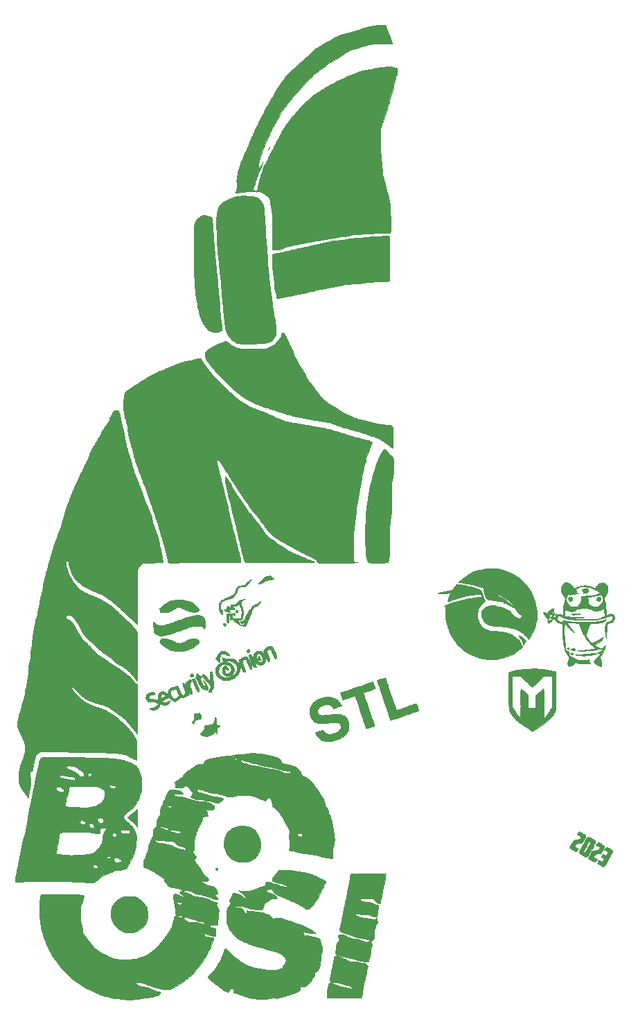
<source format=gbr>
%TF.GenerationSoftware,KiCad,Pcbnew,7.0.1*%
%TF.CreationDate,2023-08-30T08:14:35-05:00*%
%TF.ProjectId,Bsides-STL-Badge,42736964-6573-42d5-9354-4c2d42616467,rev?*%
%TF.SameCoordinates,Original*%
%TF.FileFunction,Legend,Top*%
%TF.FilePolarity,Positive*%
%FSLAX46Y46*%
G04 Gerber Fmt 4.6, Leading zero omitted, Abs format (unit mm)*
G04 Created by KiCad (PCBNEW 7.0.1) date 2023-08-30 08:14:35*
%MOMM*%
%LPD*%
G01*
G04 APERTURE LIST*
%ADD10C,0.010000*%
G04 APERTURE END LIST*
%TO.C,G\u002A\u002A\u002A*%
D10*
X119896809Y-43237916D02*
X119886226Y-43248500D01*
X119875643Y-43237916D01*
X119886226Y-43227333D01*
X119896809Y-43237916D01*
G36*
X119896809Y-43237916D02*
G01*
X119886226Y-43248500D01*
X119875643Y-43237916D01*
X119886226Y-43227333D01*
X119896809Y-43237916D01*
G37*
X119212420Y-44758388D02*
X119214954Y-44783508D01*
X119212420Y-44786611D01*
X119199837Y-44783705D01*
X119198309Y-44772500D01*
X119206054Y-44755077D01*
X119212420Y-44758388D01*
G36*
X119212420Y-44758388D02*
G01*
X119214954Y-44783508D01*
X119212420Y-44786611D01*
X119199837Y-44783705D01*
X119198309Y-44772500D01*
X119206054Y-44755077D01*
X119212420Y-44758388D01*
G37*
X119932087Y-43128555D02*
X119934620Y-43153675D01*
X119932087Y-43156777D01*
X119919503Y-43153872D01*
X119917976Y-43142666D01*
X119925720Y-43125244D01*
X119932087Y-43128555D01*
G36*
X119932087Y-43128555D02*
G01*
X119934620Y-43153675D01*
X119932087Y-43156777D01*
X119919503Y-43153872D01*
X119917976Y-43142666D01*
X119925720Y-43125244D01*
X119932087Y-43128555D01*
G37*
X120015148Y-42984930D02*
X120000943Y-43015666D01*
X119975684Y-43065100D01*
X119963159Y-43078864D01*
X119960309Y-43065573D01*
X119972409Y-43034504D01*
X119993227Y-43003837D01*
X120015110Y-42977815D01*
X120015148Y-42984930D01*
G36*
X120015148Y-42984930D02*
G01*
X120000943Y-43015666D01*
X119975684Y-43065100D01*
X119963159Y-43078864D01*
X119960309Y-43065573D01*
X119972409Y-43034504D01*
X119993227Y-43003837D01*
X120015110Y-42977815D01*
X120015148Y-42984930D01*
G37*
X119193627Y-44848541D02*
X119181986Y-44895773D01*
X119163901Y-44950216D01*
X119144447Y-44996001D01*
X119133123Y-45013987D01*
X119129098Y-45006948D01*
X119137091Y-44968796D01*
X119150179Y-44924417D01*
X119170759Y-44866066D01*
X119187146Y-44830294D01*
X119193751Y-44824386D01*
X119193627Y-44848541D01*
G36*
X119193627Y-44848541D02*
G01*
X119181986Y-44895773D01*
X119163901Y-44950216D01*
X119144447Y-44996001D01*
X119133123Y-45013987D01*
X119129098Y-45006948D01*
X119137091Y-44968796D01*
X119150179Y-44924417D01*
X119170759Y-44866066D01*
X119187146Y-44830294D01*
X119193751Y-44824386D01*
X119193627Y-44848541D01*
G37*
X157004415Y-104724612D02*
X157066527Y-104748793D01*
X157115001Y-104788201D01*
X157127935Y-104832238D01*
X157110855Y-104875250D01*
X157069286Y-104911580D01*
X157008754Y-104935573D01*
X156934783Y-104941574D01*
X156885559Y-104934016D01*
X156822443Y-104905171D01*
X156793556Y-104854771D01*
X156790309Y-104820486D01*
X156808214Y-104765335D01*
X156855897Y-104729407D01*
X156924313Y-104715050D01*
X157004415Y-104724612D01*
G36*
X157004415Y-104724612D02*
G01*
X157066527Y-104748793D01*
X157115001Y-104788201D01*
X157127935Y-104832238D01*
X157110855Y-104875250D01*
X157069286Y-104911580D01*
X157008754Y-104935573D01*
X156934783Y-104941574D01*
X156885559Y-104934016D01*
X156822443Y-104905171D01*
X156793556Y-104854771D01*
X156790309Y-104820486D01*
X156808214Y-104765335D01*
X156855897Y-104729407D01*
X156924313Y-104715050D01*
X157004415Y-104724612D01*
G37*
X115704519Y-99824399D02*
X115743376Y-99872117D01*
X115766749Y-99937017D01*
X115771920Y-100007128D01*
X115756173Y-100070480D01*
X115722266Y-100111549D01*
X115668253Y-100140123D01*
X115626107Y-100134000D01*
X115582124Y-100090978D01*
X115580345Y-100088728D01*
X115546715Y-100021909D01*
X115538836Y-99949352D01*
X115553907Y-99881980D01*
X115589127Y-99830715D01*
X115641695Y-99806481D01*
X115652893Y-99805833D01*
X115704519Y-99824399D01*
G36*
X115704519Y-99824399D02*
G01*
X115743376Y-99872117D01*
X115766749Y-99937017D01*
X115771920Y-100007128D01*
X115756173Y-100070480D01*
X115722266Y-100111549D01*
X115668253Y-100140123D01*
X115626107Y-100134000D01*
X115582124Y-100090978D01*
X115580345Y-100088728D01*
X115546715Y-100021909D01*
X115538836Y-99949352D01*
X115553907Y-99881980D01*
X115589127Y-99830715D01*
X115641695Y-99806481D01*
X115652893Y-99805833D01*
X115704519Y-99824399D01*
G37*
X113608173Y-130979481D02*
X113660761Y-131020985D01*
X113691146Y-131077262D01*
X113692019Y-131137570D01*
X113678777Y-131166372D01*
X113647411Y-131194646D01*
X113600404Y-131222321D01*
X113559336Y-131237150D01*
X113553492Y-131237485D01*
X113524110Y-131227613D01*
X113479471Y-131205821D01*
X113422272Y-131154941D01*
X113403185Y-131087733D01*
X113410652Y-131042541D01*
X113435950Y-130992992D01*
X113479416Y-130969100D01*
X113540693Y-130963490D01*
X113608173Y-130979481D01*
G36*
X113608173Y-130979481D02*
G01*
X113660761Y-131020985D01*
X113691146Y-131077262D01*
X113692019Y-131137570D01*
X113678777Y-131166372D01*
X113647411Y-131194646D01*
X113600404Y-131222321D01*
X113559336Y-131237150D01*
X113553492Y-131237485D01*
X113524110Y-131227613D01*
X113479471Y-131205821D01*
X113422272Y-131154941D01*
X113403185Y-131087733D01*
X113410652Y-131042541D01*
X113435950Y-130992992D01*
X113479416Y-130969100D01*
X113540693Y-130963490D01*
X113608173Y-130979481D01*
G37*
X114494953Y-101115005D02*
X114557935Y-101123482D01*
X114599601Y-101136150D01*
X114648435Y-101183374D01*
X114667072Y-101248225D01*
X114656182Y-101319364D01*
X114616439Y-101385448D01*
X114583068Y-101415146D01*
X114518761Y-101460936D01*
X114446109Y-101383903D01*
X114405724Y-101330588D01*
X114369974Y-101265696D01*
X114343878Y-101201290D01*
X114332454Y-101149431D01*
X114338069Y-101124184D01*
X114369450Y-101114643D01*
X114426934Y-101111821D01*
X114494953Y-101115005D01*
G36*
X114494953Y-101115005D02*
G01*
X114557935Y-101123482D01*
X114599601Y-101136150D01*
X114648435Y-101183374D01*
X114667072Y-101248225D01*
X114656182Y-101319364D01*
X114616439Y-101385448D01*
X114583068Y-101415146D01*
X114518761Y-101460936D01*
X114446109Y-101383903D01*
X114405724Y-101330588D01*
X114369974Y-101265696D01*
X114343878Y-101201290D01*
X114332454Y-101149431D01*
X114338069Y-101124184D01*
X114369450Y-101114643D01*
X114426934Y-101111821D01*
X114494953Y-101115005D01*
G37*
X156512223Y-104051250D02*
X156536434Y-104060385D01*
X156582368Y-104088146D01*
X156598734Y-104130111D01*
X156599809Y-104154753D01*
X156590366Y-104210061D01*
X156555575Y-104242694D01*
X156545897Y-104247435D01*
X156505455Y-104264800D01*
X156487688Y-104270567D01*
X156467775Y-104261428D01*
X156437830Y-104247086D01*
X156395458Y-104206819D01*
X156380898Y-104150961D01*
X156395455Y-104095862D01*
X156423427Y-104066654D01*
X156467338Y-104046157D01*
X156512223Y-104051250D01*
G36*
X156512223Y-104051250D02*
G01*
X156536434Y-104060385D01*
X156582368Y-104088146D01*
X156598734Y-104130111D01*
X156599809Y-104154753D01*
X156590366Y-104210061D01*
X156555575Y-104242694D01*
X156545897Y-104247435D01*
X156505455Y-104264800D01*
X156487688Y-104270567D01*
X156467775Y-104261428D01*
X156437830Y-104247086D01*
X156395458Y-104206819D01*
X156380898Y-104150961D01*
X156395455Y-104095862D01*
X156423427Y-104066654D01*
X156467338Y-104046157D01*
X156512223Y-104051250D01*
G37*
X116073590Y-99484106D02*
X116121586Y-99530996D01*
X116147934Y-99603308D01*
X116150309Y-99636811D01*
X116144936Y-99696910D01*
X116121706Y-99734967D01*
X116081518Y-99763731D01*
X116033476Y-99792063D01*
X116003634Y-99801788D01*
X115973660Y-99795692D01*
X115945168Y-99784463D01*
X115899129Y-99752902D01*
X115863886Y-99712526D01*
X115842102Y-99667805D01*
X115843081Y-99621672D01*
X115853764Y-99584225D01*
X115894035Y-99512699D01*
X115950384Y-99473286D01*
X116013379Y-99464312D01*
X116073590Y-99484106D01*
G36*
X116073590Y-99484106D02*
G01*
X116121586Y-99530996D01*
X116147934Y-99603308D01*
X116150309Y-99636811D01*
X116144936Y-99696910D01*
X116121706Y-99734967D01*
X116081518Y-99763731D01*
X116033476Y-99792063D01*
X116003634Y-99801788D01*
X115973660Y-99795692D01*
X115945168Y-99784463D01*
X115899129Y-99752902D01*
X115863886Y-99712526D01*
X115842102Y-99667805D01*
X115843081Y-99621672D01*
X115853764Y-99584225D01*
X115894035Y-99512699D01*
X115950384Y-99473286D01*
X116013379Y-99464312D01*
X116073590Y-99484106D01*
G37*
X157244892Y-104196253D02*
X157326276Y-104222781D01*
X157369960Y-104266572D01*
X157373734Y-104276227D01*
X157371263Y-104328465D01*
X157328418Y-104370706D01*
X157258976Y-104398519D01*
X157153508Y-104417457D01*
X157057405Y-104408382D01*
X156999484Y-104390944D01*
X156930095Y-104361733D01*
X156865052Y-104327013D01*
X156813481Y-104292694D01*
X156784508Y-104264688D01*
X156783468Y-104251027D01*
X156824045Y-104231526D01*
X156894315Y-104213138D01*
X156981657Y-104198202D01*
X157073447Y-104189062D01*
X157126770Y-104187333D01*
X157244892Y-104196253D01*
G36*
X157244892Y-104196253D02*
G01*
X157326276Y-104222781D01*
X157369960Y-104266572D01*
X157373734Y-104276227D01*
X157371263Y-104328465D01*
X157328418Y-104370706D01*
X157258976Y-104398519D01*
X157153508Y-104417457D01*
X157057405Y-104408382D01*
X156999484Y-104390944D01*
X156930095Y-104361733D01*
X156865052Y-104327013D01*
X156813481Y-104292694D01*
X156784508Y-104264688D01*
X156783468Y-104251027D01*
X156824045Y-104231526D01*
X156894315Y-104213138D01*
X156981657Y-104198202D01*
X157073447Y-104189062D01*
X157126770Y-104187333D01*
X157244892Y-104196253D01*
G37*
X110591875Y-107249397D02*
X110621665Y-107276569D01*
X110626138Y-107281868D01*
X110670741Y-107353288D01*
X110698869Y-107433597D01*
X110704819Y-107505091D01*
X110702413Y-107518578D01*
X110670239Y-107565759D01*
X110606887Y-107598446D01*
X110521651Y-107614554D01*
X110423826Y-107612002D01*
X110350643Y-107597394D01*
X110311854Y-107577827D01*
X110299843Y-107557170D01*
X110302431Y-107518313D01*
X110305134Y-107469790D01*
X110328112Y-107394567D01*
X110382324Y-107324953D01*
X110457102Y-107272583D01*
X110501371Y-107255810D01*
X110557701Y-107243715D01*
X110591875Y-107249397D01*
G36*
X110591875Y-107249397D02*
G01*
X110621665Y-107276569D01*
X110626138Y-107281868D01*
X110670741Y-107353288D01*
X110698869Y-107433597D01*
X110704819Y-107505091D01*
X110702413Y-107518578D01*
X110670239Y-107565759D01*
X110606887Y-107598446D01*
X110521651Y-107614554D01*
X110423826Y-107612002D01*
X110350643Y-107597394D01*
X110311854Y-107577827D01*
X110299843Y-107557170D01*
X110302431Y-107518313D01*
X110305134Y-107469790D01*
X110328112Y-107394567D01*
X110382324Y-107324953D01*
X110457102Y-107272583D01*
X110501371Y-107255810D01*
X110557701Y-107243715D01*
X110591875Y-107249397D01*
G37*
X117463308Y-104258144D02*
X117498245Y-104286348D01*
X117535834Y-104342651D01*
X117577165Y-104440455D01*
X117585779Y-104531125D01*
X117562649Y-104607518D01*
X117508744Y-104662493D01*
X117491062Y-104671832D01*
X117453417Y-104687686D01*
X117423935Y-104691685D01*
X117384243Y-104683894D01*
X117343596Y-104672342D01*
X117275450Y-104642470D01*
X117240268Y-104596851D01*
X117232414Y-104526238D01*
X117235044Y-104494214D01*
X117258056Y-104402976D01*
X117300921Y-104325821D01*
X117356570Y-104272026D01*
X117417932Y-104250869D01*
X117420494Y-104250833D01*
X117463308Y-104258144D01*
G36*
X117463308Y-104258144D02*
G01*
X117498245Y-104286348D01*
X117535834Y-104342651D01*
X117577165Y-104440455D01*
X117585779Y-104531125D01*
X117562649Y-104607518D01*
X117508744Y-104662493D01*
X117491062Y-104671832D01*
X117453417Y-104687686D01*
X117423935Y-104691685D01*
X117384243Y-104683894D01*
X117343596Y-104672342D01*
X117275450Y-104642470D01*
X117240268Y-104596851D01*
X117232414Y-104526238D01*
X117235044Y-104494214D01*
X117258056Y-104402976D01*
X117300921Y-104325821D01*
X117356570Y-104272026D01*
X117417932Y-104250869D01*
X117420494Y-104250833D01*
X117463308Y-104258144D01*
G37*
X156737718Y-97863774D02*
X156850489Y-97881613D01*
X156939752Y-97913458D01*
X156998092Y-97956191D01*
X157012837Y-97979425D01*
X157032657Y-98045457D01*
X157045606Y-98124793D01*
X157049769Y-98199793D01*
X157043233Y-98252820D01*
X157042674Y-98254361D01*
X157002881Y-98305242D01*
X156933643Y-98344837D01*
X156847187Y-98369322D01*
X156755738Y-98374875D01*
X156691099Y-98364279D01*
X156608416Y-98322078D01*
X156558013Y-98252803D01*
X156540035Y-98156941D01*
X156554628Y-98034976D01*
X156572720Y-97968961D01*
X156609131Y-97853452D01*
X156737718Y-97863774D01*
G36*
X156737718Y-97863774D02*
G01*
X156850489Y-97881613D01*
X156939752Y-97913458D01*
X156998092Y-97956191D01*
X157012837Y-97979425D01*
X157032657Y-98045457D01*
X157045606Y-98124793D01*
X157049769Y-98199793D01*
X157043233Y-98252820D01*
X157042674Y-98254361D01*
X157002881Y-98305242D01*
X156933643Y-98344837D01*
X156847187Y-98369322D01*
X156755738Y-98374875D01*
X156691099Y-98364279D01*
X156608416Y-98322078D01*
X156558013Y-98252803D01*
X156540035Y-98156941D01*
X156554628Y-98034976D01*
X156572720Y-97968961D01*
X156609131Y-97853452D01*
X156737718Y-97863774D01*
G37*
X160329454Y-97869831D02*
X160387685Y-97910335D01*
X160393919Y-97916708D01*
X160459284Y-98009715D01*
X160485333Y-98106770D01*
X160471892Y-98202111D01*
X160418785Y-98289974D01*
X160405657Y-98303895D01*
X160364070Y-98340141D01*
X160321944Y-98358967D01*
X160262895Y-98365836D01*
X160218015Y-98366500D01*
X160140827Y-98363361D01*
X160088623Y-98350410D01*
X160044295Y-98322346D01*
X160026590Y-98307183D01*
X159981626Y-98258317D01*
X159963517Y-98206787D01*
X159961439Y-98158355D01*
X159981554Y-98048146D01*
X160034648Y-97957815D01*
X160114731Y-97893445D01*
X160215815Y-97861121D01*
X160256631Y-97858500D01*
X160329454Y-97869831D01*
G36*
X160329454Y-97869831D02*
G01*
X160387685Y-97910335D01*
X160393919Y-97916708D01*
X160459284Y-98009715D01*
X160485333Y-98106770D01*
X160471892Y-98202111D01*
X160418785Y-98289974D01*
X160405657Y-98303895D01*
X160364070Y-98340141D01*
X160321944Y-98358967D01*
X160262895Y-98365836D01*
X160218015Y-98366500D01*
X160140827Y-98363361D01*
X160088623Y-98350410D01*
X160044295Y-98322346D01*
X160026590Y-98307183D01*
X159981626Y-98258317D01*
X159963517Y-98206787D01*
X159961439Y-98158355D01*
X159981554Y-98048146D01*
X160034648Y-97957815D01*
X160114731Y-97893445D01*
X160215815Y-97861121D01*
X160256631Y-97858500D01*
X160329454Y-97869831D01*
G37*
X157218934Y-99896637D02*
X157360955Y-99903428D01*
X157501814Y-99912477D01*
X157635241Y-99923141D01*
X157754966Y-99934774D01*
X157854719Y-99946733D01*
X157928228Y-99958373D01*
X157969224Y-99969052D01*
X157975643Y-99974360D01*
X157955631Y-99986890D01*
X157900208Y-99999622D01*
X157816287Y-100012062D01*
X157710784Y-100023714D01*
X157590615Y-100034084D01*
X157462695Y-100042676D01*
X157333938Y-100048995D01*
X157211261Y-100052547D01*
X157101578Y-100052837D01*
X157011805Y-100049369D01*
X156975518Y-100045945D01*
X156923523Y-100036304D01*
X156901253Y-100015959D01*
X156896192Y-99971379D01*
X156896143Y-99960116D01*
X156896143Y-99884122D01*
X157218934Y-99896637D01*
G36*
X157218934Y-99896637D02*
G01*
X157360955Y-99903428D01*
X157501814Y-99912477D01*
X157635241Y-99923141D01*
X157754966Y-99934774D01*
X157854719Y-99946733D01*
X157928228Y-99958373D01*
X157969224Y-99969052D01*
X157975643Y-99974360D01*
X157955631Y-99986890D01*
X157900208Y-99999622D01*
X157816287Y-100012062D01*
X157710784Y-100023714D01*
X157590615Y-100034084D01*
X157462695Y-100042676D01*
X157333938Y-100048995D01*
X157211261Y-100052547D01*
X157101578Y-100052837D01*
X157011805Y-100049369D01*
X156975518Y-100045945D01*
X156923523Y-100036304D01*
X156901253Y-100015959D01*
X156896192Y-99971379D01*
X156896143Y-99960116D01*
X156896143Y-99884122D01*
X157218934Y-99896637D01*
G37*
X150527023Y-102588644D02*
X150597371Y-102618055D01*
X150688954Y-102668768D01*
X150791406Y-102733916D01*
X150894359Y-102806635D01*
X150987446Y-102880059D01*
X151044242Y-102931159D01*
X151118257Y-103008367D01*
X151191139Y-103092901D01*
X151248796Y-103168281D01*
X151255580Y-103178262D01*
X151333171Y-103295122D01*
X151211873Y-103498385D01*
X151161532Y-103581092D01*
X151117894Y-103649746D01*
X151086095Y-103696451D01*
X151072209Y-103712999D01*
X151051457Y-103705983D01*
X151040268Y-103685966D01*
X150981588Y-103536262D01*
X150903439Y-103361308D01*
X150810563Y-103170579D01*
X150707698Y-102973555D01*
X150599584Y-102779712D01*
X150519668Y-102645002D01*
X150476154Y-102573754D01*
X150527023Y-102588644D01*
G36*
X150527023Y-102588644D02*
G01*
X150597371Y-102618055D01*
X150688954Y-102668768D01*
X150791406Y-102733916D01*
X150894359Y-102806635D01*
X150987446Y-102880059D01*
X151044242Y-102931159D01*
X151118257Y-103008367D01*
X151191139Y-103092901D01*
X151248796Y-103168281D01*
X151255580Y-103178262D01*
X151333171Y-103295122D01*
X151211873Y-103498385D01*
X151161532Y-103581092D01*
X151117894Y-103649746D01*
X151086095Y-103696451D01*
X151072209Y-103712999D01*
X151051457Y-103705983D01*
X151040268Y-103685966D01*
X150981588Y-103536262D01*
X150903439Y-103361308D01*
X150810563Y-103170579D01*
X150707698Y-102973555D01*
X150599584Y-102779712D01*
X150519668Y-102645002D01*
X150476154Y-102573754D01*
X150527023Y-102588644D01*
G37*
X158780039Y-96851676D02*
X158880496Y-96895889D01*
X158939517Y-96933346D01*
X158979817Y-96966523D01*
X158991621Y-96984773D01*
X158987313Y-97016983D01*
X158975928Y-97078025D01*
X158959807Y-97155456D01*
X158957557Y-97165754D01*
X158923471Y-97320877D01*
X158677098Y-97370802D01*
X158578920Y-97390954D01*
X158495498Y-97408559D01*
X158435859Y-97421679D01*
X158409324Y-97428270D01*
X158393544Y-97412940D01*
X158367656Y-97365587D01*
X158335610Y-97294119D01*
X158309787Y-97229115D01*
X158276628Y-97140414D01*
X158249147Y-97065064D01*
X158230841Y-97012760D01*
X158225355Y-96995036D01*
X158240491Y-96972747D01*
X158288668Y-96940721D01*
X158363060Y-96903454D01*
X158367226Y-96901587D01*
X158518457Y-96848259D01*
X158654224Y-96831643D01*
X158780039Y-96851676D01*
G36*
X158780039Y-96851676D02*
G01*
X158880496Y-96895889D01*
X158939517Y-96933346D01*
X158979817Y-96966523D01*
X158991621Y-96984773D01*
X158987313Y-97016983D01*
X158975928Y-97078025D01*
X158959807Y-97155456D01*
X158957557Y-97165754D01*
X158923471Y-97320877D01*
X158677098Y-97370802D01*
X158578920Y-97390954D01*
X158495498Y-97408559D01*
X158435859Y-97421679D01*
X158409324Y-97428270D01*
X158393544Y-97412940D01*
X158367656Y-97365587D01*
X158335610Y-97294119D01*
X158309787Y-97229115D01*
X158276628Y-97140414D01*
X158249147Y-97065064D01*
X158230841Y-97012760D01*
X158225355Y-96995036D01*
X158240491Y-96972747D01*
X158288668Y-96940721D01*
X158363060Y-96903454D01*
X158367226Y-96901587D01*
X158518457Y-96848259D01*
X158654224Y-96831643D01*
X158780039Y-96851676D01*
G37*
X110589404Y-107883041D02*
X110641774Y-107889025D01*
X110707579Y-107897867D01*
X110842265Y-107916998D01*
X110948145Y-108142374D01*
X111031415Y-108326218D01*
X111119183Y-108531510D01*
X111205421Y-108743443D01*
X111284103Y-108947209D01*
X111348370Y-109125581D01*
X111419559Y-109333078D01*
X111345476Y-109394886D01*
X111298771Y-109432015D01*
X111266403Y-109454378D01*
X111259729Y-109457263D01*
X111244433Y-109440626D01*
X111213089Y-109395527D01*
X111171124Y-109329989D01*
X111146777Y-109290284D01*
X111105915Y-109217087D01*
X111053250Y-109114383D01*
X110993414Y-108991675D01*
X110931044Y-108858468D01*
X110870772Y-108724265D01*
X110870689Y-108724076D01*
X110815571Y-108598958D01*
X110764025Y-108483037D01*
X110719251Y-108383425D01*
X110684448Y-108307230D01*
X110662816Y-108261563D01*
X110660730Y-108257448D01*
X110643990Y-108215255D01*
X110623910Y-108150790D01*
X110603256Y-108075161D01*
X110584796Y-107999481D01*
X110571296Y-107934859D01*
X110565523Y-107892407D01*
X110567228Y-107881963D01*
X110589404Y-107883041D01*
G36*
X110589404Y-107883041D02*
G01*
X110641774Y-107889025D01*
X110707579Y-107897867D01*
X110842265Y-107916998D01*
X110948145Y-108142374D01*
X111031415Y-108326218D01*
X111119183Y-108531510D01*
X111205421Y-108743443D01*
X111284103Y-108947209D01*
X111348370Y-109125581D01*
X111419559Y-109333078D01*
X111345476Y-109394886D01*
X111298771Y-109432015D01*
X111266403Y-109454378D01*
X111259729Y-109457263D01*
X111244433Y-109440626D01*
X111213089Y-109395527D01*
X111171124Y-109329989D01*
X111146777Y-109290284D01*
X111105915Y-109217087D01*
X111053250Y-109114383D01*
X110993414Y-108991675D01*
X110931044Y-108858468D01*
X110870772Y-108724265D01*
X110870689Y-108724076D01*
X110815571Y-108598958D01*
X110764025Y-108483037D01*
X110719251Y-108383425D01*
X110684448Y-108307230D01*
X110662816Y-108261563D01*
X110660730Y-108257448D01*
X110643990Y-108215255D01*
X110623910Y-108150790D01*
X110603256Y-108075161D01*
X110584796Y-107999481D01*
X110571296Y-107934859D01*
X110565523Y-107892407D01*
X110567228Y-107881963D01*
X110589404Y-107883041D01*
G37*
X120309878Y-95472287D02*
X120394300Y-95537172D01*
X120465011Y-95593944D01*
X120515792Y-95637424D01*
X120540427Y-95662435D01*
X120541792Y-95665413D01*
X120521943Y-95684843D01*
X120463956Y-95706821D01*
X120371873Y-95730300D01*
X120249735Y-95754230D01*
X120119059Y-95775054D01*
X119896816Y-95816912D01*
X119684120Y-95878145D01*
X119468515Y-95962996D01*
X119240643Y-96074071D01*
X119140265Y-96126817D01*
X119049322Y-96174424D01*
X118976378Y-96212422D01*
X118929998Y-96236339D01*
X118923143Y-96239803D01*
X118878245Y-96255683D01*
X118816344Y-96269944D01*
X118750074Y-96280758D01*
X118692066Y-96286297D01*
X118654956Y-96284733D01*
X118647976Y-96279609D01*
X118659776Y-96257343D01*
X118691255Y-96210032D01*
X118736528Y-96146376D01*
X118756074Y-96119777D01*
X118882768Y-95968047D01*
X119031758Y-95821493D01*
X119196209Y-95684703D01*
X119369286Y-95562264D01*
X119544153Y-95458765D01*
X119713975Y-95378794D01*
X119871918Y-95326937D01*
X119961228Y-95310879D01*
X120078564Y-95297991D01*
X120309878Y-95472287D01*
G36*
X120309878Y-95472287D02*
G01*
X120394300Y-95537172D01*
X120465011Y-95593944D01*
X120515792Y-95637424D01*
X120540427Y-95662435D01*
X120541792Y-95665413D01*
X120521943Y-95684843D01*
X120463956Y-95706821D01*
X120371873Y-95730300D01*
X120249735Y-95754230D01*
X120119059Y-95775054D01*
X119896816Y-95816912D01*
X119684120Y-95878145D01*
X119468515Y-95962996D01*
X119240643Y-96074071D01*
X119140265Y-96126817D01*
X119049322Y-96174424D01*
X118976378Y-96212422D01*
X118929998Y-96236339D01*
X118923143Y-96239803D01*
X118878245Y-96255683D01*
X118816344Y-96269944D01*
X118750074Y-96280758D01*
X118692066Y-96286297D01*
X118654956Y-96284733D01*
X118647976Y-96279609D01*
X118659776Y-96257343D01*
X118691255Y-96210032D01*
X118736528Y-96146376D01*
X118756074Y-96119777D01*
X118882768Y-95968047D01*
X119031758Y-95821493D01*
X119196209Y-95684703D01*
X119369286Y-95562264D01*
X119544153Y-95458765D01*
X119713975Y-95378794D01*
X119871918Y-95326937D01*
X119961228Y-95310879D01*
X120078564Y-95297991D01*
X120309878Y-95472287D01*
G37*
X117815239Y-105071041D02*
X117853070Y-105133541D01*
X117885329Y-105188863D01*
X117914632Y-105242738D01*
X117943592Y-105300894D01*
X117974823Y-105369063D01*
X118010939Y-105452976D01*
X118054555Y-105558362D01*
X118108283Y-105690951D01*
X118174739Y-105856474D01*
X118183475Y-105878280D01*
X118238392Y-106017608D01*
X118286565Y-106144201D01*
X118326113Y-106252745D01*
X118355150Y-106337923D01*
X118371794Y-106394420D01*
X118374317Y-106416792D01*
X118344936Y-106428151D01*
X118287300Y-106439161D01*
X118232382Y-106445620D01*
X118156551Y-106449649D01*
X118106348Y-106442919D01*
X118065758Y-106422295D01*
X118048952Y-106409710D01*
X118011977Y-106366617D01*
X117964094Y-106290155D01*
X117908243Y-106186962D01*
X117847364Y-106063673D01*
X117784395Y-105926926D01*
X117722276Y-105783355D01*
X117663946Y-105639599D01*
X117612343Y-105502294D01*
X117570408Y-105378075D01*
X117541079Y-105273580D01*
X117536194Y-105251943D01*
X117520088Y-105162623D01*
X117508900Y-105075218D01*
X117505343Y-105018125D01*
X117504976Y-104928166D01*
X117728070Y-104928166D01*
X117815239Y-105071041D01*
G36*
X117815239Y-105071041D02*
G01*
X117853070Y-105133541D01*
X117885329Y-105188863D01*
X117914632Y-105242738D01*
X117943592Y-105300894D01*
X117974823Y-105369063D01*
X118010939Y-105452976D01*
X118054555Y-105558362D01*
X118108283Y-105690951D01*
X118174739Y-105856474D01*
X118183475Y-105878280D01*
X118238392Y-106017608D01*
X118286565Y-106144201D01*
X118326113Y-106252745D01*
X118355150Y-106337923D01*
X118371794Y-106394420D01*
X118374317Y-106416792D01*
X118344936Y-106428151D01*
X118287300Y-106439161D01*
X118232382Y-106445620D01*
X118156551Y-106449649D01*
X118106348Y-106442919D01*
X118065758Y-106422295D01*
X118048952Y-106409710D01*
X118011977Y-106366617D01*
X117964094Y-106290155D01*
X117908243Y-106186962D01*
X117847364Y-106063673D01*
X117784395Y-105926926D01*
X117722276Y-105783355D01*
X117663946Y-105639599D01*
X117612343Y-105502294D01*
X117570408Y-105378075D01*
X117541079Y-105273580D01*
X117536194Y-105251943D01*
X117520088Y-105162623D01*
X117508900Y-105075218D01*
X117505343Y-105018125D01*
X117504976Y-104928166D01*
X117728070Y-104928166D01*
X117815239Y-105071041D01*
G37*
X103807411Y-123839204D02*
X103818084Y-123901918D01*
X103829358Y-123991432D01*
X103840411Y-124100009D01*
X103850419Y-124219911D01*
X103858562Y-124343402D01*
X103862037Y-124412083D01*
X103864656Y-124506222D01*
X103865943Y-124634172D01*
X103865934Y-124787432D01*
X103864667Y-124957502D01*
X103862178Y-125135881D01*
X103858504Y-125314069D01*
X103858062Y-125331980D01*
X103841893Y-125976710D01*
X103732620Y-125839980D01*
X103657962Y-125753040D01*
X103557327Y-125645376D01*
X103437239Y-125523390D01*
X103304222Y-125393483D01*
X103164800Y-125262055D01*
X103025497Y-125135509D01*
X102925623Y-125048169D01*
X102823896Y-124959347D01*
X102751424Y-124891836D01*
X102704004Y-124841008D01*
X102677435Y-124802238D01*
X102667514Y-124770900D01*
X102667143Y-124763639D01*
X102683290Y-124744873D01*
X102728361Y-124705006D01*
X102797299Y-124648186D01*
X102885046Y-124578558D01*
X102986545Y-124500269D01*
X103010887Y-124481789D01*
X103134957Y-124385412D01*
X103264912Y-124280222D01*
X103390236Y-124175018D01*
X103500415Y-124078595D01*
X103572234Y-124012110D01*
X103650300Y-123938042D01*
X103717143Y-123876669D01*
X103767151Y-123832988D01*
X103794711Y-123811991D01*
X103798160Y-123811027D01*
X103807411Y-123839204D01*
G36*
X103807411Y-123839204D02*
G01*
X103818084Y-123901918D01*
X103829358Y-123991432D01*
X103840411Y-124100009D01*
X103850419Y-124219911D01*
X103858562Y-124343402D01*
X103862037Y-124412083D01*
X103864656Y-124506222D01*
X103865943Y-124634172D01*
X103865934Y-124787432D01*
X103864667Y-124957502D01*
X103862178Y-125135881D01*
X103858504Y-125314069D01*
X103858062Y-125331980D01*
X103841893Y-125976710D01*
X103732620Y-125839980D01*
X103657962Y-125753040D01*
X103557327Y-125645376D01*
X103437239Y-125523390D01*
X103304222Y-125393483D01*
X103164800Y-125262055D01*
X103025497Y-125135509D01*
X102925623Y-125048169D01*
X102823896Y-124959347D01*
X102751424Y-124891836D01*
X102704004Y-124841008D01*
X102677435Y-124802238D01*
X102667514Y-124770900D01*
X102667143Y-124763639D01*
X102683290Y-124744873D01*
X102728361Y-124705006D01*
X102797299Y-124648186D01*
X102885046Y-124578558D01*
X102986545Y-124500269D01*
X103010887Y-124481789D01*
X103134957Y-124385412D01*
X103264912Y-124280222D01*
X103390236Y-124175018D01*
X103500415Y-124078595D01*
X103572234Y-124012110D01*
X103650300Y-123938042D01*
X103717143Y-123876669D01*
X103767151Y-123832988D01*
X103794711Y-123811991D01*
X103798160Y-123811027D01*
X103807411Y-123839204D01*
G37*
X159743059Y-104768691D02*
X159863446Y-104780225D01*
X159956246Y-104793027D01*
X160017384Y-104806296D01*
X160042783Y-104819236D01*
X160038980Y-104826630D01*
X160007201Y-104837526D01*
X159941595Y-104854020D01*
X159850051Y-104874507D01*
X159740459Y-104897382D01*
X159620707Y-104921041D01*
X159498685Y-104943879D01*
X159382281Y-104964291D01*
X159287976Y-104979392D01*
X159043233Y-105010761D01*
X158788663Y-105033601D01*
X158536081Y-105047330D01*
X158297300Y-105051366D01*
X158084137Y-105045131D01*
X158028559Y-105041299D01*
X157899068Y-105030081D01*
X157772811Y-105017541D01*
X157657360Y-105004592D01*
X157560288Y-104992148D01*
X157489167Y-104981123D01*
X157451569Y-104972430D01*
X157449342Y-104971414D01*
X157441232Y-104963467D01*
X157449189Y-104955968D01*
X157476464Y-104948565D01*
X157526305Y-104940906D01*
X157601962Y-104932639D01*
X157706684Y-104923411D01*
X157843721Y-104912871D01*
X158016323Y-104900665D01*
X158227738Y-104886443D01*
X158242282Y-104885481D01*
X158425273Y-104872650D01*
X158613107Y-104858150D01*
X158796513Y-104842790D01*
X158966221Y-104827383D01*
X159112961Y-104812738D01*
X159227461Y-104799665D01*
X159235059Y-104798697D01*
X159418485Y-104777783D01*
X159567785Y-104766941D01*
X159689849Y-104765763D01*
X159743059Y-104768691D01*
G36*
X159743059Y-104768691D02*
G01*
X159863446Y-104780225D01*
X159956246Y-104793027D01*
X160017384Y-104806296D01*
X160042783Y-104819236D01*
X160038980Y-104826630D01*
X160007201Y-104837526D01*
X159941595Y-104854020D01*
X159850051Y-104874507D01*
X159740459Y-104897382D01*
X159620707Y-104921041D01*
X159498685Y-104943879D01*
X159382281Y-104964291D01*
X159287976Y-104979392D01*
X159043233Y-105010761D01*
X158788663Y-105033601D01*
X158536081Y-105047330D01*
X158297300Y-105051366D01*
X158084137Y-105045131D01*
X158028559Y-105041299D01*
X157899068Y-105030081D01*
X157772811Y-105017541D01*
X157657360Y-105004592D01*
X157560288Y-104992148D01*
X157489167Y-104981123D01*
X157451569Y-104972430D01*
X157449342Y-104971414D01*
X157441232Y-104963467D01*
X157449189Y-104955968D01*
X157476464Y-104948565D01*
X157526305Y-104940906D01*
X157601962Y-104932639D01*
X157706684Y-104923411D01*
X157843721Y-104912871D01*
X158016323Y-104900665D01*
X158227738Y-104886443D01*
X158242282Y-104885481D01*
X158425273Y-104872650D01*
X158613107Y-104858150D01*
X158796513Y-104842790D01*
X158966221Y-104827383D01*
X159112961Y-104812738D01*
X159227461Y-104799665D01*
X159235059Y-104798697D01*
X159418485Y-104777783D01*
X159567785Y-104766941D01*
X159689849Y-104765763D01*
X159743059Y-104768691D01*
G37*
X110325087Y-107969278D02*
X110370136Y-108003617D01*
X110421288Y-108046882D01*
X110523684Y-108137139D01*
X110395241Y-108278870D01*
X110335588Y-108349234D01*
X110286981Y-108414981D01*
X110257154Y-108465318D01*
X110252313Y-108478318D01*
X110247290Y-108551278D01*
X110258738Y-108652444D01*
X110284584Y-108771965D01*
X110322759Y-108899990D01*
X110364048Y-109009809D01*
X110434680Y-109185754D01*
X110486187Y-109329533D01*
X110520027Y-109445968D01*
X110537661Y-109539883D01*
X110541143Y-109595078D01*
X110535284Y-109684098D01*
X110515138Y-109736484D01*
X110476851Y-109756629D01*
X110416567Y-109748928D01*
X110408272Y-109746523D01*
X110332813Y-109707372D01*
X110285430Y-109658916D01*
X110235730Y-109576773D01*
X110175837Y-109464108D01*
X110110237Y-109330109D01*
X110043420Y-109183960D01*
X109979873Y-109034845D01*
X109976808Y-109027342D01*
X109928015Y-108908383D01*
X109874315Y-108778610D01*
X109823586Y-108657018D01*
X109796479Y-108592644D01*
X109762985Y-108508288D01*
X109739417Y-108438487D01*
X109728550Y-108392165D01*
X109729931Y-108378537D01*
X109766683Y-108348104D01*
X109826160Y-108301642D01*
X109901470Y-108244253D01*
X109985719Y-108181039D01*
X110072013Y-108117103D01*
X110153458Y-108057546D01*
X110223161Y-108007471D01*
X110274228Y-107971980D01*
X110299764Y-107956174D01*
X110301105Y-107955813D01*
X110325087Y-107969278D01*
G36*
X110325087Y-107969278D02*
G01*
X110370136Y-108003617D01*
X110421288Y-108046882D01*
X110523684Y-108137139D01*
X110395241Y-108278870D01*
X110335588Y-108349234D01*
X110286981Y-108414981D01*
X110257154Y-108465318D01*
X110252313Y-108478318D01*
X110247290Y-108551278D01*
X110258738Y-108652444D01*
X110284584Y-108771965D01*
X110322759Y-108899990D01*
X110364048Y-109009809D01*
X110434680Y-109185754D01*
X110486187Y-109329533D01*
X110520027Y-109445968D01*
X110537661Y-109539883D01*
X110541143Y-109595078D01*
X110535284Y-109684098D01*
X110515138Y-109736484D01*
X110476851Y-109756629D01*
X110416567Y-109748928D01*
X110408272Y-109746523D01*
X110332813Y-109707372D01*
X110285430Y-109658916D01*
X110235730Y-109576773D01*
X110175837Y-109464108D01*
X110110237Y-109330109D01*
X110043420Y-109183960D01*
X109979873Y-109034845D01*
X109976808Y-109027342D01*
X109928015Y-108908383D01*
X109874315Y-108778610D01*
X109823586Y-108657018D01*
X109796479Y-108592644D01*
X109762985Y-108508288D01*
X109739417Y-108438487D01*
X109728550Y-108392165D01*
X109729931Y-108378537D01*
X109766683Y-108348104D01*
X109826160Y-108301642D01*
X109901470Y-108244253D01*
X109985719Y-108181039D01*
X110072013Y-108117103D01*
X110153458Y-108057546D01*
X110223161Y-108007471D01*
X110274228Y-107971980D01*
X110299764Y-107956174D01*
X110301105Y-107955813D01*
X110325087Y-107969278D01*
G37*
X111418550Y-112032021D02*
X111459494Y-112065559D01*
X111495114Y-112096931D01*
X111588469Y-112200191D01*
X111646075Y-112311901D01*
X111669205Y-112437571D01*
X111659131Y-112582709D01*
X111633586Y-112696715D01*
X111595851Y-112834681D01*
X111370122Y-112834298D01*
X111268607Y-112834746D01*
X111195583Y-112838511D01*
X111137208Y-112848618D01*
X111079641Y-112868091D01*
X111009040Y-112899955D01*
X110959184Y-112924078D01*
X110773976Y-113014240D01*
X110773976Y-113117224D01*
X110770361Y-113226888D01*
X110757816Y-113299133D01*
X110733789Y-113338388D01*
X110695731Y-113349083D01*
X110646976Y-113337810D01*
X110595124Y-113299371D01*
X110566789Y-113238168D01*
X110563939Y-113167875D01*
X110588539Y-113102165D01*
X110609513Y-113077338D01*
X110660411Y-113040739D01*
X110704763Y-113021302D01*
X110730432Y-113011134D01*
X110744884Y-112990065D01*
X110751286Y-112947907D01*
X110752804Y-112874472D01*
X110752809Y-112866695D01*
X110754015Y-112786515D01*
X110757281Y-112679252D01*
X110762081Y-112560077D01*
X110766788Y-112464167D01*
X110780767Y-112204188D01*
X110932761Y-112132006D01*
X111013857Y-112095414D01*
X111068917Y-112076748D01*
X111108911Y-112073378D01*
X111142410Y-112081746D01*
X111236923Y-112102413D01*
X111312728Y-112085759D01*
X111345476Y-112061333D01*
X111379540Y-112030579D01*
X111398332Y-112019000D01*
X111418550Y-112032021D01*
G36*
X111418550Y-112032021D02*
G01*
X111459494Y-112065559D01*
X111495114Y-112096931D01*
X111588469Y-112200191D01*
X111646075Y-112311901D01*
X111669205Y-112437571D01*
X111659131Y-112582709D01*
X111633586Y-112696715D01*
X111595851Y-112834681D01*
X111370122Y-112834298D01*
X111268607Y-112834746D01*
X111195583Y-112838511D01*
X111137208Y-112848618D01*
X111079641Y-112868091D01*
X111009040Y-112899955D01*
X110959184Y-112924078D01*
X110773976Y-113014240D01*
X110773976Y-113117224D01*
X110770361Y-113226888D01*
X110757816Y-113299133D01*
X110733789Y-113338388D01*
X110695731Y-113349083D01*
X110646976Y-113337810D01*
X110595124Y-113299371D01*
X110566789Y-113238168D01*
X110563939Y-113167875D01*
X110588539Y-113102165D01*
X110609513Y-113077338D01*
X110660411Y-113040739D01*
X110704763Y-113021302D01*
X110730432Y-113011134D01*
X110744884Y-112990065D01*
X110751286Y-112947907D01*
X110752804Y-112874472D01*
X110752809Y-112866695D01*
X110754015Y-112786515D01*
X110757281Y-112679252D01*
X110762081Y-112560077D01*
X110766788Y-112464167D01*
X110780767Y-112204188D01*
X110932761Y-112132006D01*
X111013857Y-112095414D01*
X111068917Y-112076748D01*
X111108911Y-112073378D01*
X111142410Y-112081746D01*
X111236923Y-112102413D01*
X111312728Y-112085759D01*
X111345476Y-112061333D01*
X111379540Y-112030579D01*
X111398332Y-112019000D01*
X111418550Y-112032021D01*
G37*
X114459971Y-104516268D02*
X114537876Y-104520046D01*
X114596251Y-104528581D01*
X114646491Y-104543706D01*
X114699992Y-104567253D01*
X114713050Y-104573607D01*
X114796220Y-104623202D01*
X114882137Y-104687852D01*
X114928097Y-104729735D01*
X114978917Y-104787305D01*
X115030157Y-104855179D01*
X115076100Y-104924300D01*
X115111031Y-104985615D01*
X115129233Y-105030068D01*
X115128376Y-105046988D01*
X115105795Y-105044002D01*
X115051684Y-105028432D01*
X114974065Y-105002795D01*
X114880957Y-104969603D01*
X114877569Y-104968355D01*
X114727284Y-104914249D01*
X114607903Y-104874793D01*
X114511425Y-104847954D01*
X114429848Y-104831695D01*
X114355169Y-104823984D01*
X114304254Y-104822584D01*
X114228385Y-104825765D01*
X114176083Y-104839760D01*
X114128849Y-104870660D01*
X114110235Y-104886469D01*
X114065173Y-104934026D01*
X114029117Y-104992683D01*
X114000324Y-105068504D01*
X113977055Y-105167553D01*
X113957566Y-105295894D01*
X113940116Y-105459592D01*
X113937558Y-105487666D01*
X113926222Y-105603315D01*
X113914481Y-105704177D01*
X113903364Y-105782672D01*
X113893900Y-105831223D01*
X113889331Y-105842944D01*
X113866535Y-105838093D01*
X113821152Y-105809633D01*
X113761380Y-105763014D01*
X113735514Y-105740712D01*
X113658775Y-105672463D01*
X113581284Y-105603081D01*
X113518217Y-105546162D01*
X113511301Y-105539869D01*
X113422876Y-105459288D01*
X113579200Y-105144093D01*
X113673521Y-104964145D01*
X113760585Y-104820834D01*
X113843696Y-104709801D01*
X113926159Y-104626690D01*
X114011280Y-104567142D01*
X114020677Y-104561987D01*
X114065116Y-104541156D01*
X114112146Y-104527542D01*
X114172099Y-104519688D01*
X114255310Y-104516137D01*
X114351143Y-104515416D01*
X114459971Y-104516268D01*
G36*
X114459971Y-104516268D02*
G01*
X114537876Y-104520046D01*
X114596251Y-104528581D01*
X114646491Y-104543706D01*
X114699992Y-104567253D01*
X114713050Y-104573607D01*
X114796220Y-104623202D01*
X114882137Y-104687852D01*
X114928097Y-104729735D01*
X114978917Y-104787305D01*
X115030157Y-104855179D01*
X115076100Y-104924300D01*
X115111031Y-104985615D01*
X115129233Y-105030068D01*
X115128376Y-105046988D01*
X115105795Y-105044002D01*
X115051684Y-105028432D01*
X114974065Y-105002795D01*
X114880957Y-104969603D01*
X114877569Y-104968355D01*
X114727284Y-104914249D01*
X114607903Y-104874793D01*
X114511425Y-104847954D01*
X114429848Y-104831695D01*
X114355169Y-104823984D01*
X114304254Y-104822584D01*
X114228385Y-104825765D01*
X114176083Y-104839760D01*
X114128849Y-104870660D01*
X114110235Y-104886469D01*
X114065173Y-104934026D01*
X114029117Y-104992683D01*
X114000324Y-105068504D01*
X113977055Y-105167553D01*
X113957566Y-105295894D01*
X113940116Y-105459592D01*
X113937558Y-105487666D01*
X113926222Y-105603315D01*
X113914481Y-105704177D01*
X113903364Y-105782672D01*
X113893900Y-105831223D01*
X113889331Y-105842944D01*
X113866535Y-105838093D01*
X113821152Y-105809633D01*
X113761380Y-105763014D01*
X113735514Y-105740712D01*
X113658775Y-105672463D01*
X113581284Y-105603081D01*
X113518217Y-105546162D01*
X113511301Y-105539869D01*
X113422876Y-105459288D01*
X113579200Y-105144093D01*
X113673521Y-104964145D01*
X113760585Y-104820834D01*
X113843696Y-104709801D01*
X113926159Y-104626690D01*
X114011280Y-104567142D01*
X114020677Y-104561987D01*
X114065116Y-104541156D01*
X114112146Y-104527542D01*
X114172099Y-104519688D01*
X114255310Y-104516137D01*
X114351143Y-104515416D01*
X114459971Y-104516268D01*
G37*
X117021300Y-125850714D02*
X117173709Y-125875356D01*
X117405023Y-125932908D01*
X117632067Y-126015499D01*
X117846813Y-126118907D01*
X118041237Y-126238909D01*
X118207311Y-126371281D01*
X118302729Y-126469428D01*
X118499181Y-126729600D01*
X118658006Y-127006202D01*
X118779001Y-127295874D01*
X118861961Y-127595255D01*
X118906684Y-127900985D01*
X118912963Y-128209704D01*
X118880596Y-128518049D01*
X118809378Y-128822661D01*
X118699105Y-129120180D01*
X118549573Y-129407244D01*
X118487131Y-129505818D01*
X118368847Y-129650354D01*
X118213482Y-129786903D01*
X118025984Y-129912537D01*
X117811301Y-130024327D01*
X117574381Y-130119347D01*
X117325059Y-130193456D01*
X117191199Y-130219575D01*
X117031055Y-130239595D01*
X116857733Y-130252839D01*
X116684340Y-130258632D01*
X116523984Y-130256294D01*
X116389771Y-130245151D01*
X116372559Y-130242655D01*
X116178681Y-130204214D01*
X115989616Y-130148584D01*
X115796673Y-130072363D01*
X115591159Y-129972148D01*
X115382093Y-129855000D01*
X115220519Y-129750288D01*
X115081372Y-129637422D01*
X114960548Y-129510751D01*
X114853943Y-129364623D01*
X114757453Y-129193386D01*
X114666976Y-128991388D01*
X114578407Y-128752977D01*
X114575197Y-128743629D01*
X114509976Y-128543675D01*
X114462884Y-128371670D01*
X114433520Y-128217596D01*
X114421481Y-128071436D01*
X114426364Y-127923172D01*
X114447767Y-127762786D01*
X114485288Y-127580260D01*
X114522356Y-127428333D01*
X114591429Y-127186281D01*
X114667927Y-126979109D01*
X114755784Y-126799510D01*
X114858937Y-126640174D01*
X114981321Y-126493794D01*
X115076904Y-126398516D01*
X115296077Y-126222033D01*
X115541104Y-126076715D01*
X115808192Y-125963507D01*
X116093549Y-125883357D01*
X116393381Y-125837211D01*
X116703896Y-125826014D01*
X117021300Y-125850714D01*
G36*
X117021300Y-125850714D02*
G01*
X117173709Y-125875356D01*
X117405023Y-125932908D01*
X117632067Y-126015499D01*
X117846813Y-126118907D01*
X118041237Y-126238909D01*
X118207311Y-126371281D01*
X118302729Y-126469428D01*
X118499181Y-126729600D01*
X118658006Y-127006202D01*
X118779001Y-127295874D01*
X118861961Y-127595255D01*
X118906684Y-127900985D01*
X118912963Y-128209704D01*
X118880596Y-128518049D01*
X118809378Y-128822661D01*
X118699105Y-129120180D01*
X118549573Y-129407244D01*
X118487131Y-129505818D01*
X118368847Y-129650354D01*
X118213482Y-129786903D01*
X118025984Y-129912537D01*
X117811301Y-130024327D01*
X117574381Y-130119347D01*
X117325059Y-130193456D01*
X117191199Y-130219575D01*
X117031055Y-130239595D01*
X116857733Y-130252839D01*
X116684340Y-130258632D01*
X116523984Y-130256294D01*
X116389771Y-130245151D01*
X116372559Y-130242655D01*
X116178681Y-130204214D01*
X115989616Y-130148584D01*
X115796673Y-130072363D01*
X115591159Y-129972148D01*
X115382093Y-129855000D01*
X115220519Y-129750288D01*
X115081372Y-129637422D01*
X114960548Y-129510751D01*
X114853943Y-129364623D01*
X114757453Y-129193386D01*
X114666976Y-128991388D01*
X114578407Y-128752977D01*
X114575197Y-128743629D01*
X114509976Y-128543675D01*
X114462884Y-128371670D01*
X114433520Y-128217596D01*
X114421481Y-128071436D01*
X114426364Y-127923172D01*
X114447767Y-127762786D01*
X114485288Y-127580260D01*
X114522356Y-127428333D01*
X114591429Y-127186281D01*
X114667927Y-126979109D01*
X114755784Y-126799510D01*
X114858937Y-126640174D01*
X114981321Y-126493794D01*
X115076904Y-126398516D01*
X115296077Y-126222033D01*
X115541104Y-126076715D01*
X115808192Y-125963507D01*
X116093549Y-125883357D01*
X116393381Y-125837211D01*
X116703896Y-125826014D01*
X117021300Y-125850714D01*
G37*
X161043362Y-103862232D02*
X161042343Y-103896051D01*
X161035522Y-103945986D01*
X160995948Y-104124288D01*
X160925694Y-104328302D01*
X160825770Y-104555671D01*
X160697186Y-104804038D01*
X160584114Y-105000064D01*
X160445698Y-105230712D01*
X160494827Y-105508064D01*
X160516178Y-105628102D01*
X160537778Y-105748711D01*
X160557080Y-105855702D01*
X160571293Y-105933583D01*
X160586109Y-106034017D01*
X160596374Y-106141788D01*
X160599469Y-106214041D01*
X160599626Y-106275555D01*
X160594543Y-106315832D01*
X160577284Y-106337665D01*
X160540911Y-106343848D01*
X160478488Y-106337175D01*
X160383078Y-106320439D01*
X160350149Y-106314446D01*
X160198976Y-106277336D01*
X160067041Y-106221441D01*
X159943022Y-106140462D01*
X159815597Y-106028103D01*
X159790684Y-106003312D01*
X159724264Y-105933913D01*
X159670752Y-105873647D01*
X159636316Y-105829746D01*
X159626643Y-105811008D01*
X159636691Y-105780760D01*
X159663202Y-105725528D01*
X159700727Y-105656548D01*
X159706018Y-105647351D01*
X159752846Y-105577392D01*
X159821961Y-105491937D01*
X159916239Y-105387749D01*
X160038554Y-105261585D01*
X160122006Y-105178512D01*
X160458620Y-104846774D01*
X160386590Y-104817054D01*
X160323630Y-104792256D01*
X160244312Y-104762531D01*
X160203434Y-104747735D01*
X160142665Y-104723635D01*
X160102302Y-104702941D01*
X160092309Y-104693213D01*
X160110993Y-104680280D01*
X160160274Y-104660003D01*
X160229996Y-104636499D01*
X160239331Y-104633633D01*
X160360238Y-104595970D01*
X160449096Y-104563640D01*
X160514534Y-104530235D01*
X160565176Y-104489347D01*
X160609648Y-104434568D01*
X160656575Y-104359492D01*
X160692244Y-104297192D01*
X160783576Y-104145212D01*
X160869699Y-104020174D01*
X160947357Y-103926461D01*
X161007973Y-103872067D01*
X161032852Y-103856777D01*
X161043362Y-103862232D01*
G36*
X161043362Y-103862232D02*
G01*
X161042343Y-103896051D01*
X161035522Y-103945986D01*
X160995948Y-104124288D01*
X160925694Y-104328302D01*
X160825770Y-104555671D01*
X160697186Y-104804038D01*
X160584114Y-105000064D01*
X160445698Y-105230712D01*
X160494827Y-105508064D01*
X160516178Y-105628102D01*
X160537778Y-105748711D01*
X160557080Y-105855702D01*
X160571293Y-105933583D01*
X160586109Y-106034017D01*
X160596374Y-106141788D01*
X160599469Y-106214041D01*
X160599626Y-106275555D01*
X160594543Y-106315832D01*
X160577284Y-106337665D01*
X160540911Y-106343848D01*
X160478488Y-106337175D01*
X160383078Y-106320439D01*
X160350149Y-106314446D01*
X160198976Y-106277336D01*
X160067041Y-106221441D01*
X159943022Y-106140462D01*
X159815597Y-106028103D01*
X159790684Y-106003312D01*
X159724264Y-105933913D01*
X159670752Y-105873647D01*
X159636316Y-105829746D01*
X159626643Y-105811008D01*
X159636691Y-105780760D01*
X159663202Y-105725528D01*
X159700727Y-105656548D01*
X159706018Y-105647351D01*
X159752846Y-105577392D01*
X159821961Y-105491937D01*
X159916239Y-105387749D01*
X160038554Y-105261585D01*
X160122006Y-105178512D01*
X160458620Y-104846774D01*
X160386590Y-104817054D01*
X160323630Y-104792256D01*
X160244312Y-104762531D01*
X160203434Y-104747735D01*
X160142665Y-104723635D01*
X160102302Y-104702941D01*
X160092309Y-104693213D01*
X160110993Y-104680280D01*
X160160274Y-104660003D01*
X160229996Y-104636499D01*
X160239331Y-104633633D01*
X160360238Y-104595970D01*
X160449096Y-104563640D01*
X160514534Y-104530235D01*
X160565176Y-104489347D01*
X160609648Y-104434568D01*
X160656575Y-104359492D01*
X160692244Y-104297192D01*
X160783576Y-104145212D01*
X160869699Y-104020174D01*
X160947357Y-103926461D01*
X161007973Y-103872067D01*
X161032852Y-103856777D01*
X161043362Y-103862232D01*
G37*
X154692809Y-99262207D02*
X154706291Y-99317025D01*
X154721383Y-99390094D01*
X154736143Y-99470543D01*
X154748631Y-99547498D01*
X154756905Y-99610089D01*
X154759025Y-99647444D01*
X154757270Y-99653225D01*
X154731524Y-99649352D01*
X154677868Y-99633333D01*
X154607755Y-99608599D01*
X154605479Y-99607744D01*
X154468332Y-99556122D01*
X154539237Y-99779552D01*
X154567855Y-99871258D01*
X154590942Y-99948144D01*
X154605858Y-100001230D01*
X154610143Y-100020824D01*
X154590523Y-100028542D01*
X154537838Y-100034579D01*
X154461344Y-100038102D01*
X154411970Y-100038666D01*
X154213797Y-100038666D01*
X154199378Y-100223875D01*
X154187838Y-100348406D01*
X154173770Y-100463534D01*
X154158405Y-100561789D01*
X154142971Y-100635705D01*
X154128697Y-100677813D01*
X154123634Y-100684049D01*
X154103285Y-100673852D01*
X154060858Y-100638387D01*
X154002954Y-100583529D01*
X153948638Y-100528282D01*
X153866601Y-100437388D01*
X153781327Y-100334687D01*
X153706562Y-100237017D01*
X153680045Y-100199248D01*
X153621015Y-100106922D01*
X153564044Y-100009302D01*
X153513663Y-99915134D01*
X153474403Y-99833160D01*
X153450797Y-99772126D01*
X153445993Y-99747625D01*
X153466412Y-99729373D01*
X153527270Y-99721495D01*
X153548679Y-99721166D01*
X153661228Y-99739374D01*
X153755039Y-99794725D01*
X153831776Y-99888305D01*
X153848143Y-99917150D01*
X153904626Y-99998971D01*
X153962700Y-100038512D01*
X154008227Y-100051185D01*
X154032463Y-100051886D01*
X154032632Y-100051732D01*
X154029449Y-100029529D01*
X154013174Y-99979181D01*
X153987306Y-99911488D01*
X153986698Y-99909989D01*
X153961681Y-99841117D01*
X153947935Y-99788124D01*
X153948387Y-99762334D01*
X153948515Y-99762213D01*
X154006779Y-99713081D01*
X154084258Y-99651862D01*
X154175014Y-99582808D01*
X154273107Y-99510170D01*
X154372599Y-99438199D01*
X154467552Y-99371147D01*
X154552027Y-99313265D01*
X154620084Y-99268805D01*
X154665786Y-99242016D01*
X154682876Y-99236511D01*
X154692809Y-99262207D01*
G36*
X154692809Y-99262207D02*
G01*
X154706291Y-99317025D01*
X154721383Y-99390094D01*
X154736143Y-99470543D01*
X154748631Y-99547498D01*
X154756905Y-99610089D01*
X154759025Y-99647444D01*
X154757270Y-99653225D01*
X154731524Y-99649352D01*
X154677868Y-99633333D01*
X154607755Y-99608599D01*
X154605479Y-99607744D01*
X154468332Y-99556122D01*
X154539237Y-99779552D01*
X154567855Y-99871258D01*
X154590942Y-99948144D01*
X154605858Y-100001230D01*
X154610143Y-100020824D01*
X154590523Y-100028542D01*
X154537838Y-100034579D01*
X154461344Y-100038102D01*
X154411970Y-100038666D01*
X154213797Y-100038666D01*
X154199378Y-100223875D01*
X154187838Y-100348406D01*
X154173770Y-100463534D01*
X154158405Y-100561789D01*
X154142971Y-100635705D01*
X154128697Y-100677813D01*
X154123634Y-100684049D01*
X154103285Y-100673852D01*
X154060858Y-100638387D01*
X154002954Y-100583529D01*
X153948638Y-100528282D01*
X153866601Y-100437388D01*
X153781327Y-100334687D01*
X153706562Y-100237017D01*
X153680045Y-100199248D01*
X153621015Y-100106922D01*
X153564044Y-100009302D01*
X153513663Y-99915134D01*
X153474403Y-99833160D01*
X153450797Y-99772126D01*
X153445993Y-99747625D01*
X153466412Y-99729373D01*
X153527270Y-99721495D01*
X153548679Y-99721166D01*
X153661228Y-99739374D01*
X153755039Y-99794725D01*
X153831776Y-99888305D01*
X153848143Y-99917150D01*
X153904626Y-99998971D01*
X153962700Y-100038512D01*
X154008227Y-100051185D01*
X154032463Y-100051886D01*
X154032632Y-100051732D01*
X154029449Y-100029529D01*
X154013174Y-99979181D01*
X153987306Y-99911488D01*
X153986698Y-99909989D01*
X153961681Y-99841117D01*
X153947935Y-99788124D01*
X153948387Y-99762334D01*
X153948515Y-99762213D01*
X154006779Y-99713081D01*
X154084258Y-99651862D01*
X154175014Y-99582808D01*
X154273107Y-99510170D01*
X154372599Y-99438199D01*
X154467552Y-99371147D01*
X154552027Y-99313265D01*
X154620084Y-99268805D01*
X154665786Y-99242016D01*
X154682876Y-99236511D01*
X154692809Y-99262207D01*
G37*
X102983671Y-134443700D02*
X103184841Y-134454247D01*
X103375609Y-134472867D01*
X103548554Y-134499292D01*
X103696254Y-134533254D01*
X103811286Y-134574484D01*
X103831925Y-134584744D01*
X103966488Y-134666211D01*
X104113981Y-134772006D01*
X104262183Y-134892405D01*
X104398875Y-135017684D01*
X104475707Y-135097064D01*
X104586779Y-135221758D01*
X104692531Y-135346093D01*
X104788842Y-135464753D01*
X104871593Y-135572420D01*
X104936664Y-135663775D01*
X104979935Y-135733502D01*
X104995485Y-135768000D01*
X105019053Y-135862415D01*
X105043489Y-135987443D01*
X105067056Y-136131443D01*
X105088015Y-136282777D01*
X105104627Y-136429803D01*
X105115153Y-136560882D01*
X105115880Y-136574117D01*
X105116099Y-136880190D01*
X105082777Y-137166087D01*
X105014478Y-137439224D01*
X104909767Y-137707018D01*
X104887448Y-137754182D01*
X104828696Y-137868535D01*
X104772072Y-137960381D01*
X104706456Y-138045618D01*
X104620730Y-138140144D01*
X104608713Y-138152710D01*
X104384900Y-138355727D01*
X104134474Y-138528040D01*
X103861690Y-138667918D01*
X103570800Y-138773628D01*
X103266060Y-138843439D01*
X102951722Y-138875617D01*
X102828412Y-138877600D01*
X102709710Y-138873803D01*
X102584928Y-138865173D01*
X102473033Y-138853205D01*
X102423726Y-138845718D01*
X102256923Y-138801681D01*
X102073027Y-138727587D01*
X101879663Y-138627749D01*
X101684454Y-138506481D01*
X101495023Y-138368094D01*
X101329449Y-138226637D01*
X101209946Y-138102892D01*
X101089355Y-137954539D01*
X100974044Y-137791394D01*
X100870383Y-137623275D01*
X100784740Y-137459997D01*
X100723486Y-137311377D01*
X100711889Y-137274813D01*
X100682192Y-137139193D01*
X100661341Y-136972362D01*
X100649289Y-136784498D01*
X100645988Y-136585781D01*
X100651390Y-136386387D01*
X100665448Y-136196496D01*
X100688115Y-136026284D01*
X100718350Y-135889372D01*
X100814814Y-135628770D01*
X100950624Y-135383575D01*
X101125870Y-135153642D01*
X101235920Y-135036772D01*
X101463030Y-134839447D01*
X101707461Y-134680348D01*
X101968351Y-134560001D01*
X102081578Y-134521458D01*
X102223423Y-134487613D01*
X102391977Y-134463183D01*
X102579817Y-134447900D01*
X102779523Y-134441495D01*
X102983671Y-134443700D01*
G36*
X102983671Y-134443700D02*
G01*
X103184841Y-134454247D01*
X103375609Y-134472867D01*
X103548554Y-134499292D01*
X103696254Y-134533254D01*
X103811286Y-134574484D01*
X103831925Y-134584744D01*
X103966488Y-134666211D01*
X104113981Y-134772006D01*
X104262183Y-134892405D01*
X104398875Y-135017684D01*
X104475707Y-135097064D01*
X104586779Y-135221758D01*
X104692531Y-135346093D01*
X104788842Y-135464753D01*
X104871593Y-135572420D01*
X104936664Y-135663775D01*
X104979935Y-135733502D01*
X104995485Y-135768000D01*
X105019053Y-135862415D01*
X105043489Y-135987443D01*
X105067056Y-136131443D01*
X105088015Y-136282777D01*
X105104627Y-136429803D01*
X105115153Y-136560882D01*
X105115880Y-136574117D01*
X105116099Y-136880190D01*
X105082777Y-137166087D01*
X105014478Y-137439224D01*
X104909767Y-137707018D01*
X104887448Y-137754182D01*
X104828696Y-137868535D01*
X104772072Y-137960381D01*
X104706456Y-138045618D01*
X104620730Y-138140144D01*
X104608713Y-138152710D01*
X104384900Y-138355727D01*
X104134474Y-138528040D01*
X103861690Y-138667918D01*
X103570800Y-138773628D01*
X103266060Y-138843439D01*
X102951722Y-138875617D01*
X102828412Y-138877600D01*
X102709710Y-138873803D01*
X102584928Y-138865173D01*
X102473033Y-138853205D01*
X102423726Y-138845718D01*
X102256923Y-138801681D01*
X102073027Y-138727587D01*
X101879663Y-138627749D01*
X101684454Y-138506481D01*
X101495023Y-138368094D01*
X101329449Y-138226637D01*
X101209946Y-138102892D01*
X101089355Y-137954539D01*
X100974044Y-137791394D01*
X100870383Y-137623275D01*
X100784740Y-137459997D01*
X100723486Y-137311377D01*
X100711889Y-137274813D01*
X100682192Y-137139193D01*
X100661341Y-136972362D01*
X100649289Y-136784498D01*
X100645988Y-136585781D01*
X100651390Y-136386387D01*
X100665448Y-136196496D01*
X100688115Y-136026284D01*
X100718350Y-135889372D01*
X100814814Y-135628770D01*
X100950624Y-135383575D01*
X101125870Y-135153642D01*
X101235920Y-135036772D01*
X101463030Y-134839447D01*
X101707461Y-134680348D01*
X101968351Y-134560001D01*
X102081578Y-134521458D01*
X102223423Y-134487613D01*
X102391977Y-134463183D01*
X102579817Y-134447900D01*
X102779523Y-134441495D01*
X102983671Y-134443700D01*
G37*
X112945904Y-106978643D02*
X112982321Y-107020625D01*
X113008207Y-107100023D01*
X113016291Y-107141242D01*
X113073178Y-107521756D01*
X113115936Y-107922576D01*
X113142675Y-108323483D01*
X113150648Y-108579416D01*
X113155226Y-108875750D01*
X113052146Y-109098000D01*
X112988432Y-109245097D01*
X112949353Y-109358818D01*
X112934696Y-109440060D01*
X112944249Y-109489720D01*
X112956360Y-109501984D01*
X112953758Y-109510973D01*
X112918241Y-109516357D01*
X112859087Y-109517959D01*
X112785576Y-109515604D01*
X112706986Y-109509113D01*
X112689559Y-109507066D01*
X112628991Y-109499881D01*
X112587428Y-109491826D01*
X112564506Y-109476877D01*
X112559860Y-109449005D01*
X112573125Y-109402185D01*
X112603935Y-109330390D01*
X112651927Y-109227594D01*
X112670266Y-109188425D01*
X112731884Y-109051585D01*
X112773818Y-108945117D01*
X112797533Y-108862723D01*
X112804495Y-108798103D01*
X112796171Y-108744958D01*
X112781564Y-108710316D01*
X112729762Y-108629009D01*
X112646955Y-108521947D01*
X112534475Y-108390700D01*
X112393652Y-108236835D01*
X112266001Y-108103166D01*
X112141840Y-107975056D01*
X112043969Y-107873174D01*
X111969263Y-107793310D01*
X111914592Y-107731249D01*
X111876831Y-107682781D01*
X111852852Y-107643691D01*
X111839528Y-107609768D01*
X111833731Y-107576800D01*
X111832334Y-107540573D01*
X111832309Y-107518955D01*
X111842111Y-107409204D01*
X111870051Y-107326573D01*
X111886874Y-107301815D01*
X111910124Y-107305380D01*
X111957320Y-107336328D01*
X112024110Y-107390560D01*
X112106142Y-107463974D01*
X112199064Y-107552468D01*
X112298523Y-107651943D01*
X112400167Y-107758296D01*
X112499644Y-107867427D01*
X112557593Y-107933833D01*
X112628617Y-108016513D01*
X112690807Y-108088454D01*
X112738462Y-108143095D01*
X112765881Y-108173874D01*
X112769083Y-108177250D01*
X112776923Y-108166816D01*
X112780501Y-108117787D01*
X112779954Y-108033671D01*
X112775421Y-107917977D01*
X112767040Y-107774213D01*
X112754948Y-107605888D01*
X112739284Y-107416510D01*
X112739047Y-107413808D01*
X112730880Y-107305329D01*
X112726026Y-107208050D01*
X112724811Y-107131877D01*
X112727564Y-107086719D01*
X112728176Y-107083853D01*
X112762933Y-107031022D01*
X112823865Y-106993394D01*
X112894553Y-106970694D01*
X112945904Y-106978643D01*
G36*
X112945904Y-106978643D02*
G01*
X112982321Y-107020625D01*
X113008207Y-107100023D01*
X113016291Y-107141242D01*
X113073178Y-107521756D01*
X113115936Y-107922576D01*
X113142675Y-108323483D01*
X113150648Y-108579416D01*
X113155226Y-108875750D01*
X113052146Y-109098000D01*
X112988432Y-109245097D01*
X112949353Y-109358818D01*
X112934696Y-109440060D01*
X112944249Y-109489720D01*
X112956360Y-109501984D01*
X112953758Y-109510973D01*
X112918241Y-109516357D01*
X112859087Y-109517959D01*
X112785576Y-109515604D01*
X112706986Y-109509113D01*
X112689559Y-109507066D01*
X112628991Y-109499881D01*
X112587428Y-109491826D01*
X112564506Y-109476877D01*
X112559860Y-109449005D01*
X112573125Y-109402185D01*
X112603935Y-109330390D01*
X112651927Y-109227594D01*
X112670266Y-109188425D01*
X112731884Y-109051585D01*
X112773818Y-108945117D01*
X112797533Y-108862723D01*
X112804495Y-108798103D01*
X112796171Y-108744958D01*
X112781564Y-108710316D01*
X112729762Y-108629009D01*
X112646955Y-108521947D01*
X112534475Y-108390700D01*
X112393652Y-108236835D01*
X112266001Y-108103166D01*
X112141840Y-107975056D01*
X112043969Y-107873174D01*
X111969263Y-107793310D01*
X111914592Y-107731249D01*
X111876831Y-107682781D01*
X111852852Y-107643691D01*
X111839528Y-107609768D01*
X111833731Y-107576800D01*
X111832334Y-107540573D01*
X111832309Y-107518955D01*
X111842111Y-107409204D01*
X111870051Y-107326573D01*
X111886874Y-107301815D01*
X111910124Y-107305380D01*
X111957320Y-107336328D01*
X112024110Y-107390560D01*
X112106142Y-107463974D01*
X112199064Y-107552468D01*
X112298523Y-107651943D01*
X112400167Y-107758296D01*
X112499644Y-107867427D01*
X112557593Y-107933833D01*
X112628617Y-108016513D01*
X112690807Y-108088454D01*
X112738462Y-108143095D01*
X112765881Y-108173874D01*
X112769083Y-108177250D01*
X112776923Y-108166816D01*
X112780501Y-108117787D01*
X112779954Y-108033671D01*
X112775421Y-107917977D01*
X112767040Y-107774213D01*
X112754948Y-107605888D01*
X112739284Y-107416510D01*
X112739047Y-107413808D01*
X112730880Y-107305329D01*
X112726026Y-107208050D01*
X112724811Y-107131877D01*
X112727564Y-107086719D01*
X112728176Y-107083853D01*
X112762933Y-107031022D01*
X112823865Y-106993394D01*
X112894553Y-106970694D01*
X112945904Y-106978643D01*
G37*
X109342801Y-98229181D02*
X109704738Y-98288478D01*
X110048457Y-98384154D01*
X110372739Y-98515882D01*
X110676361Y-98683336D01*
X110958104Y-98886190D01*
X111170072Y-99076855D01*
X111249895Y-99158435D01*
X111319756Y-99234537D01*
X111373405Y-99298001D01*
X111404590Y-99341672D01*
X111408736Y-99350119D01*
X111420529Y-99431442D01*
X111391689Y-99507877D01*
X111321706Y-99580139D01*
X111210069Y-99648940D01*
X111186726Y-99660433D01*
X111117983Y-99690668D01*
X111057205Y-99708915D01*
X110989102Y-99718072D01*
X110898382Y-99721035D01*
X110866272Y-99721149D01*
X110722967Y-99716286D01*
X110579602Y-99700620D01*
X110430496Y-99672579D01*
X110269965Y-99630587D01*
X110092329Y-99573069D01*
X109891905Y-99498453D01*
X109663011Y-99405163D01*
X109546289Y-99355413D01*
X109416454Y-99299756D01*
X109287212Y-99244892D01*
X109168570Y-99195030D01*
X109070534Y-99154381D01*
X109012510Y-99130863D01*
X108849169Y-99065977D01*
X108673864Y-99192294D01*
X108600642Y-99240718D01*
X108498181Y-99302446D01*
X108375391Y-99372426D01*
X108241178Y-99445604D01*
X108104451Y-99516927D01*
X108077693Y-99530472D01*
X107940863Y-99599182D01*
X107835634Y-99651093D01*
X107755816Y-99688490D01*
X107695223Y-99713659D01*
X107647665Y-99728883D01*
X107606956Y-99736449D01*
X107566906Y-99738640D01*
X107521328Y-99737742D01*
X107516776Y-99737589D01*
X107446247Y-99735545D01*
X107344608Y-99733055D01*
X107223074Y-99730372D01*
X107092865Y-99727748D01*
X107026695Y-99726514D01*
X106676664Y-99720183D01*
X106608442Y-99539762D01*
X106572867Y-99437662D01*
X106556247Y-99368458D01*
X106557578Y-99327711D01*
X106559517Y-99323295D01*
X106590535Y-99281895D01*
X106647941Y-99220048D01*
X106725103Y-99143793D01*
X106815387Y-99059173D01*
X106912160Y-98972227D01*
X107008789Y-98888996D01*
X107098639Y-98815522D01*
X107175079Y-98757845D01*
X107196809Y-98742924D01*
X107282679Y-98688557D01*
X107393482Y-98622126D01*
X107516559Y-98551037D01*
X107639252Y-98482693D01*
X107673059Y-98464386D01*
X107793059Y-98400966D01*
X107886346Y-98354988D01*
X107962776Y-98322574D01*
X108032210Y-98299844D01*
X108104503Y-98282919D01*
X108159893Y-98272820D01*
X108569157Y-98221026D01*
X108963867Y-98206588D01*
X109342801Y-98229181D01*
G36*
X109342801Y-98229181D02*
G01*
X109704738Y-98288478D01*
X110048457Y-98384154D01*
X110372739Y-98515882D01*
X110676361Y-98683336D01*
X110958104Y-98886190D01*
X111170072Y-99076855D01*
X111249895Y-99158435D01*
X111319756Y-99234537D01*
X111373405Y-99298001D01*
X111404590Y-99341672D01*
X111408736Y-99350119D01*
X111420529Y-99431442D01*
X111391689Y-99507877D01*
X111321706Y-99580139D01*
X111210069Y-99648940D01*
X111186726Y-99660433D01*
X111117983Y-99690668D01*
X111057205Y-99708915D01*
X110989102Y-99718072D01*
X110898382Y-99721035D01*
X110866272Y-99721149D01*
X110722967Y-99716286D01*
X110579602Y-99700620D01*
X110430496Y-99672579D01*
X110269965Y-99630587D01*
X110092329Y-99573069D01*
X109891905Y-99498453D01*
X109663011Y-99405163D01*
X109546289Y-99355413D01*
X109416454Y-99299756D01*
X109287212Y-99244892D01*
X109168570Y-99195030D01*
X109070534Y-99154381D01*
X109012510Y-99130863D01*
X108849169Y-99065977D01*
X108673864Y-99192294D01*
X108600642Y-99240718D01*
X108498181Y-99302446D01*
X108375391Y-99372426D01*
X108241178Y-99445604D01*
X108104451Y-99516927D01*
X108077693Y-99530472D01*
X107940863Y-99599182D01*
X107835634Y-99651093D01*
X107755816Y-99688490D01*
X107695223Y-99713659D01*
X107647665Y-99728883D01*
X107606956Y-99736449D01*
X107566906Y-99738640D01*
X107521328Y-99737742D01*
X107516776Y-99737589D01*
X107446247Y-99735545D01*
X107344608Y-99733055D01*
X107223074Y-99730372D01*
X107092865Y-99727748D01*
X107026695Y-99726514D01*
X106676664Y-99720183D01*
X106608442Y-99539762D01*
X106572867Y-99437662D01*
X106556247Y-99368458D01*
X106557578Y-99327711D01*
X106559517Y-99323295D01*
X106590535Y-99281895D01*
X106647941Y-99220048D01*
X106725103Y-99143793D01*
X106815387Y-99059173D01*
X106912160Y-98972227D01*
X107008789Y-98888996D01*
X107098639Y-98815522D01*
X107175079Y-98757845D01*
X107196809Y-98742924D01*
X107282679Y-98688557D01*
X107393482Y-98622126D01*
X107516559Y-98551037D01*
X107639252Y-98482693D01*
X107673059Y-98464386D01*
X107793059Y-98400966D01*
X107886346Y-98354988D01*
X107962776Y-98322574D01*
X108032210Y-98299844D01*
X108104503Y-98282919D01*
X108159893Y-98272820D01*
X108569157Y-98221026D01*
X108963867Y-98206588D01*
X109342801Y-98229181D01*
G37*
X107293600Y-102961150D02*
X107367050Y-102966718D01*
X107440746Y-102978043D01*
X107520005Y-102996799D01*
X107610144Y-103024659D01*
X107716480Y-103063296D01*
X107844331Y-103114386D01*
X107999013Y-103179600D01*
X108185843Y-103260612D01*
X108223256Y-103276984D01*
X108360178Y-103336146D01*
X108495814Y-103393294D01*
X108621252Y-103444780D01*
X108727581Y-103486957D01*
X108805891Y-103516177D01*
X108816938Y-103519988D01*
X108987151Y-103577509D01*
X109146609Y-103523981D01*
X109217843Y-103497876D01*
X109318044Y-103458153D01*
X109437658Y-103408750D01*
X109567131Y-103353608D01*
X109685686Y-103301664D01*
X109895001Y-103210493D01*
X110073432Y-103137541D01*
X110227392Y-103080998D01*
X110363296Y-103039057D01*
X110487554Y-103009908D01*
X110606582Y-102991745D01*
X110726791Y-102982757D01*
X110822985Y-102980951D01*
X110958998Y-102984813D01*
X111063250Y-102998142D01*
X111145798Y-103023833D01*
X111216701Y-103064780D01*
X111271261Y-103109971D01*
X111351936Y-103198452D01*
X111394576Y-103283371D01*
X111399039Y-103369493D01*
X111365182Y-103461583D01*
X111292862Y-103564405D01*
X111256435Y-103606006D01*
X111179761Y-103678762D01*
X111072817Y-103764533D01*
X110943471Y-103857959D01*
X110799594Y-103953682D01*
X110649052Y-104046345D01*
X110499716Y-104130590D01*
X110440866Y-104161350D01*
X110238693Y-104259078D01*
X110052751Y-104336360D01*
X109873455Y-104395443D01*
X109691220Y-104438571D01*
X109496460Y-104467992D01*
X109279591Y-104485949D01*
X109031028Y-104494691D01*
X109017143Y-104494934D01*
X108876317Y-104496221D01*
X108741246Y-104495494D01*
X108620875Y-104492949D01*
X108524146Y-104488781D01*
X108460004Y-104483187D01*
X108456226Y-104482634D01*
X108230317Y-104437309D01*
X107998223Y-104371656D01*
X107770926Y-104289809D01*
X107559408Y-104195904D01*
X107374650Y-104094073D01*
X107308666Y-104050629D01*
X107138828Y-103931065D01*
X107000592Y-103831254D01*
X106890159Y-103747736D01*
X106803730Y-103677051D01*
X106737505Y-103615737D01*
X106687686Y-103560334D01*
X106650474Y-103507381D01*
X106622070Y-103453418D01*
X106603554Y-103408319D01*
X106560877Y-103294254D01*
X106605178Y-103222575D01*
X106677181Y-103132105D01*
X106769096Y-103053576D01*
X106866717Y-102998111D01*
X106911088Y-102983034D01*
X106973650Y-102972746D01*
X107063472Y-102964768D01*
X107165498Y-102960259D01*
X107215079Y-102959666D01*
X107293600Y-102961150D01*
G36*
X107293600Y-102961150D02*
G01*
X107367050Y-102966718D01*
X107440746Y-102978043D01*
X107520005Y-102996799D01*
X107610144Y-103024659D01*
X107716480Y-103063296D01*
X107844331Y-103114386D01*
X107999013Y-103179600D01*
X108185843Y-103260612D01*
X108223256Y-103276984D01*
X108360178Y-103336146D01*
X108495814Y-103393294D01*
X108621252Y-103444780D01*
X108727581Y-103486957D01*
X108805891Y-103516177D01*
X108816938Y-103519988D01*
X108987151Y-103577509D01*
X109146609Y-103523981D01*
X109217843Y-103497876D01*
X109318044Y-103458153D01*
X109437658Y-103408750D01*
X109567131Y-103353608D01*
X109685686Y-103301664D01*
X109895001Y-103210493D01*
X110073432Y-103137541D01*
X110227392Y-103080998D01*
X110363296Y-103039057D01*
X110487554Y-103009908D01*
X110606582Y-102991745D01*
X110726791Y-102982757D01*
X110822985Y-102980951D01*
X110958998Y-102984813D01*
X111063250Y-102998142D01*
X111145798Y-103023833D01*
X111216701Y-103064780D01*
X111271261Y-103109971D01*
X111351936Y-103198452D01*
X111394576Y-103283371D01*
X111399039Y-103369493D01*
X111365182Y-103461583D01*
X111292862Y-103564405D01*
X111256435Y-103606006D01*
X111179761Y-103678762D01*
X111072817Y-103764533D01*
X110943471Y-103857959D01*
X110799594Y-103953682D01*
X110649052Y-104046345D01*
X110499716Y-104130590D01*
X110440866Y-104161350D01*
X110238693Y-104259078D01*
X110052751Y-104336360D01*
X109873455Y-104395443D01*
X109691220Y-104438571D01*
X109496460Y-104467992D01*
X109279591Y-104485949D01*
X109031028Y-104494691D01*
X109017143Y-104494934D01*
X108876317Y-104496221D01*
X108741246Y-104495494D01*
X108620875Y-104492949D01*
X108524146Y-104488781D01*
X108460004Y-104483187D01*
X108456226Y-104482634D01*
X108230317Y-104437309D01*
X107998223Y-104371656D01*
X107770926Y-104289809D01*
X107559408Y-104195904D01*
X107374650Y-104094073D01*
X107308666Y-104050629D01*
X107138828Y-103931065D01*
X107000592Y-103831254D01*
X106890159Y-103747736D01*
X106803730Y-103677051D01*
X106737505Y-103615737D01*
X106687686Y-103560334D01*
X106650474Y-103507381D01*
X106622070Y-103453418D01*
X106603554Y-103408319D01*
X106560877Y-103294254D01*
X106605178Y-103222575D01*
X106677181Y-103132105D01*
X106769096Y-103053576D01*
X106866717Y-102998111D01*
X106911088Y-102983034D01*
X106973650Y-102972746D01*
X107063472Y-102964768D01*
X107165498Y-102960259D01*
X107215079Y-102959666D01*
X107293600Y-102961150D01*
G37*
X113347160Y-112581841D02*
X113390253Y-112614233D01*
X113432722Y-112648708D01*
X113527782Y-112728083D01*
X113521420Y-113097127D01*
X113515059Y-113466171D01*
X113721916Y-113517713D01*
X113928773Y-113569256D01*
X113914900Y-113646086D01*
X113905278Y-113696779D01*
X113899122Y-113724467D01*
X113898543Y-113725952D01*
X113878550Y-113732657D01*
X113828107Y-113747534D01*
X113757583Y-113767535D01*
X113747893Y-113770238D01*
X113599726Y-113811489D01*
X113610309Y-113904786D01*
X113614215Y-113960560D01*
X113617471Y-114047698D01*
X113619782Y-114155231D01*
X113620853Y-114272190D01*
X113620893Y-114298673D01*
X113619180Y-114442224D01*
X113613815Y-114544181D01*
X113604460Y-114605153D01*
X113590776Y-114625749D01*
X113572422Y-114606578D01*
X113549060Y-114548249D01*
X113525487Y-114470047D01*
X113502297Y-114388513D01*
X113482743Y-114322834D01*
X113469995Y-114283545D01*
X113467631Y-114277792D01*
X113449789Y-114285067D01*
X113407204Y-114316684D01*
X113345837Y-114367841D01*
X113271648Y-114433737D01*
X113254051Y-114449870D01*
X113046295Y-114619190D01*
X112824660Y-114758681D01*
X112597513Y-114863379D01*
X112502121Y-114895892D01*
X112412623Y-114920822D01*
X112338281Y-114933774D01*
X112267508Y-114934036D01*
X112188722Y-114920896D01*
X112090337Y-114893642D01*
X112001643Y-114865139D01*
X111873062Y-114819960D01*
X111757030Y-114774033D01*
X111659925Y-114730311D01*
X111588125Y-114691750D01*
X111548008Y-114661306D01*
X111542345Y-114652324D01*
X111552440Y-114629243D01*
X111585082Y-114578565D01*
X111636399Y-114505768D01*
X111702516Y-114416329D01*
X111779559Y-114315726D01*
X111788576Y-114304159D01*
X111868233Y-114200159D01*
X111938794Y-114104223D01*
X111995971Y-114022493D01*
X112035476Y-113961110D01*
X112053018Y-113926216D01*
X112053282Y-113925085D01*
X112062411Y-113876046D01*
X112075357Y-113802379D01*
X112087421Y-113731318D01*
X112110738Y-113591553D01*
X112368399Y-113554513D01*
X112539719Y-113528151D01*
X112697484Y-113500540D01*
X112835897Y-113472915D01*
X112949164Y-113446512D01*
X113031490Y-113422568D01*
X113074867Y-113403809D01*
X113132727Y-113346832D01*
X113187565Y-113256468D01*
X113236235Y-113141664D01*
X113275596Y-113011365D01*
X113302503Y-112874520D01*
X113313815Y-112740073D01*
X113313976Y-112723217D01*
X113315470Y-112648629D01*
X113319413Y-112593956D01*
X113324996Y-112569703D01*
X113325819Y-112569333D01*
X113347160Y-112581841D01*
G36*
X113347160Y-112581841D02*
G01*
X113390253Y-112614233D01*
X113432722Y-112648708D01*
X113527782Y-112728083D01*
X113521420Y-113097127D01*
X113515059Y-113466171D01*
X113721916Y-113517713D01*
X113928773Y-113569256D01*
X113914900Y-113646086D01*
X113905278Y-113696779D01*
X113899122Y-113724467D01*
X113898543Y-113725952D01*
X113878550Y-113732657D01*
X113828107Y-113747534D01*
X113757583Y-113767535D01*
X113747893Y-113770238D01*
X113599726Y-113811489D01*
X113610309Y-113904786D01*
X113614215Y-113960560D01*
X113617471Y-114047698D01*
X113619782Y-114155231D01*
X113620853Y-114272190D01*
X113620893Y-114298673D01*
X113619180Y-114442224D01*
X113613815Y-114544181D01*
X113604460Y-114605153D01*
X113590776Y-114625749D01*
X113572422Y-114606578D01*
X113549060Y-114548249D01*
X113525487Y-114470047D01*
X113502297Y-114388513D01*
X113482743Y-114322834D01*
X113469995Y-114283545D01*
X113467631Y-114277792D01*
X113449789Y-114285067D01*
X113407204Y-114316684D01*
X113345837Y-114367841D01*
X113271648Y-114433737D01*
X113254051Y-114449870D01*
X113046295Y-114619190D01*
X112824660Y-114758681D01*
X112597513Y-114863379D01*
X112502121Y-114895892D01*
X112412623Y-114920822D01*
X112338281Y-114933774D01*
X112267508Y-114934036D01*
X112188722Y-114920896D01*
X112090337Y-114893642D01*
X112001643Y-114865139D01*
X111873062Y-114819960D01*
X111757030Y-114774033D01*
X111659925Y-114730311D01*
X111588125Y-114691750D01*
X111548008Y-114661306D01*
X111542345Y-114652324D01*
X111552440Y-114629243D01*
X111585082Y-114578565D01*
X111636399Y-114505768D01*
X111702516Y-114416329D01*
X111779559Y-114315726D01*
X111788576Y-114304159D01*
X111868233Y-114200159D01*
X111938794Y-114104223D01*
X111995971Y-114022493D01*
X112035476Y-113961110D01*
X112053018Y-113926216D01*
X112053282Y-113925085D01*
X112062411Y-113876046D01*
X112075357Y-113802379D01*
X112087421Y-113731318D01*
X112110738Y-113591553D01*
X112368399Y-113554513D01*
X112539719Y-113528151D01*
X112697484Y-113500540D01*
X112835897Y-113472915D01*
X112949164Y-113446512D01*
X113031490Y-113422568D01*
X113074867Y-113403809D01*
X113132727Y-113346832D01*
X113187565Y-113256468D01*
X113236235Y-113141664D01*
X113275596Y-113011365D01*
X113302503Y-112874520D01*
X113313815Y-112740073D01*
X113313976Y-112723217D01*
X113315470Y-112648629D01*
X113319413Y-112593956D01*
X113324996Y-112569703D01*
X113325819Y-112569333D01*
X113347160Y-112581841D01*
G37*
X157963162Y-126568091D02*
X158015584Y-126597969D01*
X158094358Y-126642397D01*
X158188823Y-126695382D01*
X158288319Y-126750929D01*
X158288488Y-126751024D01*
X158413986Y-126823572D01*
X158505636Y-126884163D01*
X158568341Y-126937880D01*
X158607002Y-126989811D01*
X158626524Y-127045041D01*
X158631809Y-127107168D01*
X158629207Y-127148843D01*
X158619423Y-127192748D01*
X158599496Y-127245734D01*
X158566460Y-127314652D01*
X158517352Y-127406352D01*
X158452065Y-127522657D01*
X158390840Y-127629110D01*
X158334697Y-127724173D01*
X158287777Y-127801032D01*
X158254220Y-127852873D01*
X158240268Y-127871279D01*
X158205620Y-127887708D01*
X158132795Y-127907871D01*
X158025692Y-127930854D01*
X157888212Y-127955748D01*
X157855542Y-127961184D01*
X157736968Y-127981961D01*
X157632278Y-128002805D01*
X157548974Y-128022025D01*
X157494559Y-128037929D01*
X157477384Y-128046476D01*
X157455133Y-128077733D01*
X157420093Y-128134710D01*
X157379385Y-128205771D01*
X157374503Y-128214608D01*
X157297108Y-128355300D01*
X157532121Y-128486270D01*
X157635753Y-128545781D01*
X157704970Y-128590087D01*
X157743649Y-128622031D01*
X157755668Y-128644458D01*
X157754724Y-128649578D01*
X157734431Y-128683426D01*
X157695211Y-128735769D01*
X157644569Y-128797900D01*
X157590015Y-128861113D01*
X157539054Y-128916704D01*
X157499194Y-128955966D01*
X157478226Y-128970216D01*
X157454320Y-128960034D01*
X157399382Y-128931808D01*
X157319076Y-128888602D01*
X157219066Y-128833480D01*
X157105015Y-128769505D01*
X157060190Y-128744090D01*
X156943597Y-128677079D01*
X156840548Y-128616489D01*
X156756377Y-128565571D01*
X156696421Y-128527573D01*
X156666013Y-128505746D01*
X156663315Y-128502339D01*
X156673344Y-128478399D01*
X156700950Y-128424506D01*
X156742402Y-128347286D01*
X156793970Y-128253367D01*
X156851924Y-128149376D01*
X156912533Y-128041940D01*
X156972067Y-127937687D01*
X157026797Y-127843243D01*
X157072991Y-127765236D01*
X157106919Y-127710292D01*
X157120152Y-127690726D01*
X157149618Y-127655432D01*
X157183641Y-127627492D01*
X157228695Y-127604784D01*
X157291252Y-127585184D01*
X157377784Y-127566567D01*
X157494765Y-127546812D01*
X157613202Y-127528968D01*
X157938678Y-127481250D01*
X158020716Y-127336443D01*
X158057969Y-127265994D01*
X158083142Y-127209120D01*
X158091872Y-127175973D01*
X158091064Y-127172722D01*
X158069006Y-127155702D01*
X158017311Y-127122995D01*
X157943507Y-127079182D01*
X157855123Y-127028842D01*
X157847755Y-127024730D01*
X157758527Y-126974053D01*
X157683274Y-126929520D01*
X157629529Y-126895717D01*
X157604826Y-126877230D01*
X157604337Y-126876562D01*
X157612201Y-126853473D01*
X157642719Y-126806070D01*
X157690679Y-126741907D01*
X157734569Y-126687797D01*
X157876599Y-126518122D01*
X157963162Y-126568091D01*
G36*
X157963162Y-126568091D02*
G01*
X158015584Y-126597969D01*
X158094358Y-126642397D01*
X158188823Y-126695382D01*
X158288319Y-126750929D01*
X158288488Y-126751024D01*
X158413986Y-126823572D01*
X158505636Y-126884163D01*
X158568341Y-126937880D01*
X158607002Y-126989811D01*
X158626524Y-127045041D01*
X158631809Y-127107168D01*
X158629207Y-127148843D01*
X158619423Y-127192748D01*
X158599496Y-127245734D01*
X158566460Y-127314652D01*
X158517352Y-127406352D01*
X158452065Y-127522657D01*
X158390840Y-127629110D01*
X158334697Y-127724173D01*
X158287777Y-127801032D01*
X158254220Y-127852873D01*
X158240268Y-127871279D01*
X158205620Y-127887708D01*
X158132795Y-127907871D01*
X158025692Y-127930854D01*
X157888212Y-127955748D01*
X157855542Y-127961184D01*
X157736968Y-127981961D01*
X157632278Y-128002805D01*
X157548974Y-128022025D01*
X157494559Y-128037929D01*
X157477384Y-128046476D01*
X157455133Y-128077733D01*
X157420093Y-128134710D01*
X157379385Y-128205771D01*
X157374503Y-128214608D01*
X157297108Y-128355300D01*
X157532121Y-128486270D01*
X157635753Y-128545781D01*
X157704970Y-128590087D01*
X157743649Y-128622031D01*
X157755668Y-128644458D01*
X157754724Y-128649578D01*
X157734431Y-128683426D01*
X157695211Y-128735769D01*
X157644569Y-128797900D01*
X157590015Y-128861113D01*
X157539054Y-128916704D01*
X157499194Y-128955966D01*
X157478226Y-128970216D01*
X157454320Y-128960034D01*
X157399382Y-128931808D01*
X157319076Y-128888602D01*
X157219066Y-128833480D01*
X157105015Y-128769505D01*
X157060190Y-128744090D01*
X156943597Y-128677079D01*
X156840548Y-128616489D01*
X156756377Y-128565571D01*
X156696421Y-128527573D01*
X156666013Y-128505746D01*
X156663315Y-128502339D01*
X156673344Y-128478399D01*
X156700950Y-128424506D01*
X156742402Y-128347286D01*
X156793970Y-128253367D01*
X156851924Y-128149376D01*
X156912533Y-128041940D01*
X156972067Y-127937687D01*
X157026797Y-127843243D01*
X157072991Y-127765236D01*
X157106919Y-127710292D01*
X157120152Y-127690726D01*
X157149618Y-127655432D01*
X157183641Y-127627492D01*
X157228695Y-127604784D01*
X157291252Y-127585184D01*
X157377784Y-127566567D01*
X157494765Y-127546812D01*
X157613202Y-127528968D01*
X157938678Y-127481250D01*
X158020716Y-127336443D01*
X158057969Y-127265994D01*
X158083142Y-127209120D01*
X158091872Y-127175973D01*
X158091064Y-127172722D01*
X158069006Y-127155702D01*
X158017311Y-127122995D01*
X157943507Y-127079182D01*
X157855123Y-127028842D01*
X157847755Y-127024730D01*
X157758527Y-126974053D01*
X157683274Y-126929520D01*
X157629529Y-126895717D01*
X157604826Y-126877230D01*
X157604337Y-126876562D01*
X157612201Y-126853473D01*
X157642719Y-126806070D01*
X157690679Y-126741907D01*
X157734569Y-126687797D01*
X157876599Y-126518122D01*
X157963162Y-126568091D01*
G37*
X111238868Y-107255487D02*
X111302992Y-107311906D01*
X111340474Y-107371870D01*
X111373280Y-107429311D01*
X111410783Y-107461978D01*
X111469890Y-107483243D01*
X111486646Y-107487516D01*
X111596206Y-107515008D01*
X111670788Y-107535121D01*
X111716680Y-107549924D01*
X111740167Y-107561488D01*
X111747538Y-107571885D01*
X111747643Y-107573477D01*
X111736409Y-107598816D01*
X111706610Y-107649020D01*
X111664098Y-107714376D01*
X111652393Y-107731617D01*
X111607666Y-107799128D01*
X111574209Y-107853782D01*
X111557868Y-107885903D01*
X111557143Y-107889244D01*
X111566075Y-107924303D01*
X111590675Y-107990019D01*
X111627645Y-108079201D01*
X111673687Y-108184658D01*
X111725504Y-108299200D01*
X111779799Y-108415635D01*
X111833274Y-108526773D01*
X111882632Y-108625423D01*
X111924576Y-108704393D01*
X111952649Y-108751767D01*
X111972498Y-108778079D01*
X111994917Y-108788057D01*
X112032863Y-108783031D01*
X112093013Y-108766186D01*
X112155445Y-108746877D01*
X112198789Y-108731794D01*
X112210747Y-108726211D01*
X112207278Y-108702987D01*
X112186329Y-108650944D01*
X112151823Y-108577788D01*
X112107684Y-108491222D01*
X112057836Y-108398953D01*
X112006202Y-108308683D01*
X111958565Y-108231012D01*
X111912397Y-108156567D01*
X111877906Y-108096146D01*
X111859591Y-108057912D01*
X111858257Y-108048996D01*
X111874313Y-108061164D01*
X111912787Y-108101085D01*
X111969219Y-108163807D01*
X112039146Y-108244381D01*
X112111849Y-108330362D01*
X112200074Y-108436608D01*
X112265673Y-108518467D01*
X112313543Y-108583716D01*
X112348581Y-108640136D01*
X112375685Y-108695502D01*
X112399752Y-108757594D01*
X112421947Y-108822885D01*
X112457131Y-108933178D01*
X112477930Y-109012393D01*
X112484903Y-109069062D01*
X112478609Y-109111714D01*
X112459605Y-109148882D01*
X112444606Y-109169228D01*
X112384443Y-109213032D01*
X112300981Y-109225229D01*
X112199140Y-109205768D01*
X112118059Y-109172551D01*
X112040927Y-109142188D01*
X111962878Y-109123092D01*
X111928598Y-109119828D01*
X111882883Y-109115988D01*
X111843346Y-109101011D01*
X111799485Y-109068471D01*
X111740798Y-109011944D01*
X111723688Y-108994452D01*
X111677527Y-108944070D01*
X111635346Y-108890235D01*
X111593016Y-108826130D01*
X111546409Y-108744936D01*
X111491397Y-108639836D01*
X111423853Y-108504011D01*
X111411663Y-108479086D01*
X111339848Y-108334214D01*
X111281008Y-108221349D01*
X111231097Y-108133734D01*
X111186071Y-108064615D01*
X111141886Y-108007236D01*
X111103280Y-107964034D01*
X111031577Y-107880985D01*
X110993404Y-107818372D01*
X110985643Y-107784787D01*
X110992071Y-107701282D01*
X111009444Y-107605091D01*
X111034898Y-107504876D01*
X111065566Y-107409297D01*
X111098582Y-107327015D01*
X111131081Y-107266690D01*
X111160197Y-107236985D01*
X111167454Y-107235333D01*
X111238868Y-107255487D01*
G36*
X111238868Y-107255487D02*
G01*
X111302992Y-107311906D01*
X111340474Y-107371870D01*
X111373280Y-107429311D01*
X111410783Y-107461978D01*
X111469890Y-107483243D01*
X111486646Y-107487516D01*
X111596206Y-107515008D01*
X111670788Y-107535121D01*
X111716680Y-107549924D01*
X111740167Y-107561488D01*
X111747538Y-107571885D01*
X111747643Y-107573477D01*
X111736409Y-107598816D01*
X111706610Y-107649020D01*
X111664098Y-107714376D01*
X111652393Y-107731617D01*
X111607666Y-107799128D01*
X111574209Y-107853782D01*
X111557868Y-107885903D01*
X111557143Y-107889244D01*
X111566075Y-107924303D01*
X111590675Y-107990019D01*
X111627645Y-108079201D01*
X111673687Y-108184658D01*
X111725504Y-108299200D01*
X111779799Y-108415635D01*
X111833274Y-108526773D01*
X111882632Y-108625423D01*
X111924576Y-108704393D01*
X111952649Y-108751767D01*
X111972498Y-108778079D01*
X111994917Y-108788057D01*
X112032863Y-108783031D01*
X112093013Y-108766186D01*
X112155445Y-108746877D01*
X112198789Y-108731794D01*
X112210747Y-108726211D01*
X112207278Y-108702987D01*
X112186329Y-108650944D01*
X112151823Y-108577788D01*
X112107684Y-108491222D01*
X112057836Y-108398953D01*
X112006202Y-108308683D01*
X111958565Y-108231012D01*
X111912397Y-108156567D01*
X111877906Y-108096146D01*
X111859591Y-108057912D01*
X111858257Y-108048996D01*
X111874313Y-108061164D01*
X111912787Y-108101085D01*
X111969219Y-108163807D01*
X112039146Y-108244381D01*
X112111849Y-108330362D01*
X112200074Y-108436608D01*
X112265673Y-108518467D01*
X112313543Y-108583716D01*
X112348581Y-108640136D01*
X112375685Y-108695502D01*
X112399752Y-108757594D01*
X112421947Y-108822885D01*
X112457131Y-108933178D01*
X112477930Y-109012393D01*
X112484903Y-109069062D01*
X112478609Y-109111714D01*
X112459605Y-109148882D01*
X112444606Y-109169228D01*
X112384443Y-109213032D01*
X112300981Y-109225229D01*
X112199140Y-109205768D01*
X112118059Y-109172551D01*
X112040927Y-109142188D01*
X111962878Y-109123092D01*
X111928598Y-109119828D01*
X111882883Y-109115988D01*
X111843346Y-109101011D01*
X111799485Y-109068471D01*
X111740798Y-109011944D01*
X111723688Y-108994452D01*
X111677527Y-108944070D01*
X111635346Y-108890235D01*
X111593016Y-108826130D01*
X111546409Y-108744936D01*
X111491397Y-108639836D01*
X111423853Y-108504011D01*
X111411663Y-108479086D01*
X111339848Y-108334214D01*
X111281008Y-108221349D01*
X111231097Y-108133734D01*
X111186071Y-108064615D01*
X111141886Y-108007236D01*
X111103280Y-107964034D01*
X111031577Y-107880985D01*
X110993404Y-107818372D01*
X110985643Y-107784787D01*
X110992071Y-107701282D01*
X111009444Y-107605091D01*
X111034898Y-107504876D01*
X111065566Y-107409297D01*
X111098582Y-107327015D01*
X111131081Y-107266690D01*
X111160197Y-107236985D01*
X111167454Y-107235333D01*
X111238868Y-107255487D01*
G37*
X157859044Y-128991607D02*
X158379909Y-128991607D01*
X158468817Y-129045177D01*
X158523973Y-129075393D01*
X158564680Y-129092243D01*
X158575794Y-129093601D01*
X158590347Y-129074560D01*
X158622886Y-129023125D01*
X158670716Y-128943841D01*
X158731144Y-128841254D01*
X158801476Y-128719907D01*
X158879019Y-128584346D01*
X158910824Y-128528269D01*
X158992153Y-128384322D01*
X159068417Y-128248944D01*
X159136637Y-128127454D01*
X159193833Y-128025171D01*
X159237025Y-127947415D01*
X159263236Y-127899506D01*
X159267458Y-127891524D01*
X159307129Y-127814965D01*
X159205865Y-127759850D01*
X159104601Y-127704736D01*
X158809997Y-128227286D01*
X158729807Y-128369548D01*
X158652927Y-128505985D01*
X158582838Y-128630417D01*
X158523020Y-128736666D01*
X158476951Y-128818552D01*
X158448113Y-128869896D01*
X158447651Y-128870722D01*
X158379909Y-128991607D01*
X157859044Y-128991607D01*
X157859453Y-128968135D01*
X157873044Y-128933951D01*
X157905158Y-128867962D01*
X157953102Y-128774994D01*
X158014183Y-128659875D01*
X158085707Y-128527432D01*
X158164980Y-128382491D01*
X158249310Y-128229881D01*
X158336002Y-128074428D01*
X158422362Y-127920958D01*
X158505699Y-127774300D01*
X158583317Y-127639280D01*
X158652523Y-127520726D01*
X158710625Y-127423464D01*
X158754928Y-127352322D01*
X158782739Y-127312126D01*
X158785034Y-127309389D01*
X158870891Y-127236621D01*
X158964662Y-127202402D01*
X159040029Y-127203836D01*
X159089558Y-127220545D01*
X159165500Y-127255053D01*
X159260029Y-127302913D01*
X159365318Y-127359676D01*
X159473542Y-127420891D01*
X159576874Y-127482110D01*
X159667487Y-127538883D01*
X159737556Y-127586761D01*
X159779254Y-127621296D01*
X159783884Y-127626716D01*
X159816246Y-127692764D01*
X159827603Y-127782096D01*
X159827726Y-127795010D01*
X159826713Y-127824440D01*
X159822399Y-127854667D01*
X159812867Y-127889605D01*
X159796204Y-127933165D01*
X159770492Y-127989259D01*
X159733818Y-128061800D01*
X159684265Y-128154699D01*
X159619919Y-128271870D01*
X159538864Y-128417224D01*
X159439185Y-128594673D01*
X159416579Y-128634833D01*
X159302343Y-128837698D01*
X159206875Y-129006938D01*
X159128156Y-129145804D01*
X159064164Y-129257549D01*
X159012880Y-129345423D01*
X158972281Y-129412679D01*
X158940349Y-129462567D01*
X158915062Y-129498341D01*
X158894399Y-129523251D01*
X158876341Y-129540550D01*
X158858866Y-129553489D01*
X158839954Y-129565319D01*
X158837434Y-129566854D01*
X158781879Y-129595193D01*
X158726526Y-129608754D01*
X158665038Y-129606022D01*
X158591077Y-129585486D01*
X158498304Y-129545632D01*
X158380381Y-129484947D01*
X158293143Y-129436914D01*
X158186611Y-129376364D01*
X158090166Y-129319685D01*
X158011240Y-129271390D01*
X157957264Y-129235985D01*
X157939215Y-129222147D01*
X157886148Y-129148039D01*
X157857939Y-129055211D01*
X157859044Y-128991607D01*
G36*
X157859044Y-128991607D02*
G01*
X158379909Y-128991607D01*
X158468817Y-129045177D01*
X158523973Y-129075393D01*
X158564680Y-129092243D01*
X158575794Y-129093601D01*
X158590347Y-129074560D01*
X158622886Y-129023125D01*
X158670716Y-128943841D01*
X158731144Y-128841254D01*
X158801476Y-128719907D01*
X158879019Y-128584346D01*
X158910824Y-128528269D01*
X158992153Y-128384322D01*
X159068417Y-128248944D01*
X159136637Y-128127454D01*
X159193833Y-128025171D01*
X159237025Y-127947415D01*
X159263236Y-127899506D01*
X159267458Y-127891524D01*
X159307129Y-127814965D01*
X159205865Y-127759850D01*
X159104601Y-127704736D01*
X158809997Y-128227286D01*
X158729807Y-128369548D01*
X158652927Y-128505985D01*
X158582838Y-128630417D01*
X158523020Y-128736666D01*
X158476951Y-128818552D01*
X158448113Y-128869896D01*
X158447651Y-128870722D01*
X158379909Y-128991607D01*
X157859044Y-128991607D01*
X157859453Y-128968135D01*
X157873044Y-128933951D01*
X157905158Y-128867962D01*
X157953102Y-128774994D01*
X158014183Y-128659875D01*
X158085707Y-128527432D01*
X158164980Y-128382491D01*
X158249310Y-128229881D01*
X158336002Y-128074428D01*
X158422362Y-127920958D01*
X158505699Y-127774300D01*
X158583317Y-127639280D01*
X158652523Y-127520726D01*
X158710625Y-127423464D01*
X158754928Y-127352322D01*
X158782739Y-127312126D01*
X158785034Y-127309389D01*
X158870891Y-127236621D01*
X158964662Y-127202402D01*
X159040029Y-127203836D01*
X159089558Y-127220545D01*
X159165500Y-127255053D01*
X159260029Y-127302913D01*
X159365318Y-127359676D01*
X159473542Y-127420891D01*
X159576874Y-127482110D01*
X159667487Y-127538883D01*
X159737556Y-127586761D01*
X159779254Y-127621296D01*
X159783884Y-127626716D01*
X159816246Y-127692764D01*
X159827603Y-127782096D01*
X159827726Y-127795010D01*
X159826713Y-127824440D01*
X159822399Y-127854667D01*
X159812867Y-127889605D01*
X159796204Y-127933165D01*
X159770492Y-127989259D01*
X159733818Y-128061800D01*
X159684265Y-128154699D01*
X159619919Y-128271870D01*
X159538864Y-128417224D01*
X159439185Y-128594673D01*
X159416579Y-128634833D01*
X159302343Y-128837698D01*
X159206875Y-129006938D01*
X159128156Y-129145804D01*
X159064164Y-129257549D01*
X159012880Y-129345423D01*
X158972281Y-129412679D01*
X158940349Y-129462567D01*
X158915062Y-129498341D01*
X158894399Y-129523251D01*
X158876341Y-129540550D01*
X158858866Y-129553489D01*
X158839954Y-129565319D01*
X158837434Y-129566854D01*
X158781879Y-129595193D01*
X158726526Y-129608754D01*
X158665038Y-129606022D01*
X158591077Y-129585486D01*
X158498304Y-129545632D01*
X158380381Y-129484947D01*
X158293143Y-129436914D01*
X158186611Y-129376364D01*
X158090166Y-129319685D01*
X158011240Y-129271390D01*
X157957264Y-129235985D01*
X157939215Y-129222147D01*
X157886148Y-129148039D01*
X157857939Y-129055211D01*
X157859044Y-128991607D01*
G37*
X134146487Y-107762645D02*
X134171583Y-107817327D01*
X134205963Y-107902500D01*
X134247710Y-108013284D01*
X134294909Y-108144798D01*
X134329982Y-108246041D01*
X134366043Y-108351452D01*
X134414271Y-108492211D01*
X134473059Y-108663636D01*
X134540800Y-108861047D01*
X134615886Y-109079760D01*
X134696709Y-109315095D01*
X134781663Y-109562371D01*
X134869139Y-109816905D01*
X134957531Y-110074016D01*
X135012548Y-110234000D01*
X135523368Y-111719250D01*
X135949213Y-111569984D01*
X136169852Y-111492974D01*
X136392867Y-111415747D01*
X136614568Y-111339535D01*
X136831262Y-111265573D01*
X137039259Y-111195093D01*
X137234867Y-111129327D01*
X137414395Y-111069509D01*
X137574152Y-111016872D01*
X137710446Y-110972649D01*
X137819587Y-110938074D01*
X137897882Y-110914378D01*
X137941642Y-110902795D01*
X137949253Y-110901891D01*
X137966204Y-110923982D01*
X137992850Y-110983069D01*
X138027707Y-111075316D01*
X138069292Y-111196888D01*
X138098890Y-111288750D01*
X138137757Y-111411727D01*
X138173104Y-111523271D01*
X138202619Y-111616106D01*
X138223989Y-111682958D01*
X138234793Y-111716233D01*
X138238918Y-111737173D01*
X138230888Y-111754408D01*
X138204302Y-111771499D01*
X138152762Y-111792004D01*
X138069868Y-111819483D01*
X138021832Y-111834695D01*
X137953827Y-111856770D01*
X137851166Y-111890993D01*
X137719157Y-111935554D01*
X137563109Y-111988641D01*
X137388332Y-112048445D01*
X137200135Y-112113155D01*
X137003827Y-112180962D01*
X136861893Y-112230181D01*
X136648966Y-112303972D01*
X136431325Y-112379081D01*
X136212717Y-112454238D01*
X135996889Y-112528174D01*
X135787592Y-112599618D01*
X135588572Y-112667301D01*
X135403578Y-112729954D01*
X135236357Y-112786307D01*
X135090660Y-112835091D01*
X134970233Y-112875035D01*
X134878825Y-112904870D01*
X134820183Y-112923326D01*
X134798327Y-112929166D01*
X134789284Y-112909812D01*
X134768932Y-112854940D01*
X134738913Y-112769336D01*
X134700867Y-112657788D01*
X134656435Y-112525081D01*
X134607259Y-112376002D01*
X134578820Y-112288875D01*
X134532825Y-112148845D01*
X134474937Y-111974877D01*
X134407203Y-111773004D01*
X134331667Y-111549262D01*
X134250376Y-111309684D01*
X134165377Y-111060304D01*
X134078715Y-110807157D01*
X133992436Y-110556276D01*
X133931062Y-110378583D01*
X133792055Y-109976244D01*
X133667167Y-109613320D01*
X133556251Y-109289366D01*
X133459160Y-109003939D01*
X133375746Y-108756597D01*
X133305861Y-108546895D01*
X133249358Y-108374392D01*
X133206089Y-108238644D01*
X133175907Y-108139207D01*
X133158665Y-108075639D01*
X133154215Y-108047496D01*
X133154772Y-108046148D01*
X133177873Y-108036491D01*
X133234632Y-108016881D01*
X133318139Y-107989460D01*
X133421483Y-107956367D01*
X133537752Y-107919743D01*
X133660035Y-107881728D01*
X133781421Y-107844462D01*
X133895000Y-107810086D01*
X133993859Y-107780739D01*
X134071089Y-107758562D01*
X134119778Y-107745696D01*
X134132592Y-107743333D01*
X134146487Y-107762645D01*
G36*
X134146487Y-107762645D02*
G01*
X134171583Y-107817327D01*
X134205963Y-107902500D01*
X134247710Y-108013284D01*
X134294909Y-108144798D01*
X134329982Y-108246041D01*
X134366043Y-108351452D01*
X134414271Y-108492211D01*
X134473059Y-108663636D01*
X134540800Y-108861047D01*
X134615886Y-109079760D01*
X134696709Y-109315095D01*
X134781663Y-109562371D01*
X134869139Y-109816905D01*
X134957531Y-110074016D01*
X135012548Y-110234000D01*
X135523368Y-111719250D01*
X135949213Y-111569984D01*
X136169852Y-111492974D01*
X136392867Y-111415747D01*
X136614568Y-111339535D01*
X136831262Y-111265573D01*
X137039259Y-111195093D01*
X137234867Y-111129327D01*
X137414395Y-111069509D01*
X137574152Y-111016872D01*
X137710446Y-110972649D01*
X137819587Y-110938074D01*
X137897882Y-110914378D01*
X137941642Y-110902795D01*
X137949253Y-110901891D01*
X137966204Y-110923982D01*
X137992850Y-110983069D01*
X138027707Y-111075316D01*
X138069292Y-111196888D01*
X138098890Y-111288750D01*
X138137757Y-111411727D01*
X138173104Y-111523271D01*
X138202619Y-111616106D01*
X138223989Y-111682958D01*
X138234793Y-111716233D01*
X138238918Y-111737173D01*
X138230888Y-111754408D01*
X138204302Y-111771499D01*
X138152762Y-111792004D01*
X138069868Y-111819483D01*
X138021832Y-111834695D01*
X137953827Y-111856770D01*
X137851166Y-111890993D01*
X137719157Y-111935554D01*
X137563109Y-111988641D01*
X137388332Y-112048445D01*
X137200135Y-112113155D01*
X137003827Y-112180962D01*
X136861893Y-112230181D01*
X136648966Y-112303972D01*
X136431325Y-112379081D01*
X136212717Y-112454238D01*
X135996889Y-112528174D01*
X135787592Y-112599618D01*
X135588572Y-112667301D01*
X135403578Y-112729954D01*
X135236357Y-112786307D01*
X135090660Y-112835091D01*
X134970233Y-112875035D01*
X134878825Y-112904870D01*
X134820183Y-112923326D01*
X134798327Y-112929166D01*
X134789284Y-112909812D01*
X134768932Y-112854940D01*
X134738913Y-112769336D01*
X134700867Y-112657788D01*
X134656435Y-112525081D01*
X134607259Y-112376002D01*
X134578820Y-112288875D01*
X134532825Y-112148845D01*
X134474937Y-111974877D01*
X134407203Y-111773004D01*
X134331667Y-111549262D01*
X134250376Y-111309684D01*
X134165377Y-111060304D01*
X134078715Y-110807157D01*
X133992436Y-110556276D01*
X133931062Y-110378583D01*
X133792055Y-109976244D01*
X133667167Y-109613320D01*
X133556251Y-109289366D01*
X133459160Y-109003939D01*
X133375746Y-108756597D01*
X133305861Y-108546895D01*
X133249358Y-108374392D01*
X133206089Y-108238644D01*
X133175907Y-108139207D01*
X133158665Y-108075639D01*
X133154215Y-108047496D01*
X133154772Y-108046148D01*
X133177873Y-108036491D01*
X133234632Y-108016881D01*
X133318139Y-107989460D01*
X133421483Y-107956367D01*
X133537752Y-107919743D01*
X133660035Y-107881728D01*
X133781421Y-107844462D01*
X133895000Y-107810086D01*
X133993859Y-107780739D01*
X134071089Y-107758562D01*
X134119778Y-107745696D01*
X134132592Y-107743333D01*
X134146487Y-107762645D01*
G37*
X160229689Y-127850327D02*
X160289590Y-127881064D01*
X160372312Y-127925501D01*
X160470920Y-127979930D01*
X160548902Y-128023813D01*
X160682256Y-128101348D01*
X160782075Y-128164835D01*
X160852931Y-128218661D01*
X160899398Y-128267212D01*
X160926050Y-128314872D01*
X160937460Y-128366026D01*
X160938897Y-128397759D01*
X160937940Y-128427168D01*
X160933263Y-128456340D01*
X160922266Y-128490943D01*
X160902348Y-128536643D01*
X160870909Y-128599107D01*
X160825346Y-128684002D01*
X160763059Y-128796995D01*
X160720561Y-128873476D01*
X160663617Y-128972321D01*
X160609840Y-129059336D01*
X160564197Y-129126927D01*
X160531653Y-129167500D01*
X160524027Y-129174077D01*
X160488112Y-129187549D01*
X160418477Y-129205366D01*
X160323287Y-129225736D01*
X160210706Y-129246867D01*
X160131109Y-129260317D01*
X159784295Y-129316348D01*
X159694081Y-129473727D01*
X159654445Y-129546928D01*
X159626457Y-129606571D01*
X159614419Y-129643131D01*
X159614926Y-129648999D01*
X159636799Y-129665729D01*
X159688175Y-129698047D01*
X159761377Y-129741297D01*
X159848563Y-129790729D01*
X159934600Y-129839619D01*
X160005173Y-129881667D01*
X160053084Y-129912446D01*
X160071135Y-129927528D01*
X160071143Y-129927636D01*
X160058125Y-129949590D01*
X160023901Y-129993932D01*
X159975716Y-130052297D01*
X159920815Y-130116321D01*
X159866441Y-130177639D01*
X159819840Y-130227887D01*
X159788256Y-130258702D01*
X159779475Y-130264382D01*
X159757312Y-130254391D01*
X159703836Y-130226592D01*
X159624601Y-130183983D01*
X159525161Y-130129563D01*
X159411070Y-130066333D01*
X159362059Y-130038957D01*
X159244237Y-129972954D01*
X159139545Y-129914225D01*
X159053381Y-129865803D01*
X158991142Y-129830723D01*
X158958224Y-129812020D01*
X158954452Y-129809786D01*
X158962046Y-129790718D01*
X158987479Y-129741469D01*
X159027149Y-129668360D01*
X159077456Y-129577713D01*
X159134800Y-129475850D01*
X159195580Y-129369093D01*
X159256195Y-129263764D01*
X159313046Y-129166184D01*
X159362531Y-129082676D01*
X159401051Y-129019561D01*
X159425005Y-128983161D01*
X159425955Y-128981893D01*
X159456094Y-128946670D01*
X159490568Y-128918939D01*
X159535964Y-128896569D01*
X159598870Y-128877429D01*
X159685872Y-128859389D01*
X159803558Y-128840318D01*
X159912393Y-128824555D01*
X160023731Y-128808060D01*
X160119774Y-128792356D01*
X160192900Y-128778803D01*
X160235484Y-128768765D01*
X160242936Y-128765495D01*
X160258829Y-128741180D01*
X160288893Y-128689955D01*
X160327111Y-128622119D01*
X160333764Y-128610077D01*
X160411548Y-128468905D01*
X160161970Y-128328014D01*
X160069229Y-128275217D01*
X159989935Y-128229240D01*
X159931334Y-128194347D01*
X159900676Y-128174804D01*
X159898263Y-128172853D01*
X159905071Y-128151816D01*
X159934631Y-128106322D01*
X159981810Y-128043761D01*
X160023271Y-127992935D01*
X160096877Y-127909332D01*
X160150373Y-127858359D01*
X160186878Y-127837260D01*
X160199544Y-127836999D01*
X160229689Y-127850327D01*
G36*
X160229689Y-127850327D02*
G01*
X160289590Y-127881064D01*
X160372312Y-127925501D01*
X160470920Y-127979930D01*
X160548902Y-128023813D01*
X160682256Y-128101348D01*
X160782075Y-128164835D01*
X160852931Y-128218661D01*
X160899398Y-128267212D01*
X160926050Y-128314872D01*
X160937460Y-128366026D01*
X160938897Y-128397759D01*
X160937940Y-128427168D01*
X160933263Y-128456340D01*
X160922266Y-128490943D01*
X160902348Y-128536643D01*
X160870909Y-128599107D01*
X160825346Y-128684002D01*
X160763059Y-128796995D01*
X160720561Y-128873476D01*
X160663617Y-128972321D01*
X160609840Y-129059336D01*
X160564197Y-129126927D01*
X160531653Y-129167500D01*
X160524027Y-129174077D01*
X160488112Y-129187549D01*
X160418477Y-129205366D01*
X160323287Y-129225736D01*
X160210706Y-129246867D01*
X160131109Y-129260317D01*
X159784295Y-129316348D01*
X159694081Y-129473727D01*
X159654445Y-129546928D01*
X159626457Y-129606571D01*
X159614419Y-129643131D01*
X159614926Y-129648999D01*
X159636799Y-129665729D01*
X159688175Y-129698047D01*
X159761377Y-129741297D01*
X159848563Y-129790729D01*
X159934600Y-129839619D01*
X160005173Y-129881667D01*
X160053084Y-129912446D01*
X160071135Y-129927528D01*
X160071143Y-129927636D01*
X160058125Y-129949590D01*
X160023901Y-129993932D01*
X159975716Y-130052297D01*
X159920815Y-130116321D01*
X159866441Y-130177639D01*
X159819840Y-130227887D01*
X159788256Y-130258702D01*
X159779475Y-130264382D01*
X159757312Y-130254391D01*
X159703836Y-130226592D01*
X159624601Y-130183983D01*
X159525161Y-130129563D01*
X159411070Y-130066333D01*
X159362059Y-130038957D01*
X159244237Y-129972954D01*
X159139545Y-129914225D01*
X159053381Y-129865803D01*
X158991142Y-129830723D01*
X158958224Y-129812020D01*
X158954452Y-129809786D01*
X158962046Y-129790718D01*
X158987479Y-129741469D01*
X159027149Y-129668360D01*
X159077456Y-129577713D01*
X159134800Y-129475850D01*
X159195580Y-129369093D01*
X159256195Y-129263764D01*
X159313046Y-129166184D01*
X159362531Y-129082676D01*
X159401051Y-129019561D01*
X159425005Y-128983161D01*
X159425955Y-128981893D01*
X159456094Y-128946670D01*
X159490568Y-128918939D01*
X159535964Y-128896569D01*
X159598870Y-128877429D01*
X159685872Y-128859389D01*
X159803558Y-128840318D01*
X159912393Y-128824555D01*
X160023731Y-128808060D01*
X160119774Y-128792356D01*
X160192900Y-128778803D01*
X160235484Y-128768765D01*
X160242936Y-128765495D01*
X160258829Y-128741180D01*
X160288893Y-128689955D01*
X160327111Y-128622119D01*
X160333764Y-128610077D01*
X160411548Y-128468905D01*
X160161970Y-128328014D01*
X160069229Y-128275217D01*
X159989935Y-128229240D01*
X159931334Y-128194347D01*
X159900676Y-128174804D01*
X159898263Y-128172853D01*
X159905071Y-128151816D01*
X159934631Y-128106322D01*
X159981810Y-128043761D01*
X160023271Y-127992935D01*
X160096877Y-127909332D01*
X160150373Y-127858359D01*
X160186878Y-127837260D01*
X160199544Y-127836999D01*
X160229689Y-127850327D01*
G37*
X117789887Y-95772629D02*
X117762257Y-95822058D01*
X117714748Y-95889665D01*
X117651977Y-95969170D01*
X117578560Y-96054296D01*
X117524856Y-96112250D01*
X117449981Y-96193682D01*
X117362386Y-96293662D01*
X117275100Y-96397136D01*
X117225326Y-96458352D01*
X117067414Y-96656288D01*
X116757590Y-96653177D01*
X116639433Y-96653624D01*
X116529237Y-96656998D01*
X116437389Y-96662778D01*
X116374275Y-96670439D01*
X116362246Y-96673094D01*
X116318298Y-96689042D01*
X116279252Y-96714594D01*
X116242078Y-96754607D01*
X116203750Y-96813938D01*
X116161240Y-96897444D01*
X116111521Y-97009982D01*
X116051565Y-97156409D01*
X116034811Y-97198404D01*
X115954703Y-97390502D01*
X115881448Y-97545378D01*
X115812728Y-97667136D01*
X115746225Y-97759884D01*
X115679621Y-97827726D01*
X115679552Y-97827785D01*
X115578020Y-97897294D01*
X115437468Y-97968619D01*
X115261083Y-98040323D01*
X115052053Y-98110969D01*
X115049271Y-98111832D01*
X114856409Y-98172081D01*
X114699499Y-98222621D01*
X114573847Y-98265575D01*
X114474758Y-98303066D01*
X114397539Y-98337217D01*
X114337494Y-98370151D01*
X114289930Y-98403990D01*
X114250153Y-98440859D01*
X114213468Y-98482879D01*
X114204768Y-98493755D01*
X114137283Y-98592845D01*
X114084752Y-98703785D01*
X114043814Y-98835828D01*
X114011113Y-98998228D01*
X114003137Y-99049308D01*
X113984959Y-99171447D01*
X113974070Y-99258709D01*
X113972704Y-99318244D01*
X113983093Y-99357206D01*
X114007470Y-99382746D01*
X114048066Y-99402018D01*
X114107115Y-99422173D01*
X114120972Y-99426816D01*
X114271801Y-99477750D01*
X114257463Y-99719706D01*
X114250424Y-99818684D01*
X114242223Y-99903334D01*
X114233941Y-99963945D01*
X114227444Y-99989681D01*
X114209229Y-99998195D01*
X114175801Y-99977588D01*
X114134612Y-99938225D01*
X114004227Y-99774428D01*
X113906892Y-99589091D01*
X113843519Y-99388228D01*
X113815023Y-99177856D01*
X113822316Y-98963989D01*
X113866311Y-98752644D01*
X113929549Y-98587284D01*
X113983357Y-98485027D01*
X114044136Y-98397794D01*
X114117050Y-98322105D01*
X114207264Y-98254477D01*
X114319942Y-98191428D01*
X114460249Y-98129475D01*
X114633349Y-98065137D01*
X114774476Y-98017575D01*
X115019093Y-97931556D01*
X115223523Y-97846580D01*
X115389858Y-97761616D01*
X115520195Y-97675632D01*
X115588934Y-97616440D01*
X115651409Y-97549185D01*
X115707661Y-97473334D01*
X115761639Y-97381807D01*
X115817291Y-97267524D01*
X115878564Y-97123406D01*
X115914900Y-97031914D01*
X115987324Y-96860733D01*
X116056150Y-96727065D01*
X116120516Y-96632406D01*
X116175440Y-96580805D01*
X116242297Y-96552639D01*
X116349087Y-96528853D01*
X116496487Y-96509339D01*
X116685170Y-96493989D01*
X116742976Y-96490562D01*
X117007559Y-96475926D01*
X117113393Y-96329950D01*
X117183811Y-96240569D01*
X117268625Y-96143946D01*
X117350030Y-96060320D01*
X117353572Y-96056955D01*
X117423585Y-95994703D01*
X117503147Y-95930151D01*
X117585108Y-95868334D01*
X117662317Y-95814285D01*
X117727621Y-95773037D01*
X117773870Y-95749623D01*
X117793020Y-95747655D01*
X117789887Y-95772629D01*
G36*
X117789887Y-95772629D02*
G01*
X117762257Y-95822058D01*
X117714748Y-95889665D01*
X117651977Y-95969170D01*
X117578560Y-96054296D01*
X117524856Y-96112250D01*
X117449981Y-96193682D01*
X117362386Y-96293662D01*
X117275100Y-96397136D01*
X117225326Y-96458352D01*
X117067414Y-96656288D01*
X116757590Y-96653177D01*
X116639433Y-96653624D01*
X116529237Y-96656998D01*
X116437389Y-96662778D01*
X116374275Y-96670439D01*
X116362246Y-96673094D01*
X116318298Y-96689042D01*
X116279252Y-96714594D01*
X116242078Y-96754607D01*
X116203750Y-96813938D01*
X116161240Y-96897444D01*
X116111521Y-97009982D01*
X116051565Y-97156409D01*
X116034811Y-97198404D01*
X115954703Y-97390502D01*
X115881448Y-97545378D01*
X115812728Y-97667136D01*
X115746225Y-97759884D01*
X115679621Y-97827726D01*
X115679552Y-97827785D01*
X115578020Y-97897294D01*
X115437468Y-97968619D01*
X115261083Y-98040323D01*
X115052053Y-98110969D01*
X115049271Y-98111832D01*
X114856409Y-98172081D01*
X114699499Y-98222621D01*
X114573847Y-98265575D01*
X114474758Y-98303066D01*
X114397539Y-98337217D01*
X114337494Y-98370151D01*
X114289930Y-98403990D01*
X114250153Y-98440859D01*
X114213468Y-98482879D01*
X114204768Y-98493755D01*
X114137283Y-98592845D01*
X114084752Y-98703785D01*
X114043814Y-98835828D01*
X114011113Y-98998228D01*
X114003137Y-99049308D01*
X113984959Y-99171447D01*
X113974070Y-99258709D01*
X113972704Y-99318244D01*
X113983093Y-99357206D01*
X114007470Y-99382746D01*
X114048066Y-99402018D01*
X114107115Y-99422173D01*
X114120972Y-99426816D01*
X114271801Y-99477750D01*
X114257463Y-99719706D01*
X114250424Y-99818684D01*
X114242223Y-99903334D01*
X114233941Y-99963945D01*
X114227444Y-99989681D01*
X114209229Y-99998195D01*
X114175801Y-99977588D01*
X114134612Y-99938225D01*
X114004227Y-99774428D01*
X113906892Y-99589091D01*
X113843519Y-99388228D01*
X113815023Y-99177856D01*
X113822316Y-98963989D01*
X113866311Y-98752644D01*
X113929549Y-98587284D01*
X113983357Y-98485027D01*
X114044136Y-98397794D01*
X114117050Y-98322105D01*
X114207264Y-98254477D01*
X114319942Y-98191428D01*
X114460249Y-98129475D01*
X114633349Y-98065137D01*
X114774476Y-98017575D01*
X115019093Y-97931556D01*
X115223523Y-97846580D01*
X115389858Y-97761616D01*
X115520195Y-97675632D01*
X115588934Y-97616440D01*
X115651409Y-97549185D01*
X115707661Y-97473334D01*
X115761639Y-97381807D01*
X115817291Y-97267524D01*
X115878564Y-97123406D01*
X115914900Y-97031914D01*
X115987324Y-96860733D01*
X116056150Y-96727065D01*
X116120516Y-96632406D01*
X116175440Y-96580805D01*
X116242297Y-96552639D01*
X116349087Y-96528853D01*
X116496487Y-96509339D01*
X116685170Y-96493989D01*
X116742976Y-96490562D01*
X117007559Y-96475926D01*
X117113393Y-96329950D01*
X117183811Y-96240569D01*
X117268625Y-96143946D01*
X117350030Y-96060320D01*
X117353572Y-96056955D01*
X117423585Y-95994703D01*
X117503147Y-95930151D01*
X117585108Y-95868334D01*
X117662317Y-95814285D01*
X117727621Y-95773037D01*
X117773870Y-95749623D01*
X117793020Y-95747655D01*
X117789887Y-95772629D01*
G37*
X161279335Y-128435798D02*
X161347871Y-128471588D01*
X161434722Y-128520521D01*
X161531757Y-128577659D01*
X161630846Y-128638061D01*
X161723859Y-128696786D01*
X161802665Y-128748896D01*
X161859134Y-128789449D01*
X161882901Y-128810413D01*
X161912713Y-128852963D01*
X161928894Y-128898117D01*
X161930034Y-128951044D01*
X161914721Y-129016917D01*
X161881546Y-129100904D01*
X161829098Y-129208177D01*
X161755968Y-129343905D01*
X161719608Y-129409105D01*
X161645892Y-129538722D01*
X161588242Y-129635556D01*
X161543325Y-129704453D01*
X161507807Y-129750254D01*
X161478356Y-129777806D01*
X161457769Y-129789609D01*
X161408875Y-129804991D01*
X161377110Y-129805590D01*
X161376282Y-129805137D01*
X161371103Y-129811977D01*
X161383662Y-129841682D01*
X161398929Y-129886745D01*
X161398092Y-129940893D01*
X161379334Y-130009884D01*
X161340840Y-130099473D01*
X161280791Y-130215417D01*
X161245781Y-130278563D01*
X161161902Y-130425705D01*
X161094005Y-130539668D01*
X161038875Y-130625005D01*
X160993295Y-130686267D01*
X160954047Y-130728004D01*
X160917916Y-130754769D01*
X160904027Y-130762107D01*
X160825131Y-130788683D01*
X160748323Y-130787036D01*
X160658019Y-130756582D01*
X160649105Y-130752594D01*
X160565932Y-130712431D01*
X160472219Y-130663339D01*
X160375221Y-130609604D01*
X160282194Y-130555511D01*
X160200394Y-130505346D01*
X160137078Y-130463395D01*
X160099501Y-130433944D01*
X160092309Y-130423720D01*
X160098892Y-130396109D01*
X160116124Y-130339812D01*
X160140231Y-130265941D01*
X160167436Y-130185611D01*
X160193966Y-130109935D01*
X160216044Y-130050027D01*
X160229896Y-130017001D01*
X160231221Y-130014774D01*
X160250294Y-130021882D01*
X160298741Y-130046051D01*
X160369124Y-130083435D01*
X160449605Y-130127727D01*
X160535866Y-130174327D01*
X160609418Y-130211112D01*
X160662080Y-130234184D01*
X160685091Y-130239933D01*
X160707833Y-130218023D01*
X160741876Y-130169014D01*
X160781939Y-130102656D01*
X160822742Y-130028701D01*
X160859002Y-129956897D01*
X160885440Y-129896998D01*
X160896774Y-129858752D01*
X160895596Y-129851273D01*
X160869778Y-129831161D01*
X160816990Y-129797285D01*
X160747445Y-129756118D01*
X160728626Y-129745440D01*
X160659253Y-129704286D01*
X160607000Y-129669226D01*
X160580703Y-129646327D01*
X160579193Y-129642855D01*
X160589147Y-129615203D01*
X160615018Y-129562312D01*
X160650728Y-129495114D01*
X160690197Y-129424539D01*
X160727346Y-129361520D01*
X160756097Y-129316988D01*
X160768626Y-129302211D01*
X160793703Y-129307156D01*
X160845830Y-129329644D01*
X160915740Y-129365464D01*
X160951238Y-129385212D01*
X161025762Y-129425927D01*
X161086182Y-129455654D01*
X161123443Y-129470084D01*
X161130331Y-129470388D01*
X161145718Y-129449457D01*
X161176926Y-129399112D01*
X161219343Y-129327014D01*
X161265944Y-129245132D01*
X161317347Y-129154801D01*
X161350560Y-129090753D01*
X161362716Y-129044874D01*
X161350946Y-129009051D01*
X161312381Y-128975171D01*
X161244151Y-128935121D01*
X161143390Y-128880787D01*
X161135618Y-128876553D01*
X161058529Y-128833244D01*
X160996336Y-128795989D01*
X160957986Y-128770260D01*
X160950459Y-128763289D01*
X160958195Y-128740197D01*
X160987977Y-128694671D01*
X161032834Y-128635103D01*
X161085796Y-128569884D01*
X161139891Y-128507403D01*
X161188149Y-128456053D01*
X161223599Y-128424223D01*
X161237242Y-128418093D01*
X161279335Y-128435798D01*
G36*
X161279335Y-128435798D02*
G01*
X161347871Y-128471588D01*
X161434722Y-128520521D01*
X161531757Y-128577659D01*
X161630846Y-128638061D01*
X161723859Y-128696786D01*
X161802665Y-128748896D01*
X161859134Y-128789449D01*
X161882901Y-128810413D01*
X161912713Y-128852963D01*
X161928894Y-128898117D01*
X161930034Y-128951044D01*
X161914721Y-129016917D01*
X161881546Y-129100904D01*
X161829098Y-129208177D01*
X161755968Y-129343905D01*
X161719608Y-129409105D01*
X161645892Y-129538722D01*
X161588242Y-129635556D01*
X161543325Y-129704453D01*
X161507807Y-129750254D01*
X161478356Y-129777806D01*
X161457769Y-129789609D01*
X161408875Y-129804991D01*
X161377110Y-129805590D01*
X161376282Y-129805137D01*
X161371103Y-129811977D01*
X161383662Y-129841682D01*
X161398929Y-129886745D01*
X161398092Y-129940893D01*
X161379334Y-130009884D01*
X161340840Y-130099473D01*
X161280791Y-130215417D01*
X161245781Y-130278563D01*
X161161902Y-130425705D01*
X161094005Y-130539668D01*
X161038875Y-130625005D01*
X160993295Y-130686267D01*
X160954047Y-130728004D01*
X160917916Y-130754769D01*
X160904027Y-130762107D01*
X160825131Y-130788683D01*
X160748323Y-130787036D01*
X160658019Y-130756582D01*
X160649105Y-130752594D01*
X160565932Y-130712431D01*
X160472219Y-130663339D01*
X160375221Y-130609604D01*
X160282194Y-130555511D01*
X160200394Y-130505346D01*
X160137078Y-130463395D01*
X160099501Y-130433944D01*
X160092309Y-130423720D01*
X160098892Y-130396109D01*
X160116124Y-130339812D01*
X160140231Y-130265941D01*
X160167436Y-130185611D01*
X160193966Y-130109935D01*
X160216044Y-130050027D01*
X160229896Y-130017001D01*
X160231221Y-130014774D01*
X160250294Y-130021882D01*
X160298741Y-130046051D01*
X160369124Y-130083435D01*
X160449605Y-130127727D01*
X160535866Y-130174327D01*
X160609418Y-130211112D01*
X160662080Y-130234184D01*
X160685091Y-130239933D01*
X160707833Y-130218023D01*
X160741876Y-130169014D01*
X160781939Y-130102656D01*
X160822742Y-130028701D01*
X160859002Y-129956897D01*
X160885440Y-129896998D01*
X160896774Y-129858752D01*
X160895596Y-129851273D01*
X160869778Y-129831161D01*
X160816990Y-129797285D01*
X160747445Y-129756118D01*
X160728626Y-129745440D01*
X160659253Y-129704286D01*
X160607000Y-129669226D01*
X160580703Y-129646327D01*
X160579193Y-129642855D01*
X160589147Y-129615203D01*
X160615018Y-129562312D01*
X160650728Y-129495114D01*
X160690197Y-129424539D01*
X160727346Y-129361520D01*
X160756097Y-129316988D01*
X160768626Y-129302211D01*
X160793703Y-129307156D01*
X160845830Y-129329644D01*
X160915740Y-129365464D01*
X160951238Y-129385212D01*
X161025762Y-129425927D01*
X161086182Y-129455654D01*
X161123443Y-129470084D01*
X161130331Y-129470388D01*
X161145718Y-129449457D01*
X161176926Y-129399112D01*
X161219343Y-129327014D01*
X161265944Y-129245132D01*
X161317347Y-129154801D01*
X161350560Y-129090753D01*
X161362716Y-129044874D01*
X161350946Y-129009051D01*
X161312381Y-128975171D01*
X161244151Y-128935121D01*
X161143390Y-128880787D01*
X161135618Y-128876553D01*
X161058529Y-128833244D01*
X160996336Y-128795989D01*
X160957986Y-128770260D01*
X160950459Y-128763289D01*
X160958195Y-128740197D01*
X160987977Y-128694671D01*
X161032834Y-128635103D01*
X161085796Y-128569884D01*
X161139891Y-128507403D01*
X161188149Y-128456053D01*
X161223599Y-128424223D01*
X161237242Y-128418093D01*
X161279335Y-128435798D01*
G37*
X111340925Y-100123686D02*
X111471786Y-100132705D01*
X111546750Y-100144478D01*
X111707385Y-100198236D01*
X111842441Y-100284817D01*
X111952804Y-100405087D01*
X112039361Y-100559913D01*
X112078105Y-100663083D01*
X112095538Y-100718145D01*
X112108628Y-100765539D01*
X112117795Y-100812143D01*
X112123457Y-100864839D01*
X112126035Y-100930506D01*
X112125947Y-101016025D01*
X112123613Y-101128275D01*
X112119453Y-101274137D01*
X112118098Y-101319250D01*
X112113492Y-101458456D01*
X112108570Y-101583058D01*
X112103637Y-101686978D01*
X112099000Y-101764138D01*
X112094963Y-101808458D01*
X112093081Y-101816666D01*
X112074558Y-101808993D01*
X112041131Y-101776874D01*
X112029756Y-101763750D01*
X111945099Y-101667037D01*
X111860002Y-101578259D01*
X111782122Y-101504865D01*
X111719118Y-101454304D01*
X111698312Y-101441332D01*
X111663540Y-101426745D01*
X111617753Y-101416602D01*
X111553457Y-101410215D01*
X111463157Y-101406896D01*
X111339357Y-101405956D01*
X111313726Y-101405984D01*
X111086881Y-101411199D01*
X110871303Y-101425344D01*
X110673431Y-101447563D01*
X110499706Y-101477000D01*
X110356570Y-101512799D01*
X110270235Y-101544619D01*
X110206007Y-101571311D01*
X110110392Y-101608123D01*
X109992170Y-101651817D01*
X109860124Y-101699154D01*
X109723036Y-101746895D01*
X109705059Y-101753045D01*
X109542611Y-101809283D01*
X109356831Y-101874878D01*
X109163915Y-101944033D01*
X108980060Y-102010950D01*
X108849713Y-102059227D01*
X108555691Y-102166378D01*
X108268625Y-102265404D01*
X107993435Y-102354836D01*
X107735041Y-102433207D01*
X107498362Y-102499049D01*
X107288318Y-102550893D01*
X107109829Y-102587271D01*
X107045893Y-102597522D01*
X106916300Y-102616172D01*
X106820033Y-102629027D01*
X106748461Y-102635945D01*
X106692958Y-102636785D01*
X106644893Y-102631403D01*
X106595637Y-102619660D01*
X106536562Y-102601411D01*
X106496559Y-102588486D01*
X106396339Y-102550200D01*
X106289282Y-102499280D01*
X106183132Y-102440597D01*
X106085636Y-102379018D01*
X106004538Y-102319412D01*
X105947584Y-102266649D01*
X105923072Y-102227980D01*
X105899219Y-102116892D01*
X105877129Y-101972029D01*
X105857709Y-101801942D01*
X105841866Y-101615181D01*
X105830508Y-101420297D01*
X105826731Y-101320417D01*
X105814500Y-100919418D01*
X105867667Y-100960584D01*
X105908244Y-100993085D01*
X105969918Y-101043726D01*
X106041487Y-101103282D01*
X106065833Y-101123713D01*
X106153010Y-101195564D01*
X106226015Y-101249488D01*
X106293288Y-101288000D01*
X106363269Y-101313616D01*
X106444396Y-101328854D01*
X106545110Y-101336228D01*
X106673850Y-101338256D01*
X106784059Y-101337848D01*
X107165059Y-101335281D01*
X107493143Y-101228721D01*
X107622649Y-101186925D01*
X107755536Y-101144496D01*
X107878912Y-101105521D01*
X107979885Y-101074088D01*
X108009886Y-101064914D01*
X108101974Y-101034342D01*
X108218633Y-100991759D01*
X108345809Y-100942483D01*
X108469449Y-100891830D01*
X108486136Y-100884735D01*
X108604531Y-100836607D01*
X108752010Y-100780623D01*
X108922949Y-100718608D01*
X109111726Y-100652386D01*
X109312717Y-100583783D01*
X109520300Y-100514625D01*
X109728851Y-100446736D01*
X109932749Y-100381941D01*
X110126369Y-100322066D01*
X110304089Y-100268935D01*
X110460287Y-100224375D01*
X110589339Y-100190210D01*
X110685622Y-100168265D01*
X110703639Y-100164949D01*
X110857982Y-100143568D01*
X111022996Y-100129386D01*
X111187652Y-100122669D01*
X111340925Y-100123686D01*
G36*
X111340925Y-100123686D02*
G01*
X111471786Y-100132705D01*
X111546750Y-100144478D01*
X111707385Y-100198236D01*
X111842441Y-100284817D01*
X111952804Y-100405087D01*
X112039361Y-100559913D01*
X112078105Y-100663083D01*
X112095538Y-100718145D01*
X112108628Y-100765539D01*
X112117795Y-100812143D01*
X112123457Y-100864839D01*
X112126035Y-100930506D01*
X112125947Y-101016025D01*
X112123613Y-101128275D01*
X112119453Y-101274137D01*
X112118098Y-101319250D01*
X112113492Y-101458456D01*
X112108570Y-101583058D01*
X112103637Y-101686978D01*
X112099000Y-101764138D01*
X112094963Y-101808458D01*
X112093081Y-101816666D01*
X112074558Y-101808993D01*
X112041131Y-101776874D01*
X112029756Y-101763750D01*
X111945099Y-101667037D01*
X111860002Y-101578259D01*
X111782122Y-101504865D01*
X111719118Y-101454304D01*
X111698312Y-101441332D01*
X111663540Y-101426745D01*
X111617753Y-101416602D01*
X111553457Y-101410215D01*
X111463157Y-101406896D01*
X111339357Y-101405956D01*
X111313726Y-101405984D01*
X111086881Y-101411199D01*
X110871303Y-101425344D01*
X110673431Y-101447563D01*
X110499706Y-101477000D01*
X110356570Y-101512799D01*
X110270235Y-101544619D01*
X110206007Y-101571311D01*
X110110392Y-101608123D01*
X109992170Y-101651817D01*
X109860124Y-101699154D01*
X109723036Y-101746895D01*
X109705059Y-101753045D01*
X109542611Y-101809283D01*
X109356831Y-101874878D01*
X109163915Y-101944033D01*
X108980060Y-102010950D01*
X108849713Y-102059227D01*
X108555691Y-102166378D01*
X108268625Y-102265404D01*
X107993435Y-102354836D01*
X107735041Y-102433207D01*
X107498362Y-102499049D01*
X107288318Y-102550893D01*
X107109829Y-102587271D01*
X107045893Y-102597522D01*
X106916300Y-102616172D01*
X106820033Y-102629027D01*
X106748461Y-102635945D01*
X106692958Y-102636785D01*
X106644893Y-102631403D01*
X106595637Y-102619660D01*
X106536562Y-102601411D01*
X106496559Y-102588486D01*
X106396339Y-102550200D01*
X106289282Y-102499280D01*
X106183132Y-102440597D01*
X106085636Y-102379018D01*
X106004538Y-102319412D01*
X105947584Y-102266649D01*
X105923072Y-102227980D01*
X105899219Y-102116892D01*
X105877129Y-101972029D01*
X105857709Y-101801942D01*
X105841866Y-101615181D01*
X105830508Y-101420297D01*
X105826731Y-101320417D01*
X105814500Y-100919418D01*
X105867667Y-100960584D01*
X105908244Y-100993085D01*
X105969918Y-101043726D01*
X106041487Y-101103282D01*
X106065833Y-101123713D01*
X106153010Y-101195564D01*
X106226015Y-101249488D01*
X106293288Y-101288000D01*
X106363269Y-101313616D01*
X106444396Y-101328854D01*
X106545110Y-101336228D01*
X106673850Y-101338256D01*
X106784059Y-101337848D01*
X107165059Y-101335281D01*
X107493143Y-101228721D01*
X107622649Y-101186925D01*
X107755536Y-101144496D01*
X107878912Y-101105521D01*
X107979885Y-101074088D01*
X108009886Y-101064914D01*
X108101974Y-101034342D01*
X108218633Y-100991759D01*
X108345809Y-100942483D01*
X108469449Y-100891830D01*
X108486136Y-100884735D01*
X108604531Y-100836607D01*
X108752010Y-100780623D01*
X108922949Y-100718608D01*
X109111726Y-100652386D01*
X109312717Y-100583783D01*
X109520300Y-100514625D01*
X109728851Y-100446736D01*
X109932749Y-100381941D01*
X110126369Y-100322066D01*
X110304089Y-100268935D01*
X110460287Y-100224375D01*
X110589339Y-100190210D01*
X110685622Y-100168265D01*
X110703639Y-100164949D01*
X110857982Y-100143568D01*
X111022996Y-100129386D01*
X111187652Y-100122669D01*
X111340925Y-100123686D01*
G37*
X132619739Y-108241919D02*
X132640797Y-108265068D01*
X132666714Y-108316440D01*
X132701302Y-108402104D01*
X132701813Y-108403436D01*
X132758585Y-108554690D01*
X132809508Y-108696233D01*
X132852906Y-108822899D01*
X132887106Y-108929520D01*
X132910434Y-109010930D01*
X132921217Y-109061963D01*
X132920083Y-109077178D01*
X132896869Y-109087047D01*
X132838230Y-109108806D01*
X132748849Y-109140806D01*
X132633412Y-109181399D01*
X132496602Y-109228934D01*
X132343104Y-109281765D01*
X132202891Y-109329641D01*
X132038444Y-109385786D01*
X131886302Y-109438096D01*
X131751224Y-109484909D01*
X131637969Y-109524559D01*
X131551296Y-109555383D01*
X131495962Y-109575715D01*
X131477170Y-109583477D01*
X131473986Y-109602544D01*
X131482926Y-109650088D01*
X131504660Y-109728350D01*
X131539856Y-109839572D01*
X131589183Y-109985994D01*
X131645418Y-110147470D01*
X131740119Y-110417152D01*
X131836688Y-110693432D01*
X131934126Y-110973370D01*
X132031433Y-111254026D01*
X132127609Y-111532459D01*
X132221653Y-111805730D01*
X132312566Y-112070897D01*
X132399347Y-112325022D01*
X132480997Y-112565163D01*
X132556515Y-112788381D01*
X132624902Y-112991736D01*
X132685157Y-113172287D01*
X132736280Y-113327094D01*
X132777271Y-113453218D01*
X132807131Y-113547717D01*
X132824858Y-113607652D01*
X132829643Y-113629098D01*
X132812293Y-113648235D01*
X132792601Y-113656346D01*
X132762174Y-113665480D01*
X132697740Y-113685246D01*
X132605703Y-113713663D01*
X132492465Y-113748754D01*
X132364432Y-113788539D01*
X132308536Y-113805939D01*
X132177509Y-113846464D01*
X132059744Y-113882347D01*
X131961351Y-113911771D01*
X131888440Y-113932917D01*
X131847121Y-113943969D01*
X131840531Y-113945166D01*
X131830102Y-113925684D01*
X131807497Y-113869593D01*
X131773979Y-113780432D01*
X131730810Y-113661737D01*
X131679253Y-113517044D01*
X131620568Y-113349890D01*
X131556018Y-113163811D01*
X131486866Y-112962345D01*
X131426985Y-112786291D01*
X131279683Y-112351655D01*
X131145544Y-111956299D01*
X131024273Y-111599362D01*
X130915576Y-111279988D01*
X130819156Y-110997318D01*
X130734719Y-110750493D01*
X130661972Y-110538655D01*
X130600618Y-110360946D01*
X130550362Y-110216506D01*
X130510911Y-110104479D01*
X130481969Y-110024005D01*
X130463241Y-109974225D01*
X130454433Y-109954283D01*
X130454179Y-109953980D01*
X130431177Y-109956817D01*
X130373609Y-109972023D01*
X130286809Y-109997816D01*
X130176108Y-110032414D01*
X130046840Y-110074034D01*
X129904337Y-110120896D01*
X129753932Y-110171217D01*
X129600958Y-110223215D01*
X129450746Y-110275107D01*
X129308630Y-110325112D01*
X129179943Y-110371448D01*
X129070016Y-110412333D01*
X128994866Y-110441648D01*
X128985326Y-110445546D01*
X128976864Y-110446110D01*
X128968014Y-110439425D01*
X128957311Y-110421576D01*
X128943288Y-110388649D01*
X128924480Y-110336728D01*
X128899422Y-110261900D01*
X128866648Y-110160248D01*
X128824692Y-110027860D01*
X128772089Y-109860819D01*
X128744083Y-109771809D01*
X128686355Y-109588368D01*
X129228707Y-109404727D01*
X129320023Y-109373675D01*
X129441406Y-109332194D01*
X129589197Y-109281545D01*
X129759739Y-109222993D01*
X129949374Y-109157800D01*
X130154443Y-109087229D01*
X130371287Y-109012544D01*
X130596249Y-108935006D01*
X130825671Y-108855880D01*
X131055893Y-108776427D01*
X131283258Y-108697912D01*
X131504108Y-108621596D01*
X131714784Y-108548744D01*
X131911627Y-108480617D01*
X132090981Y-108418480D01*
X132249186Y-108363594D01*
X132382583Y-108317223D01*
X132487516Y-108280630D01*
X132560326Y-108255077D01*
X132597353Y-108241829D01*
X132599731Y-108240928D01*
X132619739Y-108241919D01*
G36*
X132619739Y-108241919D02*
G01*
X132640797Y-108265068D01*
X132666714Y-108316440D01*
X132701302Y-108402104D01*
X132701813Y-108403436D01*
X132758585Y-108554690D01*
X132809508Y-108696233D01*
X132852906Y-108822899D01*
X132887106Y-108929520D01*
X132910434Y-109010930D01*
X132921217Y-109061963D01*
X132920083Y-109077178D01*
X132896869Y-109087047D01*
X132838230Y-109108806D01*
X132748849Y-109140806D01*
X132633412Y-109181399D01*
X132496602Y-109228934D01*
X132343104Y-109281765D01*
X132202891Y-109329641D01*
X132038444Y-109385786D01*
X131886302Y-109438096D01*
X131751224Y-109484909D01*
X131637969Y-109524559D01*
X131551296Y-109555383D01*
X131495962Y-109575715D01*
X131477170Y-109583477D01*
X131473986Y-109602544D01*
X131482926Y-109650088D01*
X131504660Y-109728350D01*
X131539856Y-109839572D01*
X131589183Y-109985994D01*
X131645418Y-110147470D01*
X131740119Y-110417152D01*
X131836688Y-110693432D01*
X131934126Y-110973370D01*
X132031433Y-111254026D01*
X132127609Y-111532459D01*
X132221653Y-111805730D01*
X132312566Y-112070897D01*
X132399347Y-112325022D01*
X132480997Y-112565163D01*
X132556515Y-112788381D01*
X132624902Y-112991736D01*
X132685157Y-113172287D01*
X132736280Y-113327094D01*
X132777271Y-113453218D01*
X132807131Y-113547717D01*
X132824858Y-113607652D01*
X132829643Y-113629098D01*
X132812293Y-113648235D01*
X132792601Y-113656346D01*
X132762174Y-113665480D01*
X132697740Y-113685246D01*
X132605703Y-113713663D01*
X132492465Y-113748754D01*
X132364432Y-113788539D01*
X132308536Y-113805939D01*
X132177509Y-113846464D01*
X132059744Y-113882347D01*
X131961351Y-113911771D01*
X131888440Y-113932917D01*
X131847121Y-113943969D01*
X131840531Y-113945166D01*
X131830102Y-113925684D01*
X131807497Y-113869593D01*
X131773979Y-113780432D01*
X131730810Y-113661737D01*
X131679253Y-113517044D01*
X131620568Y-113349890D01*
X131556018Y-113163811D01*
X131486866Y-112962345D01*
X131426985Y-112786291D01*
X131279683Y-112351655D01*
X131145544Y-111956299D01*
X131024273Y-111599362D01*
X130915576Y-111279988D01*
X130819156Y-110997318D01*
X130734719Y-110750493D01*
X130661972Y-110538655D01*
X130600618Y-110360946D01*
X130550362Y-110216506D01*
X130510911Y-110104479D01*
X130481969Y-110024005D01*
X130463241Y-109974225D01*
X130454433Y-109954283D01*
X130454179Y-109953980D01*
X130431177Y-109956817D01*
X130373609Y-109972023D01*
X130286809Y-109997816D01*
X130176108Y-110032414D01*
X130046840Y-110074034D01*
X129904337Y-110120896D01*
X129753932Y-110171217D01*
X129600958Y-110223215D01*
X129450746Y-110275107D01*
X129308630Y-110325112D01*
X129179943Y-110371448D01*
X129070016Y-110412333D01*
X128994866Y-110441648D01*
X128985326Y-110445546D01*
X128976864Y-110446110D01*
X128968014Y-110439425D01*
X128957311Y-110421576D01*
X128943288Y-110388649D01*
X128924480Y-110336728D01*
X128899422Y-110261900D01*
X128866648Y-110160248D01*
X128824692Y-110027860D01*
X128772089Y-109860819D01*
X128744083Y-109771809D01*
X128686355Y-109588368D01*
X129228707Y-109404727D01*
X129320023Y-109373675D01*
X129441406Y-109332194D01*
X129589197Y-109281545D01*
X129759739Y-109222993D01*
X129949374Y-109157800D01*
X130154443Y-109087229D01*
X130371287Y-109012544D01*
X130596249Y-108935006D01*
X130825671Y-108855880D01*
X131055893Y-108776427D01*
X131283258Y-108697912D01*
X131504108Y-108621596D01*
X131714784Y-108548744D01*
X131911627Y-108480617D01*
X132090981Y-108418480D01*
X132249186Y-108363594D01*
X132382583Y-108317223D01*
X132487516Y-108280630D01*
X132560326Y-108255077D01*
X132597353Y-108241829D01*
X132599731Y-108240928D01*
X132619739Y-108241919D01*
G37*
X112108371Y-51281813D02*
X112215952Y-51301387D01*
X112344304Y-51334684D01*
X112499902Y-51382492D01*
X112657809Y-51434923D01*
X112964726Y-51538974D01*
X112981024Y-51642945D01*
X112985259Y-51681270D01*
X112992185Y-51758110D01*
X113001514Y-51869752D01*
X113012957Y-52012484D01*
X113026227Y-52182592D01*
X113041037Y-52376363D01*
X113057099Y-52590084D01*
X113074125Y-52820042D01*
X113091827Y-53062524D01*
X113103050Y-53218000D01*
X113135851Y-53671210D01*
X113166365Y-54085858D01*
X113194904Y-54465636D01*
X113221780Y-54814237D01*
X113247302Y-55135351D01*
X113271782Y-55432670D01*
X113295531Y-55709887D01*
X113318860Y-55970693D01*
X113342080Y-56218781D01*
X113365502Y-56457841D01*
X113389437Y-56691566D01*
X113414196Y-56923647D01*
X113418651Y-56964500D01*
X113434756Y-57120113D01*
X113451278Y-57294195D01*
X113466591Y-57468709D01*
X113479073Y-57625618D01*
X113482509Y-57673583D01*
X113491413Y-57787051D01*
X113504520Y-57932888D01*
X113520868Y-58101446D01*
X113539494Y-58283078D01*
X113559438Y-58468136D01*
X113578535Y-58636666D01*
X113606786Y-58881664D01*
X113630340Y-59091966D01*
X113649873Y-59274869D01*
X113666057Y-59437670D01*
X113679568Y-59587664D01*
X113691080Y-59732148D01*
X113701267Y-59878418D01*
X113710804Y-60033769D01*
X113715826Y-60122299D01*
X113723990Y-60258915D01*
X113733181Y-60388890D01*
X113744113Y-60519043D01*
X113757497Y-60656193D01*
X113774048Y-60807156D01*
X113794479Y-60978751D01*
X113819503Y-61177796D01*
X113849832Y-61411108D01*
X113853799Y-61441250D01*
X113876885Y-61641835D01*
X113897527Y-61870849D01*
X113914625Y-62114410D01*
X113927078Y-62358635D01*
X113927637Y-62372583D01*
X113936356Y-62581887D01*
X113945319Y-62767039D01*
X113955235Y-62936212D01*
X113966815Y-63097579D01*
X113980768Y-63259314D01*
X113997805Y-63429590D01*
X114018636Y-63616580D01*
X114043971Y-63828459D01*
X114074519Y-64073400D01*
X114077289Y-64095303D01*
X114098976Y-64270356D01*
X114119430Y-64442548D01*
X114137840Y-64604497D01*
X114153395Y-64748823D01*
X114165281Y-64868149D01*
X114172688Y-64955093D01*
X114173913Y-64973719D01*
X114178975Y-65072377D01*
X114179439Y-65139402D01*
X114173910Y-65185375D01*
X114160993Y-65220875D01*
X114139292Y-65256481D01*
X114135992Y-65261322D01*
X114068037Y-65338844D01*
X113974856Y-65417168D01*
X113871742Y-65484830D01*
X113779643Y-65528393D01*
X113671471Y-65554898D01*
X113536908Y-65569567D01*
X113390261Y-65572222D01*
X113245836Y-65562683D01*
X113117939Y-65540773D01*
X113102684Y-65536848D01*
X112989289Y-65499941D01*
X112858629Y-65447568D01*
X112724299Y-65386056D01*
X112599898Y-65321731D01*
X112499021Y-65260918D01*
X112477893Y-65246149D01*
X112422677Y-65200353D01*
X112364722Y-65140114D01*
X112300694Y-65060989D01*
X112227260Y-64958535D01*
X112141087Y-64828308D01*
X112038843Y-64665864D01*
X112021280Y-64637416D01*
X111936036Y-64496907D01*
X111859221Y-64364667D01*
X111789708Y-64237134D01*
X111726368Y-64110745D01*
X111668072Y-63981938D01*
X111613692Y-63847149D01*
X111562099Y-63702817D01*
X111512164Y-63545378D01*
X111462759Y-63371270D01*
X111412755Y-63176930D01*
X111361024Y-62958795D01*
X111306437Y-62713303D01*
X111247866Y-62436891D01*
X111184181Y-62125996D01*
X111114255Y-61777055D01*
X111112719Y-61769333D01*
X111067291Y-61513164D01*
X111024603Y-61215707D01*
X110984735Y-60877923D01*
X110947768Y-60500773D01*
X110913784Y-60085219D01*
X110882863Y-59632221D01*
X110855088Y-59142743D01*
X110830539Y-58617744D01*
X110816659Y-58266250D01*
X110807326Y-57987269D01*
X110798687Y-57678282D01*
X110790793Y-57344694D01*
X110783698Y-56991912D01*
X110777455Y-56625339D01*
X110772117Y-56250383D01*
X110767736Y-55872448D01*
X110764365Y-55496940D01*
X110762059Y-55129265D01*
X110760868Y-54774828D01*
X110760847Y-54439034D01*
X110762048Y-54127290D01*
X110764525Y-53845001D01*
X110768329Y-53597572D01*
X110770125Y-53514199D01*
X110793834Y-52508649D01*
X110877497Y-52315754D01*
X110976185Y-52097645D01*
X111068583Y-51916053D01*
X111158718Y-51766437D01*
X111250616Y-51644258D01*
X111348305Y-51544975D01*
X111455811Y-51464049D01*
X111577161Y-51396940D01*
X111716381Y-51339106D01*
X111756265Y-51324937D01*
X111845509Y-51297523D01*
X111929625Y-51280670D01*
X112015087Y-51275170D01*
X112108371Y-51281813D01*
G36*
X112108371Y-51281813D02*
G01*
X112215952Y-51301387D01*
X112344304Y-51334684D01*
X112499902Y-51382492D01*
X112657809Y-51434923D01*
X112964726Y-51538974D01*
X112981024Y-51642945D01*
X112985259Y-51681270D01*
X112992185Y-51758110D01*
X113001514Y-51869752D01*
X113012957Y-52012484D01*
X113026227Y-52182592D01*
X113041037Y-52376363D01*
X113057099Y-52590084D01*
X113074125Y-52820042D01*
X113091827Y-53062524D01*
X113103050Y-53218000D01*
X113135851Y-53671210D01*
X113166365Y-54085858D01*
X113194904Y-54465636D01*
X113221780Y-54814237D01*
X113247302Y-55135351D01*
X113271782Y-55432670D01*
X113295531Y-55709887D01*
X113318860Y-55970693D01*
X113342080Y-56218781D01*
X113365502Y-56457841D01*
X113389437Y-56691566D01*
X113414196Y-56923647D01*
X113418651Y-56964500D01*
X113434756Y-57120113D01*
X113451278Y-57294195D01*
X113466591Y-57468709D01*
X113479073Y-57625618D01*
X113482509Y-57673583D01*
X113491413Y-57787051D01*
X113504520Y-57932888D01*
X113520868Y-58101446D01*
X113539494Y-58283078D01*
X113559438Y-58468136D01*
X113578535Y-58636666D01*
X113606786Y-58881664D01*
X113630340Y-59091966D01*
X113649873Y-59274869D01*
X113666057Y-59437670D01*
X113679568Y-59587664D01*
X113691080Y-59732148D01*
X113701267Y-59878418D01*
X113710804Y-60033769D01*
X113715826Y-60122299D01*
X113723990Y-60258915D01*
X113733181Y-60388890D01*
X113744113Y-60519043D01*
X113757497Y-60656193D01*
X113774048Y-60807156D01*
X113794479Y-60978751D01*
X113819503Y-61177796D01*
X113849832Y-61411108D01*
X113853799Y-61441250D01*
X113876885Y-61641835D01*
X113897527Y-61870849D01*
X113914625Y-62114410D01*
X113927078Y-62358635D01*
X113927637Y-62372583D01*
X113936356Y-62581887D01*
X113945319Y-62767039D01*
X113955235Y-62936212D01*
X113966815Y-63097579D01*
X113980768Y-63259314D01*
X113997805Y-63429590D01*
X114018636Y-63616580D01*
X114043971Y-63828459D01*
X114074519Y-64073400D01*
X114077289Y-64095303D01*
X114098976Y-64270356D01*
X114119430Y-64442548D01*
X114137840Y-64604497D01*
X114153395Y-64748823D01*
X114165281Y-64868149D01*
X114172688Y-64955093D01*
X114173913Y-64973719D01*
X114178975Y-65072377D01*
X114179439Y-65139402D01*
X114173910Y-65185375D01*
X114160993Y-65220875D01*
X114139292Y-65256481D01*
X114135992Y-65261322D01*
X114068037Y-65338844D01*
X113974856Y-65417168D01*
X113871742Y-65484830D01*
X113779643Y-65528393D01*
X113671471Y-65554898D01*
X113536908Y-65569567D01*
X113390261Y-65572222D01*
X113245836Y-65562683D01*
X113117939Y-65540773D01*
X113102684Y-65536848D01*
X112989289Y-65499941D01*
X112858629Y-65447568D01*
X112724299Y-65386056D01*
X112599898Y-65321731D01*
X112499021Y-65260918D01*
X112477893Y-65246149D01*
X112422677Y-65200353D01*
X112364722Y-65140114D01*
X112300694Y-65060989D01*
X112227260Y-64958535D01*
X112141087Y-64828308D01*
X112038843Y-64665864D01*
X112021280Y-64637416D01*
X111936036Y-64496907D01*
X111859221Y-64364667D01*
X111789708Y-64237134D01*
X111726368Y-64110745D01*
X111668072Y-63981938D01*
X111613692Y-63847149D01*
X111562099Y-63702817D01*
X111512164Y-63545378D01*
X111462759Y-63371270D01*
X111412755Y-63176930D01*
X111361024Y-62958795D01*
X111306437Y-62713303D01*
X111247866Y-62436891D01*
X111184181Y-62125996D01*
X111114255Y-61777055D01*
X111112719Y-61769333D01*
X111067291Y-61513164D01*
X111024603Y-61215707D01*
X110984735Y-60877923D01*
X110947768Y-60500773D01*
X110913784Y-60085219D01*
X110882863Y-59632221D01*
X110855088Y-59142743D01*
X110830539Y-58617744D01*
X110816659Y-58266250D01*
X110807326Y-57987269D01*
X110798687Y-57678282D01*
X110790793Y-57344694D01*
X110783698Y-56991912D01*
X110777455Y-56625339D01*
X110772117Y-56250383D01*
X110767736Y-55872448D01*
X110764365Y-55496940D01*
X110762059Y-55129265D01*
X110760868Y-54774828D01*
X110760847Y-54439034D01*
X110762048Y-54127290D01*
X110764525Y-53845001D01*
X110768329Y-53597572D01*
X110770125Y-53514199D01*
X110793834Y-52508649D01*
X110877497Y-52315754D01*
X110976185Y-52097645D01*
X111068583Y-51916053D01*
X111158718Y-51766437D01*
X111250616Y-51644258D01*
X111348305Y-51544975D01*
X111455811Y-51464049D01*
X111577161Y-51396940D01*
X111716381Y-51339106D01*
X111756265Y-51324937D01*
X111845509Y-51297523D01*
X111929625Y-51280670D01*
X112015087Y-51275170D01*
X112108371Y-51281813D01*
G37*
X128114696Y-141768729D02*
X128222923Y-141774082D01*
X128313683Y-141780088D01*
X128670393Y-141806142D01*
X128821889Y-141899539D01*
X128897546Y-141942790D01*
X129000128Y-141996733D01*
X129117685Y-142055305D01*
X129238265Y-142112445D01*
X129272580Y-142128103D01*
X129389894Y-142182013D01*
X129506118Y-142237023D01*
X129609937Y-142287671D01*
X129690035Y-142328496D01*
X129709188Y-142338802D01*
X129846600Y-142414333D01*
X130169218Y-142414333D01*
X130418440Y-142419280D01*
X130630563Y-142434618D01*
X130809710Y-142461092D01*
X130960004Y-142499449D01*
X131085565Y-142550434D01*
X131160346Y-142593637D01*
X131207045Y-142622238D01*
X131244271Y-142633595D01*
X131289303Y-142629590D01*
X131350873Y-142614383D01*
X131472474Y-142591027D01*
X131586812Y-142585509D01*
X131681921Y-142597849D01*
X131724735Y-142613810D01*
X131766686Y-142643191D01*
X131826001Y-142693688D01*
X131891215Y-142755416D01*
X131904135Y-142768422D01*
X132026378Y-142892890D01*
X131971439Y-143124570D01*
X131955616Y-143194646D01*
X131932749Y-143300657D01*
X131903995Y-143437008D01*
X131870515Y-143598102D01*
X131833467Y-143778346D01*
X131794008Y-143972142D01*
X131753299Y-144173895D01*
X131728411Y-144298166D01*
X131686199Y-144507620D01*
X131643247Y-144717182D01*
X131600919Y-144920443D01*
X131560577Y-145110993D01*
X131523585Y-145282421D01*
X131491305Y-145428317D01*
X131465102Y-145542272D01*
X131454732Y-145585155D01*
X131413722Y-145760647D01*
X131386474Y-145902109D01*
X131372012Y-146015197D01*
X131368969Y-146082572D01*
X131362201Y-146281968D01*
X131342953Y-146456049D01*
X131312086Y-146600968D01*
X131270465Y-146712879D01*
X131218951Y-146787937D01*
X131208681Y-146797249D01*
X131181254Y-146802861D01*
X131115448Y-146807970D01*
X131014770Y-146812579D01*
X130882733Y-146816688D01*
X130722845Y-146820299D01*
X130538618Y-146823413D01*
X130333562Y-146826030D01*
X130111186Y-146828153D01*
X129875001Y-146829782D01*
X129628518Y-146830918D01*
X129375246Y-146831564D01*
X129118696Y-146831719D01*
X128862377Y-146831385D01*
X128609801Y-146830564D01*
X128364477Y-146829256D01*
X128129916Y-146827463D01*
X127909628Y-146825186D01*
X127707123Y-146822426D01*
X127525911Y-146819184D01*
X127369503Y-146815462D01*
X127241409Y-146811260D01*
X127145139Y-146806581D01*
X127084203Y-146801425D01*
X127062122Y-146795833D01*
X127054270Y-146760057D01*
X127042729Y-146695823D01*
X127029904Y-146616566D01*
X127029030Y-146610867D01*
X127018906Y-146510877D01*
X127018520Y-146400400D01*
X127028554Y-146273710D01*
X127049688Y-146125082D01*
X127082606Y-145948791D01*
X127127987Y-145739112D01*
X127138042Y-145695166D01*
X127168047Y-145562200D01*
X127196527Y-145430939D01*
X127221245Y-145312078D01*
X127239960Y-145216307D01*
X127248222Y-145169157D01*
X127273032Y-145013565D01*
X127474296Y-145028372D01*
X127602822Y-145042141D01*
X127708263Y-145064730D01*
X127809615Y-145100375D01*
X127823726Y-145106294D01*
X128301269Y-145293941D01*
X128778951Y-145450707D01*
X129249525Y-145574408D01*
X129633476Y-145651080D01*
X129816082Y-145680603D01*
X129957831Y-145700479D01*
X130059072Y-145710742D01*
X130120161Y-145711427D01*
X130141447Y-145702570D01*
X130141476Y-145702044D01*
X130128398Y-145664423D01*
X130094947Y-145608057D01*
X130049797Y-145544997D01*
X130001622Y-145487293D01*
X129959096Y-145446997D01*
X129956549Y-145445135D01*
X129910925Y-145421654D01*
X129835255Y-145392200D01*
X129740632Y-145360780D01*
X129652407Y-145335205D01*
X129541454Y-145304846D01*
X129405212Y-145266943D01*
X129259031Y-145225800D01*
X129118265Y-145185721D01*
X129083143Y-145175630D01*
X128871354Y-145115989D01*
X128690302Y-145068499D01*
X128530739Y-145031404D01*
X128383415Y-145002951D01*
X128239082Y-144981386D01*
X128088493Y-144964953D01*
X127922399Y-144951898D01*
X127893763Y-144950005D01*
X127498134Y-144924405D01*
X127451163Y-144778324D01*
X127425133Y-144685284D01*
X127410314Y-144596565D01*
X127407151Y-144503994D01*
X127416089Y-144399402D01*
X127437573Y-144274617D01*
X127472049Y-144121468D01*
X127491152Y-144044166D01*
X127539628Y-143842584D01*
X127592011Y-143608780D01*
X127646355Y-143352459D01*
X127700716Y-143083325D01*
X127753147Y-142811082D01*
X127801701Y-142545436D01*
X127844434Y-142296091D01*
X127856161Y-142223833D01*
X127877701Y-142092800D01*
X127898050Y-141975900D01*
X127915982Y-141879628D01*
X127930276Y-141810478D01*
X127939709Y-141774946D01*
X127941248Y-141771975D01*
X127966583Y-141767517D01*
X128026824Y-141766488D01*
X128114696Y-141768729D01*
G36*
X128114696Y-141768729D02*
G01*
X128222923Y-141774082D01*
X128313683Y-141780088D01*
X128670393Y-141806142D01*
X128821889Y-141899539D01*
X128897546Y-141942790D01*
X129000128Y-141996733D01*
X129117685Y-142055305D01*
X129238265Y-142112445D01*
X129272580Y-142128103D01*
X129389894Y-142182013D01*
X129506118Y-142237023D01*
X129609937Y-142287671D01*
X129690035Y-142328496D01*
X129709188Y-142338802D01*
X129846600Y-142414333D01*
X130169218Y-142414333D01*
X130418440Y-142419280D01*
X130630563Y-142434618D01*
X130809710Y-142461092D01*
X130960004Y-142499449D01*
X131085565Y-142550434D01*
X131160346Y-142593637D01*
X131207045Y-142622238D01*
X131244271Y-142633595D01*
X131289303Y-142629590D01*
X131350873Y-142614383D01*
X131472474Y-142591027D01*
X131586812Y-142585509D01*
X131681921Y-142597849D01*
X131724735Y-142613810D01*
X131766686Y-142643191D01*
X131826001Y-142693688D01*
X131891215Y-142755416D01*
X131904135Y-142768422D01*
X132026378Y-142892890D01*
X131971439Y-143124570D01*
X131955616Y-143194646D01*
X131932749Y-143300657D01*
X131903995Y-143437008D01*
X131870515Y-143598102D01*
X131833467Y-143778346D01*
X131794008Y-143972142D01*
X131753299Y-144173895D01*
X131728411Y-144298166D01*
X131686199Y-144507620D01*
X131643247Y-144717182D01*
X131600919Y-144920443D01*
X131560577Y-145110993D01*
X131523585Y-145282421D01*
X131491305Y-145428317D01*
X131465102Y-145542272D01*
X131454732Y-145585155D01*
X131413722Y-145760647D01*
X131386474Y-145902109D01*
X131372012Y-146015197D01*
X131368969Y-146082572D01*
X131362201Y-146281968D01*
X131342953Y-146456049D01*
X131312086Y-146600968D01*
X131270465Y-146712879D01*
X131218951Y-146787937D01*
X131208681Y-146797249D01*
X131181254Y-146802861D01*
X131115448Y-146807970D01*
X131014770Y-146812579D01*
X130882733Y-146816688D01*
X130722845Y-146820299D01*
X130538618Y-146823413D01*
X130333562Y-146826030D01*
X130111186Y-146828153D01*
X129875001Y-146829782D01*
X129628518Y-146830918D01*
X129375246Y-146831564D01*
X129118696Y-146831719D01*
X128862377Y-146831385D01*
X128609801Y-146830564D01*
X128364477Y-146829256D01*
X128129916Y-146827463D01*
X127909628Y-146825186D01*
X127707123Y-146822426D01*
X127525911Y-146819184D01*
X127369503Y-146815462D01*
X127241409Y-146811260D01*
X127145139Y-146806581D01*
X127084203Y-146801425D01*
X127062122Y-146795833D01*
X127054270Y-146760057D01*
X127042729Y-146695823D01*
X127029904Y-146616566D01*
X127029030Y-146610867D01*
X127018906Y-146510877D01*
X127018520Y-146400400D01*
X127028554Y-146273710D01*
X127049688Y-146125082D01*
X127082606Y-145948791D01*
X127127987Y-145739112D01*
X127138042Y-145695166D01*
X127168047Y-145562200D01*
X127196527Y-145430939D01*
X127221245Y-145312078D01*
X127239960Y-145216307D01*
X127248222Y-145169157D01*
X127273032Y-145013565D01*
X127474296Y-145028372D01*
X127602822Y-145042141D01*
X127708263Y-145064730D01*
X127809615Y-145100375D01*
X127823726Y-145106294D01*
X128301269Y-145293941D01*
X128778951Y-145450707D01*
X129249525Y-145574408D01*
X129633476Y-145651080D01*
X129816082Y-145680603D01*
X129957831Y-145700479D01*
X130059072Y-145710742D01*
X130120161Y-145711427D01*
X130141447Y-145702570D01*
X130141476Y-145702044D01*
X130128398Y-145664423D01*
X130094947Y-145608057D01*
X130049797Y-145544997D01*
X130001622Y-145487293D01*
X129959096Y-145446997D01*
X129956549Y-145445135D01*
X129910925Y-145421654D01*
X129835255Y-145392200D01*
X129740632Y-145360780D01*
X129652407Y-145335205D01*
X129541454Y-145304846D01*
X129405212Y-145266943D01*
X129259031Y-145225800D01*
X129118265Y-145185721D01*
X129083143Y-145175630D01*
X128871354Y-145115989D01*
X128690302Y-145068499D01*
X128530739Y-145031404D01*
X128383415Y-145002951D01*
X128239082Y-144981386D01*
X128088493Y-144964953D01*
X127922399Y-144951898D01*
X127893763Y-144950005D01*
X127498134Y-144924405D01*
X127451163Y-144778324D01*
X127425133Y-144685284D01*
X127410314Y-144596565D01*
X127407151Y-144503994D01*
X127416089Y-144399402D01*
X127437573Y-144274617D01*
X127472049Y-144121468D01*
X127491152Y-144044166D01*
X127539628Y-143842584D01*
X127592011Y-143608780D01*
X127646355Y-143352459D01*
X127700716Y-143083325D01*
X127753147Y-142811082D01*
X127801701Y-142545436D01*
X127844434Y-142296091D01*
X127856161Y-142223833D01*
X127877701Y-142092800D01*
X127898050Y-141975900D01*
X127915982Y-141879628D01*
X127930276Y-141810478D01*
X127939709Y-141774946D01*
X127941248Y-141771975D01*
X127966583Y-141767517D01*
X128026824Y-141766488D01*
X128114696Y-141768729D01*
G37*
X118034187Y-105145027D02*
X118395086Y-105145027D01*
X118396999Y-105262944D01*
X118407561Y-105387436D01*
X118420777Y-105497457D01*
X118503430Y-105398020D01*
X118560888Y-105319621D01*
X118617203Y-105228157D01*
X118643488Y-105177937D01*
X118674881Y-105115271D01*
X118699931Y-105071266D01*
X118712220Y-105056229D01*
X118724027Y-105073850D01*
X118748881Y-105121850D01*
X118782893Y-105191809D01*
X118822174Y-105275306D01*
X118862836Y-105363922D01*
X118900990Y-105449237D01*
X118932747Y-105522831D01*
X118954217Y-105576285D01*
X118959550Y-105591729D01*
X118964816Y-105615777D01*
X118953530Y-105619176D01*
X118916658Y-105602170D01*
X118899703Y-105593359D01*
X118806142Y-105564503D01*
X118693742Y-105560568D01*
X118578013Y-105581731D01*
X118554661Y-105589409D01*
X118471929Y-105619003D01*
X118533494Y-105662323D01*
X118634317Y-105724756D01*
X118743506Y-105773139D01*
X118877495Y-105814666D01*
X118887668Y-105817355D01*
X118984742Y-105842427D01*
X119048743Y-105854294D01*
X119087819Y-105849407D01*
X119110115Y-105824213D01*
X119123778Y-105775163D01*
X119135118Y-105709503D01*
X119155133Y-105504215D01*
X119142355Y-105322011D01*
X119096957Y-105164748D01*
X119081367Y-105131200D01*
X119017295Y-105023821D01*
X118941555Y-104928070D01*
X118861783Y-104851748D01*
X118785611Y-104802655D01*
X118747430Y-104789975D01*
X118639873Y-104789767D01*
X118541998Y-104826794D01*
X118462808Y-104895965D01*
X118416552Y-104977169D01*
X118401686Y-105045987D01*
X118395086Y-105145027D01*
X118034187Y-105145027D01*
X118039336Y-105037985D01*
X118076124Y-104884914D01*
X118142604Y-104749887D01*
X118211530Y-104665049D01*
X118321995Y-104571586D01*
X118437402Y-104511650D01*
X118569246Y-104480651D01*
X118690754Y-104473604D01*
X118786176Y-104475151D01*
X118856395Y-104482879D01*
X118918469Y-104500432D01*
X118989451Y-104531457D01*
X119011347Y-104542118D01*
X119144694Y-104624595D01*
X119271806Y-104739746D01*
X119279678Y-104748093D01*
X119407777Y-104885031D01*
X119355213Y-104745382D01*
X119323349Y-104661923D01*
X119292502Y-104583089D01*
X119271680Y-104531614D01*
X119255807Y-104488776D01*
X119254391Y-104455945D01*
X119270945Y-104419171D01*
X119308981Y-104364506D01*
X119316247Y-104354594D01*
X119416421Y-104236608D01*
X119538183Y-104121594D01*
X119667912Y-104021235D01*
X119789935Y-103948222D01*
X119879184Y-103908640D01*
X119955088Y-103887886D01*
X120039120Y-103880708D01*
X120067243Y-103880416D01*
X120148808Y-103884845D01*
X120219917Y-103900686D01*
X120284234Y-103931773D01*
X120345423Y-103981939D01*
X120407148Y-104055018D01*
X120473071Y-104154843D01*
X120546857Y-104285248D01*
X120632169Y-104450064D01*
X120654748Y-104495130D01*
X120747893Y-104701080D01*
X120819605Y-104900363D01*
X120866913Y-105083942D01*
X120883072Y-105189622D01*
X120897082Y-105326368D01*
X120806906Y-105383294D01*
X120750195Y-105415864D01*
X120717093Y-105424695D01*
X120697989Y-105412287D01*
X120697613Y-105411735D01*
X120642119Y-105322884D01*
X120586962Y-105220718D01*
X120527392Y-105095911D01*
X120467538Y-104959916D01*
X120388357Y-104781323D01*
X120311161Y-104618985D01*
X120238869Y-104478521D01*
X120174398Y-104365552D01*
X120120669Y-104285701D01*
X120111446Y-104274171D01*
X120066899Y-104228204D01*
X120029729Y-104212152D01*
X119999357Y-104215360D01*
X119921186Y-104250122D01*
X119839948Y-104309868D01*
X119771227Y-104381579D01*
X119738120Y-104433581D01*
X119717564Y-104481484D01*
X119709962Y-104521418D01*
X119714964Y-104569306D01*
X119732219Y-104641069D01*
X119733453Y-104645780D01*
X119752935Y-104709598D01*
X119784986Y-104802836D01*
X119826090Y-104915759D01*
X119872727Y-105038629D01*
X119906304Y-105124148D01*
X119959681Y-105262934D01*
X120001671Y-105382108D01*
X120030425Y-105475970D01*
X120044091Y-105538819D01*
X120044976Y-105551434D01*
X120029424Y-105642290D01*
X119988060Y-105722527D01*
X119937235Y-105771112D01*
X119913364Y-105780097D01*
X119888746Y-105770699D01*
X119855610Y-105737267D01*
X119808940Y-105677801D01*
X119755208Y-105600179D01*
X119695041Y-105503438D01*
X119640233Y-105406668D01*
X119633119Y-105393170D01*
X119546283Y-105226399D01*
X119554537Y-105372488D01*
X119545798Y-105555359D01*
X119500147Y-105726899D01*
X119420034Y-105880817D01*
X119307912Y-106010821D01*
X119304566Y-106013849D01*
X119168472Y-106108761D01*
X119015666Y-106166037D01*
X118851673Y-106184066D01*
X118750815Y-106175469D01*
X118625302Y-106143132D01*
X118510390Y-106084282D01*
X118395019Y-105994001D01*
X118271326Y-105860668D01*
X118172276Y-105708807D01*
X118098711Y-105544512D01*
X118051471Y-105373880D01*
X118031399Y-105203006D01*
X118034187Y-105145027D01*
G36*
X118034187Y-105145027D02*
G01*
X118395086Y-105145027D01*
X118396999Y-105262944D01*
X118407561Y-105387436D01*
X118420777Y-105497457D01*
X118503430Y-105398020D01*
X118560888Y-105319621D01*
X118617203Y-105228157D01*
X118643488Y-105177937D01*
X118674881Y-105115271D01*
X118699931Y-105071266D01*
X118712220Y-105056229D01*
X118724027Y-105073850D01*
X118748881Y-105121850D01*
X118782893Y-105191809D01*
X118822174Y-105275306D01*
X118862836Y-105363922D01*
X118900990Y-105449237D01*
X118932747Y-105522831D01*
X118954217Y-105576285D01*
X118959550Y-105591729D01*
X118964816Y-105615777D01*
X118953530Y-105619176D01*
X118916658Y-105602170D01*
X118899703Y-105593359D01*
X118806142Y-105564503D01*
X118693742Y-105560568D01*
X118578013Y-105581731D01*
X118554661Y-105589409D01*
X118471929Y-105619003D01*
X118533494Y-105662323D01*
X118634317Y-105724756D01*
X118743506Y-105773139D01*
X118877495Y-105814666D01*
X118887668Y-105817355D01*
X118984742Y-105842427D01*
X119048743Y-105854294D01*
X119087819Y-105849407D01*
X119110115Y-105824213D01*
X119123778Y-105775163D01*
X119135118Y-105709503D01*
X119155133Y-105504215D01*
X119142355Y-105322011D01*
X119096957Y-105164748D01*
X119081367Y-105131200D01*
X119017295Y-105023821D01*
X118941555Y-104928070D01*
X118861783Y-104851748D01*
X118785611Y-104802655D01*
X118747430Y-104789975D01*
X118639873Y-104789767D01*
X118541998Y-104826794D01*
X118462808Y-104895965D01*
X118416552Y-104977169D01*
X118401686Y-105045987D01*
X118395086Y-105145027D01*
X118034187Y-105145027D01*
X118039336Y-105037985D01*
X118076124Y-104884914D01*
X118142604Y-104749887D01*
X118211530Y-104665049D01*
X118321995Y-104571586D01*
X118437402Y-104511650D01*
X118569246Y-104480651D01*
X118690754Y-104473604D01*
X118786176Y-104475151D01*
X118856395Y-104482879D01*
X118918469Y-104500432D01*
X118989451Y-104531457D01*
X119011347Y-104542118D01*
X119144694Y-104624595D01*
X119271806Y-104739746D01*
X119279678Y-104748093D01*
X119407777Y-104885031D01*
X119355213Y-104745382D01*
X119323349Y-104661923D01*
X119292502Y-104583089D01*
X119271680Y-104531614D01*
X119255807Y-104488776D01*
X119254391Y-104455945D01*
X119270945Y-104419171D01*
X119308981Y-104364506D01*
X119316247Y-104354594D01*
X119416421Y-104236608D01*
X119538183Y-104121594D01*
X119667912Y-104021235D01*
X119789935Y-103948222D01*
X119879184Y-103908640D01*
X119955088Y-103887886D01*
X120039120Y-103880708D01*
X120067243Y-103880416D01*
X120148808Y-103884845D01*
X120219917Y-103900686D01*
X120284234Y-103931773D01*
X120345423Y-103981939D01*
X120407148Y-104055018D01*
X120473071Y-104154843D01*
X120546857Y-104285248D01*
X120632169Y-104450064D01*
X120654748Y-104495130D01*
X120747893Y-104701080D01*
X120819605Y-104900363D01*
X120866913Y-105083942D01*
X120883072Y-105189622D01*
X120897082Y-105326368D01*
X120806906Y-105383294D01*
X120750195Y-105415864D01*
X120717093Y-105424695D01*
X120697989Y-105412287D01*
X120697613Y-105411735D01*
X120642119Y-105322884D01*
X120586962Y-105220718D01*
X120527392Y-105095911D01*
X120467538Y-104959916D01*
X120388357Y-104781323D01*
X120311161Y-104618985D01*
X120238869Y-104478521D01*
X120174398Y-104365552D01*
X120120669Y-104285701D01*
X120111446Y-104274171D01*
X120066899Y-104228204D01*
X120029729Y-104212152D01*
X119999357Y-104215360D01*
X119921186Y-104250122D01*
X119839948Y-104309868D01*
X119771227Y-104381579D01*
X119738120Y-104433581D01*
X119717564Y-104481484D01*
X119709962Y-104521418D01*
X119714964Y-104569306D01*
X119732219Y-104641069D01*
X119733453Y-104645780D01*
X119752935Y-104709598D01*
X119784986Y-104802836D01*
X119826090Y-104915759D01*
X119872727Y-105038629D01*
X119906304Y-105124148D01*
X119959681Y-105262934D01*
X120001671Y-105382108D01*
X120030425Y-105475970D01*
X120044091Y-105538819D01*
X120044976Y-105551434D01*
X120029424Y-105642290D01*
X119988060Y-105722527D01*
X119937235Y-105771112D01*
X119913364Y-105780097D01*
X119888746Y-105770699D01*
X119855610Y-105737267D01*
X119808940Y-105677801D01*
X119755208Y-105600179D01*
X119695041Y-105503438D01*
X119640233Y-105406668D01*
X119633119Y-105393170D01*
X119546283Y-105226399D01*
X119554537Y-105372488D01*
X119545798Y-105555359D01*
X119500147Y-105726899D01*
X119420034Y-105880817D01*
X119307912Y-106010821D01*
X119304566Y-106013849D01*
X119168472Y-106108761D01*
X119015666Y-106166037D01*
X118851673Y-106184066D01*
X118750815Y-106175469D01*
X118625302Y-106143132D01*
X118510390Y-106084282D01*
X118395019Y-105994001D01*
X118271326Y-105860668D01*
X118172276Y-105708807D01*
X118098711Y-105544512D01*
X118051471Y-105373880D01*
X118031399Y-105203006D01*
X118034187Y-105145027D01*
G37*
X122649826Y-131256426D02*
X123112012Y-131317992D01*
X123534829Y-131406770D01*
X123635776Y-131430400D01*
X123766737Y-131458446D01*
X123915940Y-131488530D01*
X124071612Y-131518277D01*
X124214809Y-131544065D01*
X124443510Y-131584470D01*
X124637213Y-131620886D01*
X124802777Y-131655656D01*
X124947062Y-131691123D01*
X125076929Y-131729629D01*
X125199234Y-131773518D01*
X125320840Y-131825131D01*
X125448604Y-131886811D01*
X125589386Y-131960902D01*
X125750046Y-132049746D01*
X125834059Y-132097087D01*
X126040609Y-132207986D01*
X126221371Y-132292053D01*
X126381395Y-132351456D01*
X126500798Y-132383308D01*
X126558788Y-132400852D01*
X126615409Y-132431231D01*
X126680836Y-132480998D01*
X126754379Y-132546589D01*
X126907143Y-132688250D01*
X126860995Y-132804666D01*
X126740803Y-133062025D01*
X126592297Y-133304006D01*
X126504654Y-133421319D01*
X126438451Y-133506103D01*
X126393785Y-133571414D01*
X126364199Y-133629542D01*
X126343238Y-133692774D01*
X126327730Y-133758108D01*
X126258489Y-134000583D01*
X126157559Y-134245087D01*
X126055465Y-134436144D01*
X126001925Y-134521171D01*
X125929948Y-134628573D01*
X125843181Y-134753468D01*
X125745273Y-134890977D01*
X125639872Y-135036220D01*
X125530625Y-135184316D01*
X125421180Y-135330386D01*
X125315185Y-135469549D01*
X125216287Y-135596925D01*
X125128136Y-135707635D01*
X125054378Y-135796797D01*
X124998661Y-135859532D01*
X124972423Y-135885045D01*
X124860229Y-135962029D01*
X124740140Y-136005944D01*
X124599098Y-136021383D01*
X124584230Y-136021535D01*
X124505206Y-136020685D01*
X124453955Y-136013955D01*
X124415921Y-135995984D01*
X124376547Y-135961412D01*
X124351397Y-135935801D01*
X124253563Y-135843445D01*
X124139777Y-135752681D01*
X124005965Y-135661058D01*
X123848057Y-135566124D01*
X123661981Y-135465427D01*
X123443665Y-135356515D01*
X123196549Y-135240384D01*
X123045288Y-135170891D01*
X122885687Y-135097499D01*
X122728862Y-135025326D01*
X122585934Y-134959489D01*
X122468020Y-134905105D01*
X122447393Y-134895580D01*
X122341782Y-134848276D01*
X122206502Y-134789940D01*
X122051412Y-134724691D01*
X121886370Y-134656653D01*
X121721235Y-134589948D01*
X121627962Y-134552968D01*
X121470184Y-134489750D01*
X121309368Y-134423232D01*
X121154710Y-134357368D01*
X121015408Y-134296113D01*
X120900656Y-134243420D01*
X120844796Y-134216243D01*
X120584726Y-134085250D01*
X120488920Y-133894750D01*
X120427545Y-133778718D01*
X120361341Y-133663519D01*
X120297783Y-133561653D01*
X120244346Y-133485620D01*
X120243855Y-133484989D01*
X120222630Y-133487999D01*
X120170399Y-133502289D01*
X120096156Y-133525277D01*
X120045643Y-133541884D01*
X119853360Y-133606372D01*
X119668709Y-133415558D01*
X119596389Y-133339318D01*
X119534302Y-133271052D01*
X119488870Y-133218017D01*
X119466514Y-133187465D01*
X119466144Y-133186715D01*
X119462005Y-133143378D01*
X119472106Y-133065366D01*
X119495023Y-132960801D01*
X119522078Y-132851784D01*
X119544187Y-132777272D01*
X119568610Y-132731236D01*
X119602606Y-132707645D01*
X119653435Y-132700470D01*
X119728358Y-132703679D01*
X119798391Y-132708831D01*
X119989534Y-132731092D01*
X120195596Y-132772660D01*
X120422041Y-132834963D01*
X120674331Y-132919431D01*
X120839145Y-132980868D01*
X121045403Y-133058548D01*
X121219548Y-133120021D01*
X121367802Y-133167036D01*
X121496389Y-133201343D01*
X121611531Y-133224690D01*
X121719452Y-133238826D01*
X121771489Y-133242914D01*
X121874540Y-133246662D01*
X121979293Y-133245887D01*
X122077261Y-133241221D01*
X122159956Y-133233293D01*
X122218893Y-133222733D01*
X122245584Y-133210171D01*
X122246309Y-133207660D01*
X122227600Y-133191431D01*
X122176512Y-133164372D01*
X122100606Y-133129689D01*
X122007439Y-133090588D01*
X121904574Y-133050276D01*
X121799568Y-133011961D01*
X121727726Y-132987683D01*
X121654812Y-132965307D01*
X121550201Y-132934948D01*
X121423183Y-132899213D01*
X121283048Y-132860709D01*
X121139085Y-132822045D01*
X121113893Y-132815378D01*
X120970445Y-132776976D01*
X120829399Y-132738256D01*
X120699986Y-132701825D01*
X120591436Y-132670286D01*
X120512980Y-132646245D01*
X120502735Y-132642905D01*
X120336077Y-132587781D01*
X120346056Y-132432278D01*
X120358337Y-132329645D01*
X120383695Y-132233864D01*
X120425741Y-132138400D01*
X120488087Y-132036715D01*
X120574346Y-131922272D01*
X120688128Y-131788534D01*
X120723900Y-131748421D01*
X120809597Y-131651075D01*
X120890880Y-131555170D01*
X120960883Y-131469062D01*
X121012743Y-131401109D01*
X121030933Y-131374675D01*
X121056235Y-131335466D01*
X121079521Y-131304950D01*
X121106261Y-131281849D01*
X121141925Y-131264885D01*
X121191984Y-131252783D01*
X121261910Y-131244265D01*
X121357171Y-131238053D01*
X121483240Y-131232870D01*
X121645585Y-131227440D01*
X121664226Y-131226828D01*
X122165904Y-131225911D01*
X122649826Y-131256426D01*
G36*
X122649826Y-131256426D02*
G01*
X123112012Y-131317992D01*
X123534829Y-131406770D01*
X123635776Y-131430400D01*
X123766737Y-131458446D01*
X123915940Y-131488530D01*
X124071612Y-131518277D01*
X124214809Y-131544065D01*
X124443510Y-131584470D01*
X124637213Y-131620886D01*
X124802777Y-131655656D01*
X124947062Y-131691123D01*
X125076929Y-131729629D01*
X125199234Y-131773518D01*
X125320840Y-131825131D01*
X125448604Y-131886811D01*
X125589386Y-131960902D01*
X125750046Y-132049746D01*
X125834059Y-132097087D01*
X126040609Y-132207986D01*
X126221371Y-132292053D01*
X126381395Y-132351456D01*
X126500798Y-132383308D01*
X126558788Y-132400852D01*
X126615409Y-132431231D01*
X126680836Y-132480998D01*
X126754379Y-132546589D01*
X126907143Y-132688250D01*
X126860995Y-132804666D01*
X126740803Y-133062025D01*
X126592297Y-133304006D01*
X126504654Y-133421319D01*
X126438451Y-133506103D01*
X126393785Y-133571414D01*
X126364199Y-133629542D01*
X126343238Y-133692774D01*
X126327730Y-133758108D01*
X126258489Y-134000583D01*
X126157559Y-134245087D01*
X126055465Y-134436144D01*
X126001925Y-134521171D01*
X125929948Y-134628573D01*
X125843181Y-134753468D01*
X125745273Y-134890977D01*
X125639872Y-135036220D01*
X125530625Y-135184316D01*
X125421180Y-135330386D01*
X125315185Y-135469549D01*
X125216287Y-135596925D01*
X125128136Y-135707635D01*
X125054378Y-135796797D01*
X124998661Y-135859532D01*
X124972423Y-135885045D01*
X124860229Y-135962029D01*
X124740140Y-136005944D01*
X124599098Y-136021383D01*
X124584230Y-136021535D01*
X124505206Y-136020685D01*
X124453955Y-136013955D01*
X124415921Y-135995984D01*
X124376547Y-135961412D01*
X124351397Y-135935801D01*
X124253563Y-135843445D01*
X124139777Y-135752681D01*
X124005965Y-135661058D01*
X123848057Y-135566124D01*
X123661981Y-135465427D01*
X123443665Y-135356515D01*
X123196549Y-135240384D01*
X123045288Y-135170891D01*
X122885687Y-135097499D01*
X122728862Y-135025326D01*
X122585934Y-134959489D01*
X122468020Y-134905105D01*
X122447393Y-134895580D01*
X122341782Y-134848276D01*
X122206502Y-134789940D01*
X122051412Y-134724691D01*
X121886370Y-134656653D01*
X121721235Y-134589948D01*
X121627962Y-134552968D01*
X121470184Y-134489750D01*
X121309368Y-134423232D01*
X121154710Y-134357368D01*
X121015408Y-134296113D01*
X120900656Y-134243420D01*
X120844796Y-134216243D01*
X120584726Y-134085250D01*
X120488920Y-133894750D01*
X120427545Y-133778718D01*
X120361341Y-133663519D01*
X120297783Y-133561653D01*
X120244346Y-133485620D01*
X120243855Y-133484989D01*
X120222630Y-133487999D01*
X120170399Y-133502289D01*
X120096156Y-133525277D01*
X120045643Y-133541884D01*
X119853360Y-133606372D01*
X119668709Y-133415558D01*
X119596389Y-133339318D01*
X119534302Y-133271052D01*
X119488870Y-133218017D01*
X119466514Y-133187465D01*
X119466144Y-133186715D01*
X119462005Y-133143378D01*
X119472106Y-133065366D01*
X119495023Y-132960801D01*
X119522078Y-132851784D01*
X119544187Y-132777272D01*
X119568610Y-132731236D01*
X119602606Y-132707645D01*
X119653435Y-132700470D01*
X119728358Y-132703679D01*
X119798391Y-132708831D01*
X119989534Y-132731092D01*
X120195596Y-132772660D01*
X120422041Y-132834963D01*
X120674331Y-132919431D01*
X120839145Y-132980868D01*
X121045403Y-133058548D01*
X121219548Y-133120021D01*
X121367802Y-133167036D01*
X121496389Y-133201343D01*
X121611531Y-133224690D01*
X121719452Y-133238826D01*
X121771489Y-133242914D01*
X121874540Y-133246662D01*
X121979293Y-133245887D01*
X122077261Y-133241221D01*
X122159956Y-133233293D01*
X122218893Y-133222733D01*
X122245584Y-133210171D01*
X122246309Y-133207660D01*
X122227600Y-133191431D01*
X122176512Y-133164372D01*
X122100606Y-133129689D01*
X122007439Y-133090588D01*
X121904574Y-133050276D01*
X121799568Y-133011961D01*
X121727726Y-132987683D01*
X121654812Y-132965307D01*
X121550201Y-132934948D01*
X121423183Y-132899213D01*
X121283048Y-132860709D01*
X121139085Y-132822045D01*
X121113893Y-132815378D01*
X120970445Y-132776976D01*
X120829399Y-132738256D01*
X120699986Y-132701825D01*
X120591436Y-132670286D01*
X120512980Y-132646245D01*
X120502735Y-132642905D01*
X120336077Y-132587781D01*
X120346056Y-132432278D01*
X120358337Y-132329645D01*
X120383695Y-132233864D01*
X120425741Y-132138400D01*
X120488087Y-132036715D01*
X120574346Y-131922272D01*
X120688128Y-131788534D01*
X120723900Y-131748421D01*
X120809597Y-131651075D01*
X120890880Y-131555170D01*
X120960883Y-131469062D01*
X121012743Y-131401109D01*
X121030933Y-131374675D01*
X121056235Y-131335466D01*
X121079521Y-131304950D01*
X121106261Y-131281849D01*
X121141925Y-131264885D01*
X121191984Y-131252783D01*
X121261910Y-131244265D01*
X121357171Y-131238053D01*
X121483240Y-131232870D01*
X121645585Y-131227440D01*
X121664226Y-131226828D01*
X122165904Y-131225911D01*
X122649826Y-131256426D01*
G37*
X114690902Y-83190132D02*
X114730231Y-83237905D01*
X114787098Y-83320445D01*
X114860586Y-83436310D01*
X114949780Y-83584064D01*
X115053765Y-83762266D01*
X115159459Y-83947879D01*
X115354194Y-84284955D01*
X115572086Y-84647088D01*
X115808694Y-85027235D01*
X116059575Y-85418355D01*
X116320287Y-85813406D01*
X116550629Y-86153333D01*
X116639940Y-86284070D01*
X116731512Y-86419137D01*
X116819000Y-86549103D01*
X116896058Y-86664537D01*
X116956344Y-86756009D01*
X116963604Y-86767166D01*
X117070201Y-86925203D01*
X117201239Y-87109133D01*
X117352652Y-87313554D01*
X117520373Y-87533065D01*
X117700336Y-87762262D01*
X117887731Y-87994833D01*
X118081340Y-88232476D01*
X118250708Y-88441458D01*
X118398754Y-88625589D01*
X118528397Y-88788680D01*
X118642556Y-88934543D01*
X118744150Y-89066988D01*
X118836098Y-89189827D01*
X118921319Y-89306869D01*
X119002733Y-89421926D01*
X119083257Y-89538809D01*
X119165812Y-89661329D01*
X119176655Y-89677583D01*
X119327121Y-89895747D01*
X119470288Y-90085775D01*
X119615334Y-90258527D01*
X119771436Y-90424860D01*
X119947774Y-90595635D01*
X119970158Y-90616412D01*
X120027344Y-90666635D01*
X120098910Y-90724430D01*
X120187717Y-90791822D01*
X120296626Y-90870836D01*
X120428498Y-90963500D01*
X120586195Y-91071837D01*
X120772577Y-91197875D01*
X120990506Y-91343637D01*
X121103309Y-91418650D01*
X121368535Y-91594651D01*
X121602235Y-91749267D01*
X121808116Y-91884578D01*
X121989882Y-92002670D01*
X122151242Y-92105625D01*
X122295900Y-92195527D01*
X122427563Y-92274459D01*
X122549936Y-92344504D01*
X122666727Y-92407746D01*
X122781640Y-92466268D01*
X122898382Y-92522153D01*
X123020659Y-92577484D01*
X123152177Y-92634346D01*
X123296642Y-92694820D01*
X123457761Y-92760992D01*
X123579582Y-92810654D01*
X123725500Y-92871261D01*
X123888488Y-92940902D01*
X124051788Y-93012301D01*
X124198639Y-93078183D01*
X124245397Y-93099680D01*
X124384221Y-93161530D01*
X124541006Y-93227317D01*
X124698362Y-93289970D01*
X124838893Y-93342417D01*
X124865095Y-93351630D01*
X125048753Y-93416860D01*
X125197224Y-93473236D01*
X125316141Y-93523108D01*
X125411139Y-93568832D01*
X125482712Y-93609539D01*
X125558893Y-93656916D01*
X125453059Y-93674415D01*
X125419038Y-93676577D01*
X125345258Y-93678667D01*
X125234297Y-93680682D01*
X125088730Y-93682617D01*
X124911131Y-93684468D01*
X124704078Y-93686231D01*
X124470144Y-93687902D01*
X124211907Y-93689476D01*
X123931942Y-93690951D01*
X123632824Y-93692320D01*
X123317129Y-93693581D01*
X122987433Y-93694729D01*
X122646311Y-93695760D01*
X122296339Y-93696670D01*
X121940092Y-93697455D01*
X121580146Y-93698111D01*
X121219077Y-93698633D01*
X120859461Y-93699018D01*
X120503872Y-93699261D01*
X120154887Y-93699358D01*
X119815082Y-93699305D01*
X119487031Y-93699098D01*
X119173310Y-93698733D01*
X118876496Y-93698206D01*
X118599164Y-93697513D01*
X118343889Y-93696649D01*
X118113246Y-93695610D01*
X117909813Y-93694392D01*
X117736164Y-93692992D01*
X117594874Y-93691404D01*
X117488520Y-93689626D01*
X117419677Y-93687652D01*
X117411755Y-93687290D01*
X117292683Y-93680442D01*
X117188568Y-93672734D01*
X117106689Y-93664844D01*
X117054324Y-93657448D01*
X117038764Y-93652595D01*
X117021186Y-93620894D01*
X116993425Y-93556507D01*
X116958267Y-93467045D01*
X116918497Y-93360121D01*
X116876903Y-93243346D01*
X116836270Y-93124331D01*
X116799383Y-93010689D01*
X116776940Y-92937250D01*
X116747536Y-92835460D01*
X116717852Y-92727699D01*
X116686890Y-92609820D01*
X116653655Y-92477677D01*
X116617149Y-92327120D01*
X116576375Y-92154004D01*
X116530337Y-91954181D01*
X116478036Y-91723503D01*
X116418477Y-91457824D01*
X116382610Y-91296833D01*
X116349953Y-91150503D01*
X116317816Y-91007685D01*
X116285445Y-90865218D01*
X116252087Y-90719942D01*
X116216987Y-90568697D01*
X116179392Y-90408324D01*
X116138549Y-90235662D01*
X116093704Y-90047551D01*
X116044103Y-89840831D01*
X115988992Y-89612343D01*
X115927618Y-89358925D01*
X115859228Y-89077419D01*
X115783067Y-88764664D01*
X115698381Y-88417500D01*
X115604418Y-88032767D01*
X115592563Y-87984250D01*
X115541679Y-87775351D01*
X115492071Y-87570430D01*
X115445030Y-87374906D01*
X115401846Y-87194197D01*
X115363811Y-87033725D01*
X115332216Y-86898908D01*
X115308351Y-86795166D01*
X115295097Y-86735416D01*
X115271966Y-86633108D01*
X115240381Y-86501578D01*
X115203224Y-86352392D01*
X115163375Y-86197116D01*
X115123764Y-86047500D01*
X115043599Y-85747316D01*
X114972748Y-85476203D01*
X114911739Y-85236286D01*
X114861098Y-85029688D01*
X114821353Y-84858535D01*
X114793031Y-84724950D01*
X114784971Y-84682250D01*
X114767216Y-84592894D01*
X114741422Y-84475491D01*
X114710534Y-84342875D01*
X114677498Y-84207883D01*
X114663566Y-84153083D01*
X114610948Y-83922988D01*
X114580368Y-83724954D01*
X114571587Y-83555041D01*
X114584367Y-83409310D01*
X114612053Y-83301373D01*
X114636713Y-83237966D01*
X114659125Y-83192528D01*
X114670025Y-83178562D01*
X114690902Y-83190132D01*
G36*
X114690902Y-83190132D02*
G01*
X114730231Y-83237905D01*
X114787098Y-83320445D01*
X114860586Y-83436310D01*
X114949780Y-83584064D01*
X115053765Y-83762266D01*
X115159459Y-83947879D01*
X115354194Y-84284955D01*
X115572086Y-84647088D01*
X115808694Y-85027235D01*
X116059575Y-85418355D01*
X116320287Y-85813406D01*
X116550629Y-86153333D01*
X116639940Y-86284070D01*
X116731512Y-86419137D01*
X116819000Y-86549103D01*
X116896058Y-86664537D01*
X116956344Y-86756009D01*
X116963604Y-86767166D01*
X117070201Y-86925203D01*
X117201239Y-87109133D01*
X117352652Y-87313554D01*
X117520373Y-87533065D01*
X117700336Y-87762262D01*
X117887731Y-87994833D01*
X118081340Y-88232476D01*
X118250708Y-88441458D01*
X118398754Y-88625589D01*
X118528397Y-88788680D01*
X118642556Y-88934543D01*
X118744150Y-89066988D01*
X118836098Y-89189827D01*
X118921319Y-89306869D01*
X119002733Y-89421926D01*
X119083257Y-89538809D01*
X119165812Y-89661329D01*
X119176655Y-89677583D01*
X119327121Y-89895747D01*
X119470288Y-90085775D01*
X119615334Y-90258527D01*
X119771436Y-90424860D01*
X119947774Y-90595635D01*
X119970158Y-90616412D01*
X120027344Y-90666635D01*
X120098910Y-90724430D01*
X120187717Y-90791822D01*
X120296626Y-90870836D01*
X120428498Y-90963500D01*
X120586195Y-91071837D01*
X120772577Y-91197875D01*
X120990506Y-91343637D01*
X121103309Y-91418650D01*
X121368535Y-91594651D01*
X121602235Y-91749267D01*
X121808116Y-91884578D01*
X121989882Y-92002670D01*
X122151242Y-92105625D01*
X122295900Y-92195527D01*
X122427563Y-92274459D01*
X122549936Y-92344504D01*
X122666727Y-92407746D01*
X122781640Y-92466268D01*
X122898382Y-92522153D01*
X123020659Y-92577484D01*
X123152177Y-92634346D01*
X123296642Y-92694820D01*
X123457761Y-92760992D01*
X123579582Y-92810654D01*
X123725500Y-92871261D01*
X123888488Y-92940902D01*
X124051788Y-93012301D01*
X124198639Y-93078183D01*
X124245397Y-93099680D01*
X124384221Y-93161530D01*
X124541006Y-93227317D01*
X124698362Y-93289970D01*
X124838893Y-93342417D01*
X124865095Y-93351630D01*
X125048753Y-93416860D01*
X125197224Y-93473236D01*
X125316141Y-93523108D01*
X125411139Y-93568832D01*
X125482712Y-93609539D01*
X125558893Y-93656916D01*
X125453059Y-93674415D01*
X125419038Y-93676577D01*
X125345258Y-93678667D01*
X125234297Y-93680682D01*
X125088730Y-93682617D01*
X124911131Y-93684468D01*
X124704078Y-93686231D01*
X124470144Y-93687902D01*
X124211907Y-93689476D01*
X123931942Y-93690951D01*
X123632824Y-93692320D01*
X123317129Y-93693581D01*
X122987433Y-93694729D01*
X122646311Y-93695760D01*
X122296339Y-93696670D01*
X121940092Y-93697455D01*
X121580146Y-93698111D01*
X121219077Y-93698633D01*
X120859461Y-93699018D01*
X120503872Y-93699261D01*
X120154887Y-93699358D01*
X119815082Y-93699305D01*
X119487031Y-93699098D01*
X119173310Y-93698733D01*
X118876496Y-93698206D01*
X118599164Y-93697513D01*
X118343889Y-93696649D01*
X118113246Y-93695610D01*
X117909813Y-93694392D01*
X117736164Y-93692992D01*
X117594874Y-93691404D01*
X117488520Y-93689626D01*
X117419677Y-93687652D01*
X117411755Y-93687290D01*
X117292683Y-93680442D01*
X117188568Y-93672734D01*
X117106689Y-93664844D01*
X117054324Y-93657448D01*
X117038764Y-93652595D01*
X117021186Y-93620894D01*
X116993425Y-93556507D01*
X116958267Y-93467045D01*
X116918497Y-93360121D01*
X116876903Y-93243346D01*
X116836270Y-93124331D01*
X116799383Y-93010689D01*
X116776940Y-92937250D01*
X116747536Y-92835460D01*
X116717852Y-92727699D01*
X116686890Y-92609820D01*
X116653655Y-92477677D01*
X116617149Y-92327120D01*
X116576375Y-92154004D01*
X116530337Y-91954181D01*
X116478036Y-91723503D01*
X116418477Y-91457824D01*
X116382610Y-91296833D01*
X116349953Y-91150503D01*
X116317816Y-91007685D01*
X116285445Y-90865218D01*
X116252087Y-90719942D01*
X116216987Y-90568697D01*
X116179392Y-90408324D01*
X116138549Y-90235662D01*
X116093704Y-90047551D01*
X116044103Y-89840831D01*
X115988992Y-89612343D01*
X115927618Y-89358925D01*
X115859228Y-89077419D01*
X115783067Y-88764664D01*
X115698381Y-88417500D01*
X115604418Y-88032767D01*
X115592563Y-87984250D01*
X115541679Y-87775351D01*
X115492071Y-87570430D01*
X115445030Y-87374906D01*
X115401846Y-87194197D01*
X115363811Y-87033725D01*
X115332216Y-86898908D01*
X115308351Y-86795166D01*
X115295097Y-86735416D01*
X115271966Y-86633108D01*
X115240381Y-86501578D01*
X115203224Y-86352392D01*
X115163375Y-86197116D01*
X115123764Y-86047500D01*
X115043599Y-85747316D01*
X114972748Y-85476203D01*
X114911739Y-85236286D01*
X114861098Y-85029688D01*
X114821353Y-84858535D01*
X114793031Y-84724950D01*
X114784971Y-84682250D01*
X114767216Y-84592894D01*
X114741422Y-84475491D01*
X114710534Y-84342875D01*
X114677498Y-84207883D01*
X114663566Y-84153083D01*
X114610948Y-83922988D01*
X114580368Y-83724954D01*
X114571587Y-83555041D01*
X114584367Y-83409310D01*
X114612053Y-83301373D01*
X114636713Y-83237966D01*
X114659125Y-83192528D01*
X114670025Y-83178562D01*
X114690902Y-83190132D01*
G37*
X127396091Y-110112660D02*
X127550820Y-110128791D01*
X127670768Y-110152629D01*
X127865589Y-110219605D01*
X128055028Y-110311218D01*
X128226731Y-110420614D01*
X128365070Y-110537660D01*
X128422744Y-110600363D01*
X128488178Y-110679693D01*
X128556886Y-110769167D01*
X128624384Y-110862301D01*
X128686189Y-110952611D01*
X128737816Y-111033613D01*
X128774781Y-111098824D01*
X128792600Y-111141760D01*
X128791788Y-111154654D01*
X128767693Y-111166131D01*
X128709369Y-111189068D01*
X128622671Y-111221310D01*
X128513452Y-111260700D01*
X128387569Y-111305085D01*
X128311278Y-111331559D01*
X127847727Y-111491504D01*
X127690927Y-111321100D01*
X127615144Y-111243419D01*
X127537491Y-111171630D01*
X127469119Y-111115693D01*
X127435510Y-111092888D01*
X127386085Y-111066434D01*
X127338224Y-111048856D01*
X127280580Y-111037880D01*
X127201804Y-111031235D01*
X127107474Y-111027217D01*
X126858191Y-111037609D01*
X126622752Y-111085466D01*
X126404644Y-111169591D01*
X126207348Y-111288786D01*
X126105764Y-111371754D01*
X126002652Y-111477131D01*
X125934391Y-111578339D01*
X125895980Y-111685484D01*
X125882418Y-111808676D01*
X125882229Y-111823489D01*
X125898053Y-111977985D01*
X125946269Y-112107730D01*
X126025546Y-112210642D01*
X126134553Y-112284639D01*
X126191261Y-112307391D01*
X126263696Y-112323066D01*
X126366495Y-112331601D01*
X126501523Y-112332930D01*
X126670643Y-112326983D01*
X126875720Y-112313695D01*
X127118619Y-112292997D01*
X127401202Y-112264823D01*
X127418440Y-112263001D01*
X127735916Y-112233220D01*
X128016155Y-112215713D01*
X128262597Y-112211023D01*
X128478680Y-112219692D01*
X128667843Y-112242264D01*
X128833525Y-112279280D01*
X128979166Y-112331285D01*
X129108204Y-112398821D01*
X129224078Y-112482430D01*
X129309921Y-112561571D01*
X129397989Y-112660989D01*
X129470935Y-112768542D01*
X129535827Y-112891527D01*
X129611193Y-113067161D01*
X129662667Y-113235838D01*
X129693215Y-113411444D01*
X129705799Y-113607865D01*
X129706486Y-113691166D01*
X129704899Y-113810142D01*
X129700079Y-113899643D01*
X129690256Y-113972505D01*
X129673663Y-114041562D01*
X129648530Y-114119648D01*
X129646719Y-114124880D01*
X129607502Y-114225359D01*
X129559769Y-114329963D01*
X129513465Y-114416986D01*
X129510926Y-114421213D01*
X129438260Y-114523694D01*
X129339255Y-114638966D01*
X129223504Y-114757438D01*
X129100597Y-114869516D01*
X128980128Y-114965607D01*
X128934808Y-114997393D01*
X128691475Y-115142312D01*
X128426189Y-115268235D01*
X128146616Y-115373125D01*
X127860419Y-115454943D01*
X127575261Y-115511648D01*
X127298806Y-115541201D01*
X127038719Y-115541565D01*
X126927537Y-115531474D01*
X126777811Y-115503287D01*
X126615098Y-115456628D01*
X126456713Y-115397355D01*
X126319967Y-115331329D01*
X126297266Y-115318148D01*
X126168020Y-115225198D01*
X126034615Y-115102037D01*
X125906685Y-114958474D01*
X125796188Y-114807867D01*
X125721170Y-114691183D01*
X125660915Y-114592326D01*
X125617865Y-114515624D01*
X125594464Y-114465406D01*
X125592170Y-114446476D01*
X125616970Y-114435783D01*
X125674948Y-114414528D01*
X125759009Y-114385071D01*
X125862056Y-114349771D01*
X125976994Y-114310990D01*
X126096725Y-114271088D01*
X126214153Y-114232425D01*
X126322184Y-114197363D01*
X126413720Y-114168260D01*
X126481666Y-114147478D01*
X126518925Y-114137378D01*
X126523179Y-114136786D01*
X126548940Y-114152972D01*
X126592768Y-114195475D01*
X126647283Y-114256783D01*
X126678154Y-114294542D01*
X126776665Y-114409185D01*
X126866948Y-114491590D01*
X126957895Y-114548238D01*
X127058400Y-114585607D01*
X127087967Y-114593147D01*
X127295256Y-114621636D01*
X127516662Y-114615165D01*
X127745381Y-114575575D01*
X127974612Y-114504710D01*
X128197554Y-114404415D01*
X128407404Y-114276530D01*
X128493486Y-114212276D01*
X128607124Y-114102895D01*
X128680579Y-113985364D01*
X128715811Y-113855535D01*
X128717648Y-113738149D01*
X128704170Y-113637229D01*
X128681208Y-113526081D01*
X128661852Y-113455534D01*
X128637368Y-113381691D01*
X128616436Y-113337812D01*
X128589986Y-113313455D01*
X128548947Y-113298176D01*
X128518234Y-113290202D01*
X128366858Y-113257736D01*
X128208814Y-113235844D01*
X128038202Y-113224471D01*
X127849125Y-113223560D01*
X127635684Y-113233055D01*
X127391981Y-113252900D01*
X127161537Y-113277302D01*
X126849014Y-113308942D01*
X126573419Y-113327406D01*
X126331276Y-113332150D01*
X126119110Y-113322627D01*
X125933442Y-113298295D01*
X125770798Y-113258608D01*
X125627701Y-113203020D01*
X125500673Y-113130988D01*
X125386240Y-113041967D01*
X125332419Y-112990672D01*
X125201395Y-112831182D01*
X125090387Y-112642724D01*
X125001969Y-112434116D01*
X124938712Y-112214177D01*
X124903189Y-111991725D01*
X124897972Y-111775579D01*
X124922859Y-111586667D01*
X124991487Y-111368963D01*
X125097256Y-111156944D01*
X125235127Y-110959904D01*
X125307348Y-110877483D01*
X125391343Y-110793961D01*
X125484437Y-110710474D01*
X125572155Y-110639670D01*
X125611855Y-110611386D01*
X125812809Y-110492127D01*
X126043415Y-110379693D01*
X126291020Y-110279295D01*
X126542973Y-110196141D01*
X126747583Y-110143679D01*
X126888107Y-110121340D01*
X127051714Y-110108808D01*
X127225382Y-110105957D01*
X127396091Y-110112660D01*
G36*
X127396091Y-110112660D02*
G01*
X127550820Y-110128791D01*
X127670768Y-110152629D01*
X127865589Y-110219605D01*
X128055028Y-110311218D01*
X128226731Y-110420614D01*
X128365070Y-110537660D01*
X128422744Y-110600363D01*
X128488178Y-110679693D01*
X128556886Y-110769167D01*
X128624384Y-110862301D01*
X128686189Y-110952611D01*
X128737816Y-111033613D01*
X128774781Y-111098824D01*
X128792600Y-111141760D01*
X128791788Y-111154654D01*
X128767693Y-111166131D01*
X128709369Y-111189068D01*
X128622671Y-111221310D01*
X128513452Y-111260700D01*
X128387569Y-111305085D01*
X128311278Y-111331559D01*
X127847727Y-111491504D01*
X127690927Y-111321100D01*
X127615144Y-111243419D01*
X127537491Y-111171630D01*
X127469119Y-111115693D01*
X127435510Y-111092888D01*
X127386085Y-111066434D01*
X127338224Y-111048856D01*
X127280580Y-111037880D01*
X127201804Y-111031235D01*
X127107474Y-111027217D01*
X126858191Y-111037609D01*
X126622752Y-111085466D01*
X126404644Y-111169591D01*
X126207348Y-111288786D01*
X126105764Y-111371754D01*
X126002652Y-111477131D01*
X125934391Y-111578339D01*
X125895980Y-111685484D01*
X125882418Y-111808676D01*
X125882229Y-111823489D01*
X125898053Y-111977985D01*
X125946269Y-112107730D01*
X126025546Y-112210642D01*
X126134553Y-112284639D01*
X126191261Y-112307391D01*
X126263696Y-112323066D01*
X126366495Y-112331601D01*
X126501523Y-112332930D01*
X126670643Y-112326983D01*
X126875720Y-112313695D01*
X127118619Y-112292997D01*
X127401202Y-112264823D01*
X127418440Y-112263001D01*
X127735916Y-112233220D01*
X128016155Y-112215713D01*
X128262597Y-112211023D01*
X128478680Y-112219692D01*
X128667843Y-112242264D01*
X128833525Y-112279280D01*
X128979166Y-112331285D01*
X129108204Y-112398821D01*
X129224078Y-112482430D01*
X129309921Y-112561571D01*
X129397989Y-112660989D01*
X129470935Y-112768542D01*
X129535827Y-112891527D01*
X129611193Y-113067161D01*
X129662667Y-113235838D01*
X129693215Y-113411444D01*
X129705799Y-113607865D01*
X129706486Y-113691166D01*
X129704899Y-113810142D01*
X129700079Y-113899643D01*
X129690256Y-113972505D01*
X129673663Y-114041562D01*
X129648530Y-114119648D01*
X129646719Y-114124880D01*
X129607502Y-114225359D01*
X129559769Y-114329963D01*
X129513465Y-114416986D01*
X129510926Y-114421213D01*
X129438260Y-114523694D01*
X129339255Y-114638966D01*
X129223504Y-114757438D01*
X129100597Y-114869516D01*
X128980128Y-114965607D01*
X128934808Y-114997393D01*
X128691475Y-115142312D01*
X128426189Y-115268235D01*
X128146616Y-115373125D01*
X127860419Y-115454943D01*
X127575261Y-115511648D01*
X127298806Y-115541201D01*
X127038719Y-115541565D01*
X126927537Y-115531474D01*
X126777811Y-115503287D01*
X126615098Y-115456628D01*
X126456713Y-115397355D01*
X126319967Y-115331329D01*
X126297266Y-115318148D01*
X126168020Y-115225198D01*
X126034615Y-115102037D01*
X125906685Y-114958474D01*
X125796188Y-114807867D01*
X125721170Y-114691183D01*
X125660915Y-114592326D01*
X125617865Y-114515624D01*
X125594464Y-114465406D01*
X125592170Y-114446476D01*
X125616970Y-114435783D01*
X125674948Y-114414528D01*
X125759009Y-114385071D01*
X125862056Y-114349771D01*
X125976994Y-114310990D01*
X126096725Y-114271088D01*
X126214153Y-114232425D01*
X126322184Y-114197363D01*
X126413720Y-114168260D01*
X126481666Y-114147478D01*
X126518925Y-114137378D01*
X126523179Y-114136786D01*
X126548940Y-114152972D01*
X126592768Y-114195475D01*
X126647283Y-114256783D01*
X126678154Y-114294542D01*
X126776665Y-114409185D01*
X126866948Y-114491590D01*
X126957895Y-114548238D01*
X127058400Y-114585607D01*
X127087967Y-114593147D01*
X127295256Y-114621636D01*
X127516662Y-114615165D01*
X127745381Y-114575575D01*
X127974612Y-114504710D01*
X128197554Y-114404415D01*
X128407404Y-114276530D01*
X128493486Y-114212276D01*
X128607124Y-114102895D01*
X128680579Y-113985364D01*
X128715811Y-113855535D01*
X128717648Y-113738149D01*
X128704170Y-113637229D01*
X128681208Y-113526081D01*
X128661852Y-113455534D01*
X128637368Y-113381691D01*
X128616436Y-113337812D01*
X128589986Y-113313455D01*
X128548947Y-113298176D01*
X128518234Y-113290202D01*
X128366858Y-113257736D01*
X128208814Y-113235844D01*
X128038202Y-113224471D01*
X127849125Y-113223560D01*
X127635684Y-113233055D01*
X127391981Y-113252900D01*
X127161537Y-113277302D01*
X126849014Y-113308942D01*
X126573419Y-113327406D01*
X126331276Y-113332150D01*
X126119110Y-113322627D01*
X125933442Y-113298295D01*
X125770798Y-113258608D01*
X125627701Y-113203020D01*
X125500673Y-113130988D01*
X125386240Y-113041967D01*
X125332419Y-112990672D01*
X125201395Y-112831182D01*
X125090387Y-112642724D01*
X125001969Y-112434116D01*
X124938712Y-112214177D01*
X124903189Y-111991725D01*
X124897972Y-111775579D01*
X124922859Y-111586667D01*
X124991487Y-111368963D01*
X125097256Y-111156944D01*
X125235127Y-110959904D01*
X125307348Y-110877483D01*
X125391343Y-110793961D01*
X125484437Y-110710474D01*
X125572155Y-110639670D01*
X125611855Y-110611386D01*
X125812809Y-110492127D01*
X126043415Y-110379693D01*
X126291020Y-110279295D01*
X126542973Y-110196141D01*
X126747583Y-110143679D01*
X126888107Y-110121340D01*
X127051714Y-110108808D01*
X127225382Y-110105957D01*
X127396091Y-110112660D01*
G37*
X134093920Y-79837532D02*
X134142749Y-79872635D01*
X134207246Y-79923818D01*
X134253254Y-79962424D01*
X134379453Y-80080939D01*
X134505364Y-80217712D01*
X134620445Y-80360261D01*
X134714159Y-80496104D01*
X134738431Y-80537037D01*
X134777799Y-80601383D01*
X134809492Y-80635743D01*
X134843110Y-80648775D01*
X134863663Y-80650000D01*
X134910322Y-80657084D01*
X134954254Y-80682657D01*
X135003794Y-80733193D01*
X135055274Y-80798918D01*
X135081353Y-80836633D01*
X135102883Y-80876016D01*
X135120274Y-80921333D01*
X135133940Y-80976852D01*
X135144290Y-81046839D01*
X135151737Y-81135562D01*
X135156693Y-81247287D01*
X135159568Y-81386283D01*
X135160774Y-81556815D01*
X135160723Y-81763152D01*
X135160328Y-81888250D01*
X135158516Y-82169752D01*
X135155066Y-82414049D01*
X135149543Y-82626253D01*
X135141514Y-82811474D01*
X135130546Y-82974824D01*
X135116203Y-83121415D01*
X135098053Y-83256357D01*
X135075662Y-83384761D01*
X135048595Y-83511740D01*
X135016419Y-83642404D01*
X135009055Y-83670478D01*
X134946309Y-83907540D01*
X134946223Y-85448478D01*
X134945894Y-85720676D01*
X134944968Y-85984324D01*
X134943495Y-86235438D01*
X134941522Y-86470033D01*
X134939097Y-86684123D01*
X134936270Y-86873723D01*
X134933087Y-87034849D01*
X134929598Y-87163514D01*
X134925850Y-87255734D01*
X134923984Y-87285750D01*
X134915133Y-87386744D01*
X134901451Y-87520703D01*
X134883961Y-87678662D01*
X134863685Y-87851660D01*
X134841646Y-88030734D01*
X134818923Y-88206500D01*
X134795261Y-88385705D01*
X134774673Y-88545669D01*
X134756961Y-88690760D01*
X134741923Y-88825343D01*
X134729362Y-88953784D01*
X134719079Y-89080450D01*
X134710873Y-89209706D01*
X134704546Y-89345919D01*
X134699898Y-89493454D01*
X134696731Y-89656679D01*
X134694845Y-89839958D01*
X134694041Y-90047659D01*
X134694119Y-90284147D01*
X134694882Y-90553789D01*
X134696128Y-90860950D01*
X134696275Y-90894666D01*
X134697529Y-91207806D01*
X134698264Y-91482363D01*
X134698315Y-91722088D01*
X134697521Y-91930729D01*
X134695716Y-92112036D01*
X134692738Y-92269758D01*
X134688422Y-92407646D01*
X134682606Y-92529449D01*
X134675125Y-92638915D01*
X134665816Y-92739795D01*
X134654516Y-92835838D01*
X134641060Y-92930794D01*
X134625286Y-93028412D01*
X134607029Y-93132441D01*
X134595998Y-93193056D01*
X134574753Y-93307489D01*
X134553941Y-93417173D01*
X134535886Y-93510014D01*
X134522908Y-93573921D01*
X134522412Y-93576240D01*
X134499634Y-93682450D01*
X134230847Y-93695703D01*
X133885047Y-93709434D01*
X133530657Y-93717321D01*
X133180862Y-93719274D01*
X132848845Y-93715198D01*
X132596809Y-93707195D01*
X132458169Y-93701009D01*
X132333211Y-93694835D01*
X132228322Y-93689039D01*
X132149887Y-93683983D01*
X132104291Y-93680031D01*
X132095933Y-93678630D01*
X132070852Y-93653436D01*
X132036590Y-93596775D01*
X131997109Y-93517423D01*
X131956370Y-93424156D01*
X131918335Y-93325748D01*
X131886965Y-93230976D01*
X131875923Y-93191250D01*
X131857238Y-93104120D01*
X131841869Y-92998434D01*
X131829121Y-92867603D01*
X131818301Y-92705037D01*
X131812374Y-92588000D01*
X131803451Y-92416884D01*
X131791664Y-92222894D01*
X131778198Y-92023855D01*
X131764239Y-91837588D01*
X131755369Y-91730750D01*
X131743454Y-91561570D01*
X131733768Y-91357038D01*
X131726307Y-91124079D01*
X131721068Y-90869615D01*
X131718046Y-90600570D01*
X131717238Y-90323866D01*
X131718639Y-90046428D01*
X131722245Y-89775177D01*
X131728053Y-89517038D01*
X131736057Y-89278933D01*
X131746255Y-89067786D01*
X131757024Y-88909972D01*
X131767559Y-88765341D01*
X131778451Y-88589493D01*
X131789129Y-88393531D01*
X131799020Y-88188562D01*
X131807552Y-87985691D01*
X131813744Y-87809305D01*
X131820410Y-87604502D01*
X131826945Y-87434648D01*
X131834098Y-87292371D01*
X131842616Y-87170295D01*
X131853249Y-87061047D01*
X131866744Y-86957252D01*
X131883850Y-86851537D01*
X131905315Y-86736528D01*
X131931887Y-86604850D01*
X131939910Y-86566083D01*
X131962334Y-86450725D01*
X131988203Y-86305662D01*
X132015463Y-86143163D01*
X132042060Y-85975497D01*
X132065940Y-85814934D01*
X132067484Y-85804083D01*
X132106733Y-85531583D01*
X132143499Y-85287169D01*
X132179137Y-85064528D01*
X132215002Y-84857350D01*
X132252452Y-84659322D01*
X132292842Y-84464133D01*
X132337527Y-84265471D01*
X132387865Y-84057024D01*
X132445210Y-83832482D01*
X132510919Y-83585531D01*
X132586348Y-83309862D01*
X132660911Y-83041833D01*
X132730168Y-82801080D01*
X132807845Y-82543046D01*
X132891156Y-82276253D01*
X132977312Y-82009226D01*
X133063526Y-81750491D01*
X133147012Y-81508571D01*
X133224982Y-81291991D01*
X133283803Y-81136833D01*
X133335542Y-81010079D01*
X133400185Y-80860216D01*
X133471260Y-80701775D01*
X133542298Y-80549288D01*
X133581506Y-80468136D01*
X133646637Y-80337018D01*
X133698734Y-80236815D01*
X133742579Y-80160035D01*
X133782949Y-80099189D01*
X133824624Y-80046787D01*
X133872383Y-79995339D01*
X133902273Y-79965428D01*
X133966631Y-79904314D01*
X134021361Y-79856567D01*
X134058619Y-79828825D01*
X134068773Y-79824500D01*
X134093920Y-79837532D01*
G36*
X134093920Y-79837532D02*
G01*
X134142749Y-79872635D01*
X134207246Y-79923818D01*
X134253254Y-79962424D01*
X134379453Y-80080939D01*
X134505364Y-80217712D01*
X134620445Y-80360261D01*
X134714159Y-80496104D01*
X134738431Y-80537037D01*
X134777799Y-80601383D01*
X134809492Y-80635743D01*
X134843110Y-80648775D01*
X134863663Y-80650000D01*
X134910322Y-80657084D01*
X134954254Y-80682657D01*
X135003794Y-80733193D01*
X135055274Y-80798918D01*
X135081353Y-80836633D01*
X135102883Y-80876016D01*
X135120274Y-80921333D01*
X135133940Y-80976852D01*
X135144290Y-81046839D01*
X135151737Y-81135562D01*
X135156693Y-81247287D01*
X135159568Y-81386283D01*
X135160774Y-81556815D01*
X135160723Y-81763152D01*
X135160328Y-81888250D01*
X135158516Y-82169752D01*
X135155066Y-82414049D01*
X135149543Y-82626253D01*
X135141514Y-82811474D01*
X135130546Y-82974824D01*
X135116203Y-83121415D01*
X135098053Y-83256357D01*
X135075662Y-83384761D01*
X135048595Y-83511740D01*
X135016419Y-83642404D01*
X135009055Y-83670478D01*
X134946309Y-83907540D01*
X134946223Y-85448478D01*
X134945894Y-85720676D01*
X134944968Y-85984324D01*
X134943495Y-86235438D01*
X134941522Y-86470033D01*
X134939097Y-86684123D01*
X134936270Y-86873723D01*
X134933087Y-87034849D01*
X134929598Y-87163514D01*
X134925850Y-87255734D01*
X134923984Y-87285750D01*
X134915133Y-87386744D01*
X134901451Y-87520703D01*
X134883961Y-87678662D01*
X134863685Y-87851660D01*
X134841646Y-88030734D01*
X134818923Y-88206500D01*
X134795261Y-88385705D01*
X134774673Y-88545669D01*
X134756961Y-88690760D01*
X134741923Y-88825343D01*
X134729362Y-88953784D01*
X134719079Y-89080450D01*
X134710873Y-89209706D01*
X134704546Y-89345919D01*
X134699898Y-89493454D01*
X134696731Y-89656679D01*
X134694845Y-89839958D01*
X134694041Y-90047659D01*
X134694119Y-90284147D01*
X134694882Y-90553789D01*
X134696128Y-90860950D01*
X134696275Y-90894666D01*
X134697529Y-91207806D01*
X134698264Y-91482363D01*
X134698315Y-91722088D01*
X134697521Y-91930729D01*
X134695716Y-92112036D01*
X134692738Y-92269758D01*
X134688422Y-92407646D01*
X134682606Y-92529449D01*
X134675125Y-92638915D01*
X134665816Y-92739795D01*
X134654516Y-92835838D01*
X134641060Y-92930794D01*
X134625286Y-93028412D01*
X134607029Y-93132441D01*
X134595998Y-93193056D01*
X134574753Y-93307489D01*
X134553941Y-93417173D01*
X134535886Y-93510014D01*
X134522908Y-93573921D01*
X134522412Y-93576240D01*
X134499634Y-93682450D01*
X134230847Y-93695703D01*
X133885047Y-93709434D01*
X133530657Y-93717321D01*
X133180862Y-93719274D01*
X132848845Y-93715198D01*
X132596809Y-93707195D01*
X132458169Y-93701009D01*
X132333211Y-93694835D01*
X132228322Y-93689039D01*
X132149887Y-93683983D01*
X132104291Y-93680031D01*
X132095933Y-93678630D01*
X132070852Y-93653436D01*
X132036590Y-93596775D01*
X131997109Y-93517423D01*
X131956370Y-93424156D01*
X131918335Y-93325748D01*
X131886965Y-93230976D01*
X131875923Y-93191250D01*
X131857238Y-93104120D01*
X131841869Y-92998434D01*
X131829121Y-92867603D01*
X131818301Y-92705037D01*
X131812374Y-92588000D01*
X131803451Y-92416884D01*
X131791664Y-92222894D01*
X131778198Y-92023855D01*
X131764239Y-91837588D01*
X131755369Y-91730750D01*
X131743454Y-91561570D01*
X131733768Y-91357038D01*
X131726307Y-91124079D01*
X131721068Y-90869615D01*
X131718046Y-90600570D01*
X131717238Y-90323866D01*
X131718639Y-90046428D01*
X131722245Y-89775177D01*
X131728053Y-89517038D01*
X131736057Y-89278933D01*
X131746255Y-89067786D01*
X131757024Y-88909972D01*
X131767559Y-88765341D01*
X131778451Y-88589493D01*
X131789129Y-88393531D01*
X131799020Y-88188562D01*
X131807552Y-87985691D01*
X131813744Y-87809305D01*
X131820410Y-87604502D01*
X131826945Y-87434648D01*
X131834098Y-87292371D01*
X131842616Y-87170295D01*
X131853249Y-87061047D01*
X131866744Y-86957252D01*
X131883850Y-86851537D01*
X131905315Y-86736528D01*
X131931887Y-86604850D01*
X131939910Y-86566083D01*
X131962334Y-86450725D01*
X131988203Y-86305662D01*
X132015463Y-86143163D01*
X132042060Y-85975497D01*
X132065940Y-85814934D01*
X132067484Y-85804083D01*
X132106733Y-85531583D01*
X132143499Y-85287169D01*
X132179137Y-85064528D01*
X132215002Y-84857350D01*
X132252452Y-84659322D01*
X132292842Y-84464133D01*
X132337527Y-84265471D01*
X132387865Y-84057024D01*
X132445210Y-83832482D01*
X132510919Y-83585531D01*
X132586348Y-83309862D01*
X132660911Y-83041833D01*
X132730168Y-82801080D01*
X132807845Y-82543046D01*
X132891156Y-82276253D01*
X132977312Y-82009226D01*
X133063526Y-81750491D01*
X133147012Y-81508571D01*
X133224982Y-81291991D01*
X133283803Y-81136833D01*
X133335542Y-81010079D01*
X133400185Y-80860216D01*
X133471260Y-80701775D01*
X133542298Y-80549288D01*
X133581506Y-80468136D01*
X133646637Y-80337018D01*
X133698734Y-80236815D01*
X133742579Y-80160035D01*
X133782949Y-80099189D01*
X133824624Y-80046787D01*
X133872383Y-79995339D01*
X133902273Y-79965428D01*
X133966631Y-79904314D01*
X134021361Y-79856567D01*
X134058619Y-79828825D01*
X134068773Y-79824500D01*
X134093920Y-79837532D01*
G37*
X134386300Y-53817189D02*
X134468771Y-53820611D01*
X134469410Y-53820659D01*
X134665090Y-53835330D01*
X134680727Y-56191268D01*
X134682694Y-56512134D01*
X134684310Y-56826892D01*
X134685573Y-57132262D01*
X134686485Y-57424963D01*
X134687044Y-57701715D01*
X134687250Y-57959236D01*
X134687103Y-58194246D01*
X134686603Y-58403463D01*
X134685749Y-58583608D01*
X134684542Y-58731400D01*
X134682979Y-58843557D01*
X134681063Y-58916799D01*
X134680976Y-58918948D01*
X134665587Y-59290689D01*
X134610156Y-59302338D01*
X134524827Y-59316040D01*
X134401335Y-59329714D01*
X134243850Y-59343105D01*
X134056543Y-59355958D01*
X133843583Y-59368016D01*
X133609140Y-59379025D01*
X133357386Y-59388728D01*
X133092488Y-59396870D01*
X133049627Y-59397999D01*
X132805677Y-59404559D01*
X132597982Y-59410993D01*
X132420466Y-59417817D01*
X132267057Y-59425549D01*
X132131679Y-59434705D01*
X132008258Y-59445804D01*
X131890721Y-59459362D01*
X131772993Y-59475896D01*
X131648999Y-59495924D01*
X131512666Y-59519964D01*
X131422059Y-59536594D01*
X131247878Y-59567886D01*
X131093068Y-59593087D01*
X130948808Y-59613025D01*
X130806281Y-59628529D01*
X130656666Y-59640424D01*
X130491145Y-59649539D01*
X130300898Y-59656702D01*
X130077976Y-59662718D01*
X129858558Y-59668800D01*
X129674949Y-59676127D01*
X129520631Y-59685301D01*
X129389085Y-59696928D01*
X129273792Y-59711610D01*
X129168233Y-59729951D01*
X129065888Y-59752554D01*
X129040809Y-59758748D01*
X128948430Y-59780534D01*
X128819272Y-59808843D01*
X128658221Y-59842704D01*
X128470163Y-59881145D01*
X128259984Y-59923196D01*
X128032569Y-59967885D01*
X127792804Y-60014241D01*
X127545576Y-60061293D01*
X127295769Y-60108069D01*
X127125226Y-60139534D01*
X126871573Y-60186295D01*
X126650524Y-60227783D01*
X126454107Y-60265733D01*
X126274347Y-60301877D01*
X126103273Y-60337947D01*
X125932910Y-60375677D01*
X125755285Y-60416801D01*
X125562426Y-60463050D01*
X125346359Y-60516157D01*
X125099111Y-60577857D01*
X125038149Y-60593155D01*
X124746306Y-60665552D01*
X124483913Y-60728489D01*
X124239782Y-60784365D01*
X124002727Y-60835582D01*
X123761560Y-60884541D01*
X123505094Y-60933644D01*
X123222142Y-60985290D01*
X123156476Y-60997010D01*
X123055369Y-61015627D01*
X122921358Y-61041250D01*
X122762970Y-61072198D01*
X122588732Y-61106787D01*
X122407172Y-61143335D01*
X122226816Y-61180159D01*
X122193393Y-61187047D01*
X122017086Y-61223090D01*
X121840503Y-61258551D01*
X121671602Y-61291878D01*
X121518342Y-61321521D01*
X121388683Y-61345926D01*
X121290584Y-61363541D01*
X121272643Y-61366583D01*
X121167518Y-61384288D01*
X121074143Y-61400357D01*
X121002352Y-61413075D01*
X120961979Y-61420725D01*
X120960909Y-61420955D01*
X120921747Y-61418947D01*
X120903713Y-61383842D01*
X120903603Y-61383325D01*
X120896507Y-61341168D01*
X120886275Y-61269720D01*
X120874699Y-61181738D01*
X120870111Y-61144916D01*
X120853892Y-61046485D01*
X120827659Y-60924496D01*
X120795219Y-60795404D01*
X120764820Y-60689833D01*
X120725361Y-60559597D01*
X120694961Y-60449868D01*
X120671914Y-60350565D01*
X120654512Y-60251608D01*
X120641048Y-60142916D01*
X120629815Y-60014409D01*
X120619107Y-59856006D01*
X120616528Y-59814125D01*
X120605908Y-59663800D01*
X120591113Y-59487614D01*
X120573636Y-59301658D01*
X120554968Y-59122025D01*
X120541489Y-59004500D01*
X120520857Y-58833405D01*
X120497364Y-58638584D01*
X120473185Y-58438075D01*
X120450495Y-58249918D01*
X120437667Y-58143544D01*
X120392660Y-57723482D01*
X120363494Y-57340100D01*
X120350050Y-56990869D01*
X120352206Y-56673260D01*
X120359820Y-56513910D01*
X120369847Y-56357058D01*
X120378411Y-56237245D01*
X120387010Y-56149282D01*
X120397142Y-56087980D01*
X120410305Y-56048149D01*
X120427998Y-56024599D01*
X120451719Y-56012141D01*
X120482967Y-56005585D01*
X120507583Y-56002092D01*
X120595959Y-55987711D01*
X120718391Y-55965275D01*
X120867694Y-55936290D01*
X121036686Y-55902263D01*
X121218182Y-55864701D01*
X121404998Y-55825112D01*
X121589952Y-55785003D01*
X121765859Y-55745879D01*
X121925536Y-55709250D01*
X122061798Y-55676620D01*
X122076976Y-55672861D01*
X122315844Y-55613856D01*
X122545739Y-55558029D01*
X122772548Y-55504046D01*
X123002160Y-55450572D01*
X123240461Y-55396276D01*
X123493340Y-55339824D01*
X123766686Y-55279882D01*
X124066385Y-55215117D01*
X124398326Y-55144195D01*
X124606393Y-55100043D01*
X125100729Y-54994582D01*
X125558697Y-54895272D01*
X125979272Y-54802343D01*
X126361433Y-54716024D01*
X126704159Y-54636543D01*
X127006427Y-54564129D01*
X127063923Y-54550024D01*
X127257253Y-54503067D01*
X127423877Y-54464578D01*
X127572718Y-54433147D01*
X127712700Y-54407365D01*
X127852747Y-54385821D01*
X128001785Y-54367108D01*
X128168736Y-54349814D01*
X128362525Y-54332530D01*
X128525720Y-54319138D01*
X128735465Y-54301915D01*
X128910085Y-54286497D01*
X129056705Y-54271978D01*
X129182445Y-54257457D01*
X129294429Y-54242030D01*
X129399779Y-54224793D01*
X129505618Y-54204843D01*
X129619069Y-54181277D01*
X129628167Y-54179320D01*
X129745585Y-54154697D01*
X129851175Y-54134472D01*
X129952200Y-54117830D01*
X130055922Y-54103955D01*
X130169603Y-54092034D01*
X130300504Y-54081250D01*
X130455888Y-54070789D01*
X130643017Y-54059834D01*
X130740294Y-54054485D01*
X130919863Y-54043427D01*
X131110584Y-54029396D01*
X131300802Y-54013406D01*
X131478863Y-53996473D01*
X131633112Y-53979613D01*
X131707809Y-53970168D01*
X131868688Y-53949522D01*
X132049968Y-53928131D01*
X132233679Y-53908006D01*
X132401853Y-53891154D01*
X132469809Y-53884989D01*
X132606670Y-53874499D01*
X132769630Y-53864275D01*
X132952481Y-53854516D01*
X133149015Y-53845424D01*
X133353021Y-53837196D01*
X133558292Y-53830034D01*
X133758618Y-53824136D01*
X133947791Y-53819703D01*
X134119601Y-53816935D01*
X134267841Y-53816030D01*
X134386300Y-53817189D01*
G36*
X134386300Y-53817189D02*
G01*
X134468771Y-53820611D01*
X134469410Y-53820659D01*
X134665090Y-53835330D01*
X134680727Y-56191268D01*
X134682694Y-56512134D01*
X134684310Y-56826892D01*
X134685573Y-57132262D01*
X134686485Y-57424963D01*
X134687044Y-57701715D01*
X134687250Y-57959236D01*
X134687103Y-58194246D01*
X134686603Y-58403463D01*
X134685749Y-58583608D01*
X134684542Y-58731400D01*
X134682979Y-58843557D01*
X134681063Y-58916799D01*
X134680976Y-58918948D01*
X134665587Y-59290689D01*
X134610156Y-59302338D01*
X134524827Y-59316040D01*
X134401335Y-59329714D01*
X134243850Y-59343105D01*
X134056543Y-59355958D01*
X133843583Y-59368016D01*
X133609140Y-59379025D01*
X133357386Y-59388728D01*
X133092488Y-59396870D01*
X133049627Y-59397999D01*
X132805677Y-59404559D01*
X132597982Y-59410993D01*
X132420466Y-59417817D01*
X132267057Y-59425549D01*
X132131679Y-59434705D01*
X132008258Y-59445804D01*
X131890721Y-59459362D01*
X131772993Y-59475896D01*
X131648999Y-59495924D01*
X131512666Y-59519964D01*
X131422059Y-59536594D01*
X131247878Y-59567886D01*
X131093068Y-59593087D01*
X130948808Y-59613025D01*
X130806281Y-59628529D01*
X130656666Y-59640424D01*
X130491145Y-59649539D01*
X130300898Y-59656702D01*
X130077976Y-59662718D01*
X129858558Y-59668800D01*
X129674949Y-59676127D01*
X129520631Y-59685301D01*
X129389085Y-59696928D01*
X129273792Y-59711610D01*
X129168233Y-59729951D01*
X129065888Y-59752554D01*
X129040809Y-59758748D01*
X128948430Y-59780534D01*
X128819272Y-59808843D01*
X128658221Y-59842704D01*
X128470163Y-59881145D01*
X128259984Y-59923196D01*
X128032569Y-59967885D01*
X127792804Y-60014241D01*
X127545576Y-60061293D01*
X127295769Y-60108069D01*
X127125226Y-60139534D01*
X126871573Y-60186295D01*
X126650524Y-60227783D01*
X126454107Y-60265733D01*
X126274347Y-60301877D01*
X126103273Y-60337947D01*
X125932910Y-60375677D01*
X125755285Y-60416801D01*
X125562426Y-60463050D01*
X125346359Y-60516157D01*
X125099111Y-60577857D01*
X125038149Y-60593155D01*
X124746306Y-60665552D01*
X124483913Y-60728489D01*
X124239782Y-60784365D01*
X124002727Y-60835582D01*
X123761560Y-60884541D01*
X123505094Y-60933644D01*
X123222142Y-60985290D01*
X123156476Y-60997010D01*
X123055369Y-61015627D01*
X122921358Y-61041250D01*
X122762970Y-61072198D01*
X122588732Y-61106787D01*
X122407172Y-61143335D01*
X122226816Y-61180159D01*
X122193393Y-61187047D01*
X122017086Y-61223090D01*
X121840503Y-61258551D01*
X121671602Y-61291878D01*
X121518342Y-61321521D01*
X121388683Y-61345926D01*
X121290584Y-61363541D01*
X121272643Y-61366583D01*
X121167518Y-61384288D01*
X121074143Y-61400357D01*
X121002352Y-61413075D01*
X120961979Y-61420725D01*
X120960909Y-61420955D01*
X120921747Y-61418947D01*
X120903713Y-61383842D01*
X120903603Y-61383325D01*
X120896507Y-61341168D01*
X120886275Y-61269720D01*
X120874699Y-61181738D01*
X120870111Y-61144916D01*
X120853892Y-61046485D01*
X120827659Y-60924496D01*
X120795219Y-60795404D01*
X120764820Y-60689833D01*
X120725361Y-60559597D01*
X120694961Y-60449868D01*
X120671914Y-60350565D01*
X120654512Y-60251608D01*
X120641048Y-60142916D01*
X120629815Y-60014409D01*
X120619107Y-59856006D01*
X120616528Y-59814125D01*
X120605908Y-59663800D01*
X120591113Y-59487614D01*
X120573636Y-59301658D01*
X120554968Y-59122025D01*
X120541489Y-59004500D01*
X120520857Y-58833405D01*
X120497364Y-58638584D01*
X120473185Y-58438075D01*
X120450495Y-58249918D01*
X120437667Y-58143544D01*
X120392660Y-57723482D01*
X120363494Y-57340100D01*
X120350050Y-56990869D01*
X120352206Y-56673260D01*
X120359820Y-56513910D01*
X120369847Y-56357058D01*
X120378411Y-56237245D01*
X120387010Y-56149282D01*
X120397142Y-56087980D01*
X120410305Y-56048149D01*
X120427998Y-56024599D01*
X120451719Y-56012141D01*
X120482967Y-56005585D01*
X120507583Y-56002092D01*
X120595959Y-55987711D01*
X120718391Y-55965275D01*
X120867694Y-55936290D01*
X121036686Y-55902263D01*
X121218182Y-55864701D01*
X121404998Y-55825112D01*
X121589952Y-55785003D01*
X121765859Y-55745879D01*
X121925536Y-55709250D01*
X122061798Y-55676620D01*
X122076976Y-55672861D01*
X122315844Y-55613856D01*
X122545739Y-55558029D01*
X122772548Y-55504046D01*
X123002160Y-55450572D01*
X123240461Y-55396276D01*
X123493340Y-55339824D01*
X123766686Y-55279882D01*
X124066385Y-55215117D01*
X124398326Y-55144195D01*
X124606393Y-55100043D01*
X125100729Y-54994582D01*
X125558697Y-54895272D01*
X125979272Y-54802343D01*
X126361433Y-54716024D01*
X126704159Y-54636543D01*
X127006427Y-54564129D01*
X127063923Y-54550024D01*
X127257253Y-54503067D01*
X127423877Y-54464578D01*
X127572718Y-54433147D01*
X127712700Y-54407365D01*
X127852747Y-54385821D01*
X128001785Y-54367108D01*
X128168736Y-54349814D01*
X128362525Y-54332530D01*
X128525720Y-54319138D01*
X128735465Y-54301915D01*
X128910085Y-54286497D01*
X129056705Y-54271978D01*
X129182445Y-54257457D01*
X129294429Y-54242030D01*
X129399779Y-54224793D01*
X129505618Y-54204843D01*
X129619069Y-54181277D01*
X129628167Y-54179320D01*
X129745585Y-54154697D01*
X129851175Y-54134472D01*
X129952200Y-54117830D01*
X130055922Y-54103955D01*
X130169603Y-54092034D01*
X130300504Y-54081250D01*
X130455888Y-54070789D01*
X13064
... [482745 chars truncated]
</source>
